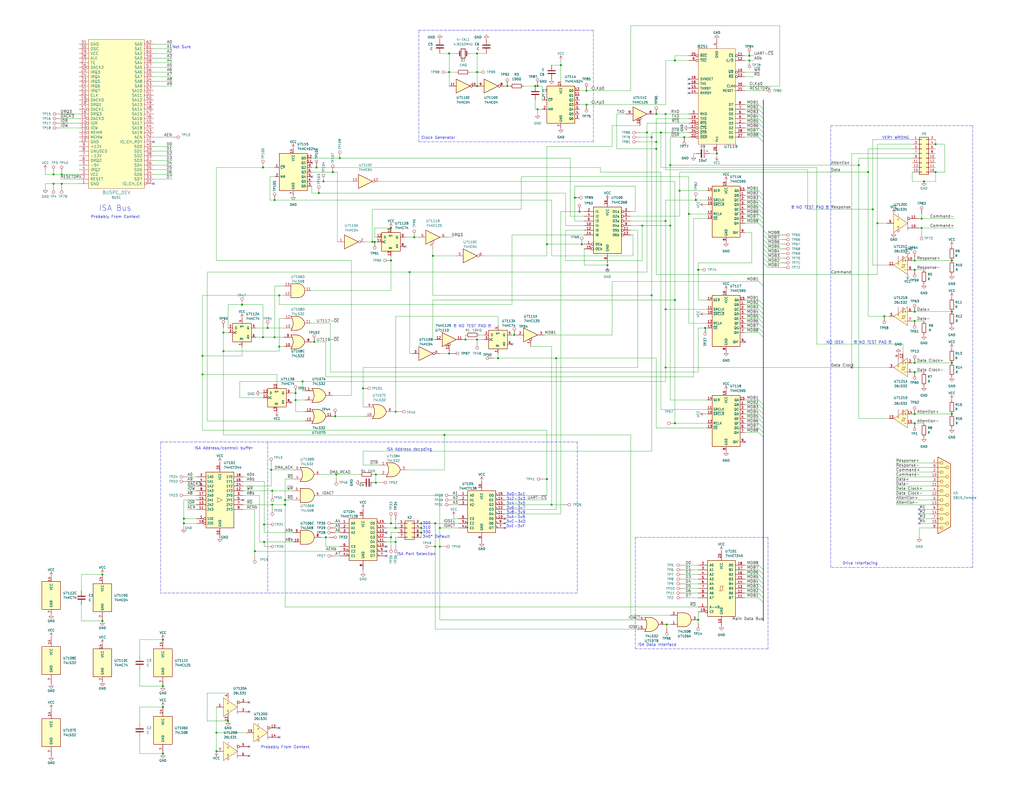
<source format=kicad_sch>
(kicad_sch (version 20211123) (generator eeschema)
  (paper "C")
  (title_block (title "Philips CM-153 LMSI Reproduction Card") (date "2022-08-22") (rev "alpha") (company "Shelby Jueden (Tech Tangents)") (comment 1 "Source Repository and Reference Material: https://github.com/AkBKukU/CM153-Repro") (comment 2 "Licensed under CERN-OHL-S: https://cern-ohl.web.cern.ch"))
  (lib_symbols
    (symbol "26LS31_1" (pin_names (offset 0.0254) hide)
      (property "Reference" "U?" (at 2.7687 10.16 0))
      (property "Value" "26LS31_1" (at 2.7687 7.62 0))
      (symbol "26LS31_1_0_0"
        (text "E" (at 0 2.032 0) (effects (font (size 0.762 0.762))))
        (text "~{E}" (at 0 -2.286 0) (effects (font (size 0.762 0.762))))
      )
      (symbol "26LS31_1_1_1"
        (pin input line (at -6.35 0 0) (length 3.81) (name "~") (number "1"))
        (pin input line (at 0 -7.62 90) (length 2.54) (name "~") (number "12"))
        (pin power_in line (at -2.54 5.08 270) (length 0) hide (name "VCC") (number "16"))
        (pin tri_state line (at 11.43 -2.54 180) (length 6.35) (name "~") (number "2"))
        (pin tri_state inverted (at 11.43 2.54 180) (length 6.35) (name "~") (number "3"))
        (pin input line (at 0 7.62 270) (length 2.54) (name "~") (number "4"))
        (pin power_in line (at -2.54 -5.08 90) (length 0) hide (name "GND") (number "8"))
      )
      (symbol "26LS31_1_1_2"
        (pin input line (at -6.35 0 0) (length 3.81) (name "~") (number "1"))
        (pin input line (at 0 -7.62 90) (length 2.54) (name "~") (number "12"))
        (pin power_in line (at -2.54 5.08 270) (length 0) hide (name "VCC") (number "16"))
        (pin tri_state line (at 11.43 2.54 180) (length 6.35) (name "~") (number "2"))
        (pin tri_state inverted (at 11.43 -2.54 180) (length 6.35) (name "~") (number "3"))
        (pin input line (at 0 7.62 270) (length 2.54) (name "~") (number "4"))
        (pin power_in line (at -2.54 -5.08 90) (length 0) hide (name "GND") (number "8"))
      )
      (symbol "26LS31_1_2_1"
        (pin power_in line (at -2.54 5.08 270) (length 0) hide (name "VCC") (number "16"))
        (pin tri_state inverted (at 11.43 2.54 180) (length 6.35) (name "~") (number "5"))
        (pin tri_state line (at 11.43 -2.54 180) (length 6.35) (name "~") (number "6"))
        (pin input line (at -6.35 0 0) (length 3.81) (name "~") (number "7"))
        (pin power_in line (at -2.54 -5.08 90) (length 0) hide (name "GND") (number "8"))
      )
      (symbol "26LS31_1_2_2"
        (pin power_in line (at -2.54 5.08 270) (length 0) hide (name "VCC") (number "16"))
        (pin tri_state inverted (at 11.43 -2.54 180) (length 6.35) (name "~") (number "5"))
        (pin tri_state line (at 11.43 2.54 180) (length 6.35) (name "~") (number "6"))
        (pin input line (at -6.35 0 0) (length 3.81) (name "~") (number "7"))
        (pin power_in line (at -2.54 -5.08 90) (length 0) hide (name "GND") (number "8"))
      )
      (symbol "26LS31_1_3_1"
        (pin tri_state line (at 11.43 -2.54 180) (length 6.35) (name "~") (number "10"))
        (pin tri_state inverted (at 11.43 2.54 180) (length 6.35) (name "~") (number "11"))
        (pin power_in line (at -2.54 5.08 270) (length 0) hide (name "VCC") (number "16"))
        (pin power_in line (at -2.54 -5.08 90) (length 0) hide (name "GND") (number "8"))
        (pin input line (at -6.35 0 0) (length 3.81) (name "~") (number "9"))
      )
      (symbol "26LS31_1_3_2"
        (pin tri_state line (at 11.43 2.54 180) (length 6.35) (name "~") (number "10"))
        (pin tri_state inverted (at 11.43 -2.54 180) (length 6.35) (name "~") (number "11"))
        (pin power_in line (at -2.54 5.08 270) (length 0) hide (name "VCC") (number "16"))
        (pin power_in line (at -2.54 -5.08 90) (length 0) hide (name "GND") (number "8"))
        (pin input line (at -6.35 0 0) (length 3.81) (name "~") (number "9"))
      )
      (symbol "26LS31_1_4_1"
        (pin tri_state inverted (at 11.43 2.54 180) (length 6.35) (name "~") (number "13"))
        (pin tri_state line (at 11.43 -2.54 180) (length 6.35) (name "~") (number "14"))
        (pin input line (at -6.35 0 0) (length 3.81) (name "~") (number "15"))
        (pin power_in line (at -2.54 5.08 270) (length 0) hide (name "VCC") (number "16"))
        (pin power_in line (at -2.54 -5.08 90) (length 0) hide (name "GND") (number "8"))
      )
      (symbol "26LS31_1_4_2"
        (pin tri_state inverted (at 11.43 -2.54 180) (length 6.35) (name "~") (number "13"))
        (pin tri_state line (at 11.43 2.54 180) (length 6.35) (name "~") (number "14"))
        (pin input line (at -6.35 0 0) (length 3.81) (name "~") (number "15"))
        (pin power_in line (at -2.54 5.08 270) (length 0) hide (name "VCC") (number "16"))
        (pin power_in line (at -2.54 -5.08 90) (length 0) hide (name "GND") (number "8"))
      )
    )
    (symbol "26LS31_2" (pin_names (offset 0.0254) hide)
      (property "Reference" "U?" (at 1.27 10.16 0))
      (property "Value" "26LS31_2" (at 1.27 7.62 0))
      (symbol "26LS31_2_0_0"
        (text "E" (at 0 2.032 0) (effects (font (size 0.762 0.762))))
        (text "~{E}" (at 0 -2.286 0) (effects (font (size 0.762 0.762))))
      )
      (symbol "26LS31_2_1_1"
        (pin input line (at -6.35 0 0) (length 3.81) (name "~") (number "1"))
        (pin input line (at 0 -7.62 90) (length 2.54) (name "~") (number "12"))
        (pin power_in line (at -2.54 5.08 270) (length 0) hide (name "VCC") (number "16"))
        (pin tri_state line (at 11.43 -2.54 180) (length 6.35) (name "~") (number "2"))
        (pin tri_state inverted (at 11.43 2.54 180) (length 6.35) (name "~") (number "3"))
        (pin input line (at 0 7.62 270) (length 2.54) (name "~") (number "4"))
        (pin power_in line (at -2.54 -5.08 90) (length 0) hide (name "GND") (number "8"))
      )
      (symbol "26LS31_2_1_2"
        (pin input line (at -6.35 0 0) (length 3.81) (name "~") (number "1"))
        (pin input line (at 0 -7.62 90) (length 2.54) (name "~") (number "12"))
        (pin power_in line (at -2.54 5.08 270) (length 0) hide (name "VCC") (number "16"))
        (pin tri_state line (at 11.43 2.54 180) (length 6.35) (name "~") (number "2"))
        (pin tri_state inverted (at 11.43 -2.54 180) (length 6.35) (name "~") (number "3"))
        (pin input line (at 0 7.62 270) (length 2.54) (name "~") (number "4"))
        (pin power_in line (at -2.54 -5.08 90) (length 0) hide (name "GND") (number "8"))
      )
      (symbol "26LS31_2_2_1"
        (pin power_in line (at -2.54 5.08 270) (length 0) hide (name "VCC") (number "16"))
        (pin tri_state inverted (at 11.43 2.54 180) (length 6.35) (name "~") (number "5"))
        (pin tri_state line (at 11.43 -2.54 180) (length 6.35) (name "~") (number "6"))
        (pin input line (at -6.35 0 0) (length 3.81) (name "~") (number "7"))
        (pin power_in line (at -2.54 -5.08 90) (length 0) hide (name "GND") (number "8"))
      )
      (symbol "26LS31_2_2_2"
        (pin power_in line (at -2.54 5.08 270) (length 0) hide (name "VCC") (number "16"))
        (pin tri_state inverted (at 11.43 -2.54 180) (length 6.35) (name "~") (number "5"))
        (pin tri_state line (at 11.43 2.54 180) (length 6.35) (name "~") (number "6"))
        (pin input line (at -6.35 0 0) (length 3.81) (name "~") (number "7"))
        (pin power_in line (at -2.54 -5.08 90) (length 0) hide (name "GND") (number "8"))
      )
      (symbol "26LS31_2_3_1"
        (pin tri_state line (at 11.43 -2.54 180) (length 6.35) (name "~") (number "10"))
        (pin tri_state inverted (at 11.43 2.54 180) (length 6.35) (name "~") (number "11"))
        (pin power_in line (at -2.54 5.08 270) (length 0) hide (name "VCC") (number "16"))
        (pin power_in line (at -2.54 -5.08 90) (length 0) hide (name "GND") (number "8"))
        (pin input line (at -6.35 0 0) (length 3.81) (name "~") (number "9"))
      )
      (symbol "26LS31_2_3_2"
        (pin tri_state line (at 11.43 2.54 180) (length 6.35) (name "~") (number "10"))
        (pin tri_state inverted (at 11.43 -2.54 180) (length 6.35) (name "~") (number "11"))
        (pin power_in line (at -2.54 5.08 270) (length 0) hide (name "VCC") (number "16"))
        (pin power_in line (at -2.54 -5.08 90) (length 0) hide (name "GND") (number "8"))
        (pin input line (at -6.35 0 0) (length 3.81) (name "~") (number "9"))
      )
      (symbol "26LS31_2_4_1"
        (pin tri_state inverted (at 11.43 2.54 180) (length 6.35) (name "~") (number "13"))
        (pin tri_state line (at 11.43 -2.54 180) (length 6.35) (name "~") (number "14"))
        (pin input line (at -6.35 0 0) (length 3.81) (name "~") (number "15"))
        (pin power_in line (at -2.54 5.08 270) (length 0) hide (name "VCC") (number "16"))
        (pin power_in line (at -2.54 -5.08 90) (length 0) hide (name "GND") (number "8"))
      )
      (symbol "26LS31_2_4_2"
        (pin tri_state inverted (at 11.43 -2.54 180) (length 6.35) (name "~") (number "13"))
        (pin tri_state line (at 11.43 2.54 180) (length 6.35) (name "~") (number "14"))
        (pin input line (at -6.35 0 0) (length 3.81) (name "~") (number "15"))
        (pin power_in line (at -2.54 5.08 270) (length 0) hide (name "VCC") (number "16"))
        (pin power_in line (at -2.54 -5.08 90) (length 0) hide (name "GND") (number "8"))
      )
    )
    (symbol "26LS31_3" (pin_names (offset 0.0254) hide)
      (property "Reference" "U?" (at 1.27 10.16 0))
      (property "Value" "26LS31_3" (at 1.27 7.62 0))
      (symbol "26LS31_3_0_0"
        (text "E" (at 0 2.032 0) (effects (font (size 0.762 0.762))))
        (text "~{E}" (at 0 -2.286 0) (effects (font (size 0.762 0.762))))
      )
      (symbol "26LS31_3_1_1"
        (pin input line (at -6.35 0 0) (length 3.81) (name "~") (number "1"))
        (pin input line (at 0 -7.62 90) (length 2.54) (name "~") (number "12"))
        (pin power_in line (at -2.54 5.08 270) (length 0) hide (name "VCC") (number "16"))
        (pin tri_state line (at 11.43 -2.54 180) (length 6.35) (name "~") (number "2"))
        (pin tri_state inverted (at 11.43 2.54 180) (length 6.35) (name "~") (number "3"))
        (pin input line (at 0 7.62 270) (length 2.54) (name "~") (number "4"))
        (pin power_in line (at -2.54 -5.08 90) (length 0) hide (name "GND") (number "8"))
      )
      (symbol "26LS31_3_1_2"
        (pin input line (at -6.35 0 0) (length 3.81) (name "~") (number "1"))
        (pin input line (at 0 -7.62 90) (length 2.54) (name "~") (number "12"))
        (pin power_in line (at -2.54 5.08 270) (length 0) hide (name "VCC") (number "16"))
        (pin tri_state line (at 11.43 2.54 180) (length 6.35) (name "~") (number "2"))
        (pin tri_state inverted (at 11.43 -2.54 180) (length 6.35) (name "~") (number "3"))
        (pin input line (at 0 7.62 270) (length 2.54) (name "~") (number "4"))
        (pin power_in line (at -2.54 -5.08 90) (length 0) hide (name "GND") (number "8"))
      )
      (symbol "26LS31_3_2_1"
        (pin power_in line (at -2.54 5.08 270) (length 0) hide (name "VCC") (number "16"))
        (pin tri_state inverted (at 11.43 2.54 180) (length 6.35) (name "~") (number "5"))
        (pin tri_state line (at 11.43 -2.54 180) (length 6.35) (name "~") (number "6"))
        (pin input line (at -6.35 0 0) (length 3.81) (name "~") (number "7"))
        (pin power_in line (at -2.54 -5.08 90) (length 0) hide (name "GND") (number "8"))
      )
      (symbol "26LS31_3_2_2"
        (pin power_in line (at -2.54 5.08 270) (length 0) hide (name "VCC") (number "16"))
        (pin tri_state inverted (at 11.43 -2.54 180) (length 6.35) (name "~") (number "5"))
        (pin tri_state line (at 11.43 2.54 180) (length 6.35) (name "~") (number "6"))
        (pin input line (at -6.35 0 0) (length 3.81) (name "~") (number "7"))
        (pin power_in line (at -2.54 -5.08 90) (length 0) hide (name "GND") (number "8"))
      )
      (symbol "26LS31_3_3_1"
        (pin tri_state line (at 11.43 -2.54 180) (length 6.35) (name "~") (number "10"))
        (pin tri_state inverted (at 11.43 2.54 180) (length 6.35) (name "~") (number "11"))
        (pin power_in line (at -2.54 5.08 270) (length 0) hide (name "VCC") (number "16"))
        (pin power_in line (at -2.54 -5.08 90) (length 0) hide (name "GND") (number "8"))
        (pin input line (at -6.35 0 0) (length 3.81) (name "~") (number "9"))
      )
      (symbol "26LS31_3_3_2"
        (pin tri_state line (at 11.43 2.54 180) (length 6.35) (name "~") (number "10"))
        (pin tri_state inverted (at 11.43 -2.54 180) (length 6.35) (name "~") (number "11"))
        (pin power_in line (at -2.54 5.08 270) (length 0) hide (name "VCC") (number "16"))
        (pin power_in line (at -2.54 -5.08 90) (length 0) hide (name "GND") (number "8"))
        (pin input line (at -6.35 0 0) (length 3.81) (name "~") (number "9"))
      )
      (symbol "26LS31_3_4_1"
        (pin tri_state inverted (at 11.43 2.54 180) (length 6.35) (name "~") (number "13"))
        (pin tri_state line (at 11.43 -2.54 180) (length 6.35) (name "~") (number "14"))
        (pin input line (at -6.35 0 0) (length 3.81) (name "~") (number "15"))
        (pin power_in line (at -2.54 5.08 270) (length 0) hide (name "VCC") (number "16"))
        (pin power_in line (at -2.54 -5.08 90) (length 0) hide (name "GND") (number "8"))
      )
      (symbol "26LS31_3_4_2"
        (pin tri_state inverted (at 11.43 -2.54 180) (length 6.35) (name "~") (number "13"))
        (pin tri_state line (at 11.43 2.54 180) (length 6.35) (name "~") (number "14"))
        (pin input line (at -6.35 0 0) (length 3.81) (name "~") (number "15"))
        (pin power_in line (at -2.54 5.08 270) (length 0) hide (name "VCC") (number "16"))
        (pin power_in line (at -2.54 -5.08 90) (length 0) hide (name "GND") (number "8"))
      )
    )
    (symbol "26LS32_1" (pin_names (offset 0.0254) hide)
      (property "Reference" "U7121" (at 1.27 10.16 0))
      (property "Value" "26LS32_1" (at 1.27 7.62 0))
      (symbol "26LS32_1_0_0"
        (text "E" (at 2.54 -0.762 0) (effects (font (size 0.762 0.762))))
        (text "~{E}" (at 0 -2.286 0) (effects (font (size 0.762 0.762))))
      )
      (symbol "26LS32_1_1_1"
        (pin input line (at -5.08 2.54 0) (length 2.54) (name "~") (number "1"))
        (pin input line (at 0 -7.62 90) (length 2.54) (name "~") (number "12"))
        (pin power_in line (at -2.54 5.08 270) (length 0) hide (name "VCC") (number "16"))
        (pin input line (at -5.08 -2.54 0) (length 2.54) (name "~") (number "2"))
        (pin output line (at 7.62 0 180) (length 2.54) (name "~") (number "3"))
        (pin input line (at 2.54 -7.62 90) (length 2.54) (name "~") (number "4"))
        (pin power_in line (at -2.54 -5.08 90) (length 0) hide (name "GND") (number "8"))
      )
      (symbol "26LS32_1_1_2"
        (pin input line (at -5.08 -2.54 0) (length 2.54) (name "~") (number "1"))
        (pin input line (at 0 -7.62 90) (length 2.54) (name "~") (number "12"))
        (pin power_in line (at -2.54 5.08 270) (length 0) hide (name "VCC") (number "16"))
        (pin input line (at -5.08 2.54 0) (length 2.54) (name "~") (number "2"))
        (pin output line (at 7.62 0 180) (length 2.54) (name "~") (number "3"))
        (pin input line (at 2.54 -7.62 90) (length 2.54) (name "~") (number "4"))
        (pin power_in line (at -2.54 -5.08 90) (length 0) hide (name "GND") (number "8"))
      )
      (symbol "26LS32_1_2_1"
        (pin power_in line (at -2.54 5.08 270) (length 0) hide (name "VCC") (number "16"))
        (pin output line (at 7.62 0 180) (length 2.54) (name "~") (number "5"))
        (pin input line (at -5.08 -2.54 0) (length 2.54) (name "~") (number "6"))
        (pin input line (at -5.08 2.54 0) (length 2.54) (name "~") (number "7"))
        (pin power_in line (at -2.54 -5.08 90) (length 0) hide (name "GND") (number "8"))
      )
      (symbol "26LS32_1_2_2"
        (pin power_in line (at -2.54 5.08 270) (length 0) hide (name "VCC") (number "16"))
        (pin output line (at 7.62 0 180) (length 2.54) (name "~") (number "5"))
        (pin input line (at -5.08 2.54 0) (length 2.54) (name "~") (number "6"))
        (pin input line (at -5.08 -2.54 0) (length 2.54) (name "~") (number "7"))
        (pin power_in line (at -2.54 -5.08 90) (length 0) hide (name "GND") (number "8"))
      )
      (symbol "26LS32_1_3_1"
        (pin input line (at -5.08 -2.54 0) (length 2.54) (name "~") (number "10"))
        (pin output line (at 7.62 0 180) (length 2.54) (name "~") (number "11"))
        (pin power_in line (at -2.54 5.08 270) (length 0) hide (name "VCC") (number "16"))
        (pin power_in line (at -2.54 -5.08 90) (length 0) hide (name "GND") (number "8"))
        (pin input line (at -5.08 2.54 0) (length 2.54) (name "~") (number "9"))
      )
      (symbol "26LS32_1_3_2"
        (pin input line (at -5.08 2.54 0) (length 2.54) (name "~") (number "10"))
        (pin output line (at 7.62 0 180) (length 2.54) (name "~") (number "11"))
        (pin power_in line (at -2.54 5.08 270) (length 0) hide (name "VCC") (number "16"))
        (pin power_in line (at -2.54 -5.08 90) (length 0) hide (name "GND") (number "8"))
        (pin input line (at -5.08 -2.54 0) (length 2.54) (name "~") (number "9"))
      )
      (symbol "26LS32_1_4_1"
        (pin output line (at 7.62 0 180) (length 2.54) (name "~") (number "13"))
        (pin input line (at -5.08 -2.54 0) (length 2.54) (name "~") (number "14"))
        (pin input line (at -5.08 2.54 0) (length 2.54) (name "~") (number "15"))
        (pin power_in line (at -2.54 5.08 270) (length 0) hide (name "VCC") (number "16"))
        (pin power_in line (at -2.54 -5.08 90) (length 0) hide (name "GND") (number "8"))
      )
      (symbol "26LS32_1_4_2"
        (pin output line (at 7.62 0 180) (length 2.54) (name "~") (number "13"))
        (pin input line (at -5.08 2.54 0) (length 2.54) (name "~") (number "14"))
        (pin input line (at -5.08 -2.54 0) (length 2.54) (name "~") (number "15"))
        (pin power_in line (at -2.54 5.08 270) (length 0) hide (name "VCC") (number "16"))
        (pin power_in line (at -2.54 -5.08 90) (length 0) hide (name "GND") (number "8"))
      )
    )
    (symbol "26LS32_2" (pin_names (offset 0.0254) hide)
      (property "Reference" "U7121" (at 1.27 10.16 0))
      (property "Value" "26LS32_2" (at 1.27 7.62 0))
      (symbol "26LS32_2_0_0"
        (text "E" (at 2.54 -0.762 0) (effects (font (size 0.762 0.762))))
        (text "~{E}" (at 0 -2.286 0) (effects (font (size 0.762 0.762))))
      )
      (symbol "26LS32_2_1_1"
        (pin input line (at -5.08 2.54 0) (length 2.54) (name "~") (number "1"))
        (pin input line (at 0 -7.62 90) (length 2.54) (name "~") (number "12"))
        (pin power_in line (at -2.54 5.08 270) (length 0) hide (name "VCC") (number "16"))
        (pin input line (at -5.08 -2.54 0) (length 2.54) (name "~") (number "2"))
        (pin output line (at 7.62 0 180) (length 2.54) (name "~") (number "3"))
        (pin input line (at 2.54 -7.62 90) (length 2.54) (name "~") (number "4"))
        (pin power_in line (at -2.54 -5.08 90) (length 0) hide (name "GND") (number "8"))
      )
      (symbol "26LS32_2_1_2"
        (pin input line (at -5.08 -2.54 0) (length 2.54) (name "~") (number "1"))
        (pin input line (at 0 -7.62 90) (length 2.54) (name "~") (number "12"))
        (pin power_in line (at -2.54 5.08 270) (length 0) hide (name "VCC") (number "16"))
        (pin input line (at -5.08 2.54 0) (length 2.54) (name "~") (number "2"))
        (pin output line (at 7.62 0 180) (length 2.54) (name "~") (number "3"))
        (pin input line (at 2.54 -7.62 90) (length 2.54) (name "~") (number "4"))
        (pin power_in line (at -2.54 -5.08 90) (length 0) hide (name "GND") (number "8"))
      )
      (symbol "26LS32_2_2_1"
        (pin power_in line (at -2.54 5.08 270) (length 0) hide (name "VCC") (number "16"))
        (pin output line (at 7.62 0 180) (length 2.54) (name "~") (number "5"))
        (pin input line (at -5.08 -2.54 0) (length 2.54) (name "~") (number "6"))
        (pin input line (at -5.08 2.54 0) (length 2.54) (name "~") (number "7"))
        (pin power_in line (at -2.54 -5.08 90) (length 0) hide (name "GND") (number "8"))
      )
      (symbol "26LS32_2_2_2"
        (pin power_in line (at -2.54 5.08 270) (length 0) hide (name "VCC") (number "16"))
        (pin output line (at 7.62 0 180) (length 2.54) (name "~") (number "5"))
        (pin input line (at -5.08 2.54 0) (length 2.54) (name "~") (number "6"))
        (pin input line (at -5.08 -2.54 0) (length 2.54) (name "~") (number "7"))
        (pin power_in line (at -2.54 -5.08 90) (length 0) hide (name "GND") (number "8"))
      )
      (symbol "26LS32_2_3_1"
        (pin input line (at -5.08 -2.54 0) (length 2.54) (name "~") (number "10"))
        (pin output line (at 7.62 0 180) (length 2.54) (name "~") (number "11"))
        (pin power_in line (at -2.54 5.08 270) (length 0) hide (name "VCC") (number "16"))
        (pin power_in line (at -2.54 -5.08 90) (length 0) hide (name "GND") (number "8"))
        (pin input line (at -5.08 2.54 0) (length 2.54) (name "~") (number "9"))
      )
      (symbol "26LS32_2_3_2"
        (pin input line (at -5.08 2.54 0) (length 2.54) (name "~") (number "10"))
        (pin output line (at 7.62 0 180) (length 2.54) (name "~") (number "11"))
        (pin power_in line (at -2.54 5.08 270) (length 0) hide (name "VCC") (number "16"))
        (pin power_in line (at -2.54 -5.08 90) (length 0) hide (name "GND") (number "8"))
        (pin input line (at -5.08 -2.54 0) (length 2.54) (name "~") (number "9"))
      )
      (symbol "26LS32_2_4_1"
        (pin output line (at 7.62 0 180) (length 2.54) (name "~") (number "13"))
        (pin input line (at -5.08 -2.54 0) (length 2.54) (name "~") (number "14"))
        (pin input line (at -5.08 2.54 0) (length 2.54) (name "~") (number "15"))
        (pin power_in line (at -2.54 5.08 270) (length 0) hide (name "VCC") (number "16"))
        (pin power_in line (at -2.54 -5.08 90) (length 0) hide (name "GND") (number "8"))
      )
      (symbol "26LS32_2_4_2"
        (pin output line (at 7.62 0 180) (length 2.54) (name "~") (number "13"))
        (pin input line (at -5.08 2.54 0) (length 2.54) (name "~") (number "14"))
        (pin input line (at -5.08 -2.54 0) (length 2.54) (name "~") (number "15"))
        (pin power_in line (at -2.54 5.08 270) (length 0) hide (name "VCC") (number "16"))
        (pin power_in line (at -2.54 -5.08 90) (length 0) hide (name "GND") (number "8"))
      )
    )
    (symbol "26LS32_3" (pin_names (offset 0.0254) hide)
      (property "Reference" "U7121" (at 1.27 10.16 0))
      (property "Value" "26LS32_3" (at 1.27 7.62 0))
      (symbol "26LS32_3_0_0"
        (text "E" (at 2.54 -0.762 0) (effects (font (size 0.762 0.762))))
        (text "~{E}" (at 0 -2.286 0) (effects (font (size 0.762 0.762))))
      )
      (symbol "26LS32_3_1_1"
        (pin input line (at -5.08 2.54 0) (length 2.54) (name "~") (number "1"))
        (pin input line (at 0 -7.62 90) (length 2.54) (name "~") (number "12"))
        (pin power_in line (at -2.54 5.08 270) (length 0) hide (name "VCC") (number "16"))
        (pin input line (at -5.08 -2.54 0) (length 2.54) (name "~") (number "2"))
        (pin output line (at 7.62 0 180) (length 2.54) (name "~") (number "3"))
        (pin input line (at 2.54 -7.62 90) (length 2.54) (name "~") (number "4"))
        (pin power_in line (at -2.54 -5.08 90) (length 0) hide (name "GND") (number "8"))
      )
      (symbol "26LS32_3_1_2"
        (pin input line (at -5.08 -2.54 0) (length 2.54) (name "~") (number "1"))
        (pin input line (at 0 -7.62 90) (length 2.54) (name "~") (number "12"))
        (pin power_in line (at -2.54 5.08 270) (length 0) hide (name "VCC") (number "16"))
        (pin input line (at -5.08 2.54 0) (length 2.54) (name "~") (number "2"))
        (pin output line (at 7.62 0 180) (length 2.54) (name "~") (number "3"))
        (pin input line (at 2.54 -7.62 90) (length 2.54) (name "~") (number "4"))
        (pin power_in line (at -2.54 -5.08 90) (length 0) hide (name "GND") (number "8"))
      )
      (symbol "26LS32_3_2_1"
        (pin power_in line (at -2.54 5.08 270) (length 0) hide (name "VCC") (number "16"))
        (pin output line (at 7.62 0 180) (length 2.54) (name "~") (number "5"))
        (pin input line (at -5.08 -2.54 0) (length 2.54) (name "~") (number "6"))
        (pin input line (at -5.08 2.54 0) (length 2.54) (name "~") (number "7"))
        (pin power_in line (at -2.54 -5.08 90) (length 0) hide (name "GND") (number "8"))
      )
      (symbol "26LS32_3_2_2"
        (pin power_in line (at -2.54 5.08 270) (length 0) hide (name "VCC") (number "16"))
        (pin output line (at 7.62 0 180) (length 2.54) (name "~") (number "5"))
        (pin input line (at -5.08 2.54 0) (length 2.54) (name "~") (number "6"))
        (pin input line (at -5.08 -2.54 0) (length 2.54) (name "~") (number "7"))
        (pin power_in line (at -2.54 -5.08 90) (length 0) hide (name "GND") (number "8"))
      )
      (symbol "26LS32_3_3_1"
        (pin input line (at -5.08 -2.54 0) (length 2.54) (name "~") (number "10"))
        (pin output line (at 7.62 0 180) (length 2.54) (name "~") (number "11"))
        (pin power_in line (at -2.54 5.08 270) (length 0) hide (name "VCC") (number "16"))
        (pin power_in line (at -2.54 -5.08 90) (length 0) hide (name "GND") (number "8"))
        (pin input line (at -5.08 2.54 0) (length 2.54) (name "~") (number "9"))
      )
      (symbol "26LS32_3_3_2"
        (pin input line (at -5.08 2.54 0) (length 2.54) (name "~") (number "10"))
        (pin output line (at 7.62 0 180) (length 2.54) (name "~") (number "11"))
        (pin power_in line (at -2.54 5.08 270) (length 0) hide (name "VCC") (number "16"))
        (pin power_in line (at -2.54 -5.08 90) (length 0) hide (name "GND") (number "8"))
        (pin input line (at -5.08 -2.54 0) (length 2.54) (name "~") (number "9"))
      )
      (symbol "26LS32_3_4_1"
        (pin output line (at 7.62 0 180) (length 2.54) (name "~") (number "13"))
        (pin input line (at -5.08 -2.54 0) (length 2.54) (name "~") (number "14"))
        (pin input line (at -5.08 2.54 0) (length 2.54) (name "~") (number "15"))
        (pin power_in line (at -2.54 5.08 270) (length 0) hide (name "VCC") (number "16"))
        (pin power_in line (at -2.54 -5.08 90) (length 0) hide (name "GND") (number "8"))
      )
      (symbol "26LS32_3_4_2"
        (pin output line (at 7.62 0 180) (length 2.54) (name "~") (number "13"))
        (pin input line (at -5.08 2.54 0) (length 2.54) (name "~") (number "14"))
        (pin input line (at -5.08 -2.54 0) (length 2.54) (name "~") (number "15"))
        (pin power_in line (at -2.54 5.08 270) (length 0) hide (name "VCC") (number "16"))
        (pin power_in line (at -2.54 -5.08 90) (length 0) hide (name "GND") (number "8"))
      )
    )
    (symbol "74xx:74AHC595"
      (property "Reference" "U" (at -7.62 13.97 0))
      (property "Value" "74AHC595" (at -7.62 -16.51 0))
      (symbol "74AHC595_1_0"
        (pin tri_state line (at 10.16 7.62 180) (length 2.54) (name "QB") (number "1"))
        (pin input line (at -10.16 2.54 0) (length 2.54) (name "~{SRCLR}") (number "10"))
        (pin input line (at -10.16 5.08 0) (length 2.54) (name "SRCLK") (number "11"))
        (pin input line (at -10.16 -2.54 0) (length 2.54) (name "RCLK") (number "12"))
        (pin input line (at -10.16 -5.08 0) (length 2.54) (name "~{OE}") (number "13"))
        (pin input line (at -10.16 10.16 0) (length 2.54) (name "SER") (number "14"))
        (pin tri_state line (at 10.16 10.16 180) (length 2.54) (name "QA") (number "15"))
        (pin power_in line (at 0 15.24 270) (length 2.54) (name "VCC") (number "16"))
        (pin tri_state line (at 10.16 5.08 180) (length 2.54) (name "QC") (number "2"))
        (pin tri_state line (at 10.16 2.54 180) (length 2.54) (name "QD") (number "3"))
        (pin tri_state line (at 10.16 0 180) (length 2.54) (name "QE") (number "4"))
        (pin tri_state line (at 10.16 -2.54 180) (length 2.54) (name "QF") (number "5"))
        (pin tri_state line (at 10.16 -5.08 180) (length 2.54) (name "QG") (number "6"))
        (pin tri_state line (at 10.16 -7.62 180) (length 2.54) (name "QH") (number "7"))
        (pin power_in line (at 0 -17.78 90) (length 2.54) (name "GND") (number "8"))
        (pin output line (at 10.16 -12.7 180) (length 2.54) (name "QH'") (number "9"))
      )
    )
    (symbol "74xx:74HC04"
      (property "Reference" "U" (at 0 1.27 0))
      (property "Value" "74HC04" (at 0 -1.27 0))
      (symbol "74HC04_1_0"
        (pin input line (at -7.62 0 0) (length 3.81) (name "~") (number "1"))
        (pin output inverted (at 7.62 0 180) (length 3.81) (name "~") (number "2"))
      )
      (symbol "74HC04_2_0"
        (pin input line (at -7.62 0 0) (length 3.81) (name "~") (number "3"))
        (pin output inverted (at 7.62 0 180) (length 3.81) (name "~") (number "4"))
      )
      (symbol "74HC04_3_0"
        (pin input line (at -7.62 0 0) (length 3.81) (name "~") (number "5"))
        (pin output inverted (at 7.62 0 180) (length 3.81) (name "~") (number "6"))
      )
      (symbol "74HC04_4_0"
        (pin output inverted (at 7.62 0 180) (length 3.81) (name "~") (number "8"))
        (pin input line (at -7.62 0 0) (length 3.81) (name "~") (number "9"))
      )
      (symbol "74HC04_5_0"
        (pin output inverted (at 7.62 0 180) (length 3.81) (name "~") (number "10"))
        (pin input line (at -7.62 0 0) (length 3.81) (name "~") (number "11"))
      )
      (symbol "74HC04_6_0"
        (pin output inverted (at 7.62 0 180) (length 3.81) (name "~") (number "12"))
        (pin input line (at -7.62 0 0) (length 3.81) (name "~") (number "13"))
      )
      (symbol "74HC04_7_0"
        (pin power_in line (at 0 12.7 270) (length 5.08) (name "VCC") (number "14"))
        (pin power_in line (at 0 -12.7 90) (length 5.08) (name "GND") (number "7"))
      )
    )
    (symbol "74xx:74HC245" (pin_names (offset 1.016))
      (property "Reference" "U" (at -7.62 16.51 0))
      (property "Value" "74HC245" (at -7.62 -16.51 0))
      (symbol "74HC245_1_0"
        (pin input line (at -12.7 -10.16 0) (length 5.08) (name "A->B") (number "1"))
        (pin power_in line (at 0 -20.32 90) (length 5.08) (name "GND") (number "10"))
        (pin tri_state line (at 12.7 -5.08 180) (length 5.08) (name "B7") (number "11"))
        (pin tri_state line (at 12.7 -2.54 180) (length 5.08) (name "B6") (number "12"))
        (pin tri_state line (at 12.7 0 180) (length 5.08) (name "B5") (number "13"))
        (pin tri_state line (at 12.7 2.54 180) (length 5.08) (name "B4") (number "14"))
        (pin tri_state line (at 12.7 5.08 180) (length 5.08) (name "B3") (number "15"))
        (pin tri_state line (at 12.7 7.62 180) (length 5.08) (name "B2") (number "16"))
        (pin tri_state line (at 12.7 10.16 180) (length 5.08) (name "B1") (number "17"))
        (pin tri_state line (at 12.7 12.7 180) (length 5.08) (name "B0") (number "18"))
        (pin input inverted (at -12.7 -12.7 0) (length 5.08) (name "CE") (number "19"))
        (pin tri_state line (at -12.7 12.7 0) (length 5.08) (name "A0") (number "2"))
        (pin power_in line (at 0 20.32 270) (length 5.08) (name "VCC") (number "20"))
        (pin tri_state line (at -12.7 10.16 0) (length 5.08) (name "A1") (number "3"))
        (pin tri_state line (at -12.7 7.62 0) (length 5.08) (name "A2") (number "4"))
        (pin tri_state line (at -12.7 5.08 0) (length 5.08) (name "A3") (number "5"))
        (pin tri_state line (at -12.7 2.54 0) (length 5.08) (name "A4") (number "6"))
        (pin tri_state line (at -12.7 0 0) (length 5.08) (name "A5") (number "7"))
        (pin tri_state line (at -12.7 -2.54 0) (length 5.08) (name "A6") (number "8"))
        (pin tri_state line (at -12.7 -5.08 0) (length 5.08) (name "A7") (number "9"))
      )
    )
    (symbol "74xx:74HC4024"
      (property "Reference" "U" (at -6.35 11.43 0))
      (property "Value" "74HC4024" (at 6.35 11.43 0))
      (symbol "74HC4024_1_0"
        (pin input line (at -10.16 2.54 0) (length 2.54) (name "~{CP}") (number "1"))
        (pin no_connect line (at -7.62 5.08 0) (length 2.54) hide (name "~") (number "10"))
        (pin output line (at 10.16 5.08 180) (length 2.54) (name "Q1") (number "11"))
        (pin output line (at 10.16 7.62 180) (length 2.54) (name "Q0") (number "12"))
        (pin no_connect line (at -7.62 -5.08 0) (length 2.54) hide (name "~") (number "13"))
        (pin power_in line (at 0 12.7 270) (length 2.54) (name "VCC") (number "14"))
        (pin input line (at -10.16 -2.54 0) (length 2.54) (name "MR") (number "2"))
        (pin output line (at 10.16 -7.62 180) (length 2.54) (name "Q6") (number "3"))
        (pin output line (at 10.16 -5.08 180) (length 2.54) (name "Q5") (number "4"))
        (pin output line (at 10.16 -2.54 180) (length 2.54) (name "Q4") (number "5"))
        (pin output line (at 10.16 0 180) (length 2.54) (name "Q3") (number "6"))
        (pin power_in line (at 0 -12.7 90) (length 2.54) (name "GND") (number "7"))
        (pin no_connect line (at -7.62 7.62 0) (length 2.54) hide (name "~") (number "8"))
        (pin output line (at 10.16 2.54 180) (length 2.54) (name "Q2") (number "9"))
      )
    )
    (symbol "74xx:74HC74" (pin_names (offset 1.016))
      (property "Reference" "U" (at -7.62 8.89 0))
      (property "Value" "74HC74" (at -7.62 -8.89 0))
      (symbol "74HC74_1_0"
        (pin input line (at 0 -7.62 90) (length 2.54) (name "~{R}") (number "1"))
        (pin input line (at -7.62 2.54 0) (length 2.54) (name "D") (number "2"))
        (pin input clock (at -7.62 0 0) (length 2.54) (name "C") (number "3"))
        (pin input line (at 0 7.62 270) (length 2.54) (name "~{S}") (number "4"))
        (pin output line (at 7.62 2.54 180) (length 2.54) (name "Q") (number "5"))
        (pin output line (at 7.62 -2.54 180) (length 2.54) (name "~{Q}") (number "6"))
      )
      (symbol "74HC74_2_0"
        (pin input line (at 0 7.62 270) (length 2.54) (name "~{S}") (number "10"))
        (pin input clock (at -7.62 0 0) (length 2.54) (name "C") (number "11"))
        (pin input line (at -7.62 2.54 0) (length 2.54) (name "D") (number "12"))
        (pin input line (at 0 -7.62 90) (length 2.54) (name "~{R}") (number "13"))
        (pin output line (at 7.62 -2.54 180) (length 2.54) (name "~{Q}") (number "8"))
        (pin output line (at 7.62 2.54 180) (length 2.54) (name "Q") (number "9"))
      )
      (symbol "74HC74_3_0"
        (pin power_in line (at 0 10.16 270) (length 2.54) (name "VCC") (number "14"))
        (pin power_in line (at 0 -10.16 90) (length 2.54) (name "GND") (number "7"))
      )
    )
    (symbol "74xx:74HCT244"
      (property "Reference" "U" (at -7.62 16.51 0))
      (property "Value" "74HCT244" (at -7.62 -16.51 0))
      (symbol "74HCT244_1_0"
        (pin input inverted (at -12.7 -10.16 0) (length 5.08) (name "1OE") (number "1"))
        (pin power_in line (at 0 -20.32 90) (length 5.08) (name "GND") (number "10"))
        (pin input line (at -12.7 -5.08 0) (length 5.08) (name "2A3") (number "11"))
        (pin tri_state line (at 12.7 5.08 180) (length 5.08) (name "1Y3") (number "12"))
        (pin input line (at -12.7 -2.54 0) (length 5.08) (name "2A2") (number "13"))
        (pin tri_state line (at 12.7 7.62 180) (length 5.08) (name "1Y2") (number "14"))
        (pin input line (at -12.7 0 0) (length 5.08) (name "2A1") (number "15"))
        (pin tri_state line (at 12.7 10.16 180) (length 5.08) (name "1Y1") (number "16"))
        (pin input line (at -12.7 2.54 0) (length 5.08) (name "2A0") (number "17"))
        (pin tri_state line (at 12.7 12.7 180) (length 5.08) (name "1Y0") (number "18"))
        (pin input inverted (at -12.7 -12.7 0) (length 5.08) (name "2OE") (number "19"))
        (pin input line (at -12.7 12.7 0) (length 5.08) (name "1A0") (number "2"))
        (pin power_in line (at 0 20.32 270) (length 5.08) (name "VCC") (number "20"))
        (pin tri_state line (at 12.7 2.54 180) (length 5.08) (name "2Y0") (number "3"))
        (pin input line (at -12.7 10.16 0) (length 5.08) (name "1A1") (number "4"))
        (pin tri_state line (at 12.7 0 180) (length 5.08) (name "2Y1") (number "5"))
        (pin input line (at -12.7 7.62 0) (length 5.08) (name "1A2") (number "6"))
        (pin tri_state line (at 12.7 -2.54 180) (length 5.08) (name "2Y2") (number "7"))
        (pin input line (at -12.7 5.08 0) (length 5.08) (name "1A3") (number "8"))
        (pin tri_state line (at 12.7 -5.08 180) (length 5.08) (name "2Y3") (number "9"))
      )
    )
    (symbol "74xx:74LS08" (pin_names (offset 1.016))
      (property "Reference" "U" (at 0 1.27 0))
      (property "Value" "74LS08" (at 0 -1.27 0))
      (symbol "74LS08_1_1"
        (pin input line (at -7.62 2.54 0) (length 3.81) (name "~") (number "1"))
        (pin input line (at -7.62 -2.54 0) (length 3.81) (name "~") (number "2"))
        (pin output line (at 7.62 0 180) (length 3.81) (name "~") (number "3"))
      )
      (symbol "74LS08_1_2"
        (pin input inverted (at -7.62 2.54 0) (length 4.318) (name "~") (number "1"))
        (pin input inverted (at -7.62 -2.54 0) (length 4.318) (name "~") (number "2"))
        (pin output inverted (at 7.62 0 180) (length 3.81) (name "~") (number "3"))
      )
      (symbol "74LS08_2_1"
        (pin input line (at -7.62 2.54 0) (length 3.81) (name "~") (number "4"))
        (pin input line (at -7.62 -2.54 0) (length 3.81) (name "~") (number "5"))
        (pin output line (at 7.62 0 180) (length 3.81) (name "~") (number "6"))
      )
      (symbol "74LS08_2_2"
        (pin input inverted (at -7.62 2.54 0) (length 4.318) (name "~") (number "4"))
        (pin input inverted (at -7.62 -2.54 0) (length 4.318) (name "~") (number "5"))
        (pin output inverted (at 7.62 0 180) (length 3.81) (name "~") (number "6"))
      )
      (symbol "74LS08_3_1"
        (pin input line (at -7.62 -2.54 0) (length 3.81) (name "~") (number "10"))
        (pin output line (at 7.62 0 180) (length 3.81) (name "~") (number "8"))
        (pin input line (at -7.62 2.54 0) (length 3.81) (name "~") (number "9"))
      )
      (symbol "74LS08_3_2"
        (pin input inverted (at -7.62 -2.54 0) (length 4.318) (name "~") (number "10"))
        (pin output inverted (at 7.62 0 180) (length 3.81) (name "~") (number "8"))
        (pin input inverted (at -7.62 2.54 0) (length 4.318) (name "~") (number "9"))
      )
      (symbol "74LS08_4_1"
        (pin output line (at 7.62 0 180) (length 3.81) (name "~") (number "11"))
        (pin input line (at -7.62 2.54 0) (length 3.81) (name "~") (number "12"))
        (pin input line (at -7.62 -2.54 0) (length 3.81) (name "~") (number "13"))
      )
      (symbol "74LS08_4_2"
        (pin output inverted (at 7.62 0 180) (length 3.81) (name "~") (number "11"))
        (pin input inverted (at -7.62 2.54 0) (length 4.318) (name "~") (number "12"))
        (pin input inverted (at -7.62 -2.54 0) (length 4.318) (name "~") (number "13"))
      )
      (symbol "74LS08_5_0"
        (pin power_in line (at 0 12.7 270) (length 5.08) (name "VCC") (number "14"))
        (pin power_in line (at 0 -12.7 90) (length 5.08) (name "GND") (number "7"))
      )
    )
    (symbol "74xx:74LS125" (pin_names (offset 1.016))
      (property "Reference" "U" (at 0 1.27 0))
      (property "Value" "74LS125" (at 0 -1.27 0))
      (symbol "74LS125_1_0"
        (pin input inverted (at 0 -6.35 90) (length 4.445) (name "~") (number "1"))
        (pin input line (at -7.62 0 0) (length 3.81) (name "~") (number "2"))
        (pin tri_state line (at 7.62 0 180) (length 3.81) (name "~") (number "3"))
      )
      (symbol "74LS125_2_0"
        (pin input inverted (at 0 -6.35 90) (length 4.445) (name "~") (number "4"))
        (pin input line (at -7.62 0 0) (length 3.81) (name "~") (number "5"))
        (pin tri_state line (at 7.62 0 180) (length 3.81) (name "~") (number "6"))
      )
      (symbol "74LS125_3_0"
        (pin input inverted (at 0 -6.35 90) (length 4.445) (name "~") (number "10"))
        (pin tri_state line (at 7.62 0 180) (length 3.81) (name "~") (number "8"))
        (pin input line (at -7.62 0 0) (length 3.81) (name "~") (number "9"))
      )
      (symbol "74LS125_4_0"
        (pin tri_state line (at 7.62 0 180) (length 3.81) (name "~") (number "11"))
        (pin input line (at -7.62 0 0) (length 3.81) (name "~") (number "12"))
        (pin input inverted (at 0 -6.35 90) (length 4.445) (name "~") (number "13"))
      )
      (symbol "74LS125_5_0"
        (pin power_in line (at 0 12.7 270) (length 5.08) (name "VCC") (number "14"))
        (pin power_in line (at 0 -12.7 90) (length 5.08) (name "GND") (number "7"))
      )
    )
    (symbol "74xx:74LS138" (pin_names (offset 1.016))
      (property "Reference" "U" (at -7.62 11.43 0))
      (property "Value" "74LS138" (at -7.62 -13.97 0))
      (symbol "74LS138_1_0"
        (pin input line (at -12.7 7.62 0) (length 5.08) (name "A0") (number "1"))
        (pin output output_low (at 12.7 -5.08 180) (length 5.08) (name "O5") (number "10"))
        (pin output output_low (at 12.7 -2.54 180) (length 5.08) (name "O4") (number "11"))
        (pin output output_low (at 12.7 0 180) (length 5.08) (name "O3") (number "12"))
        (pin output output_low (at 12.7 2.54 180) (length 5.08) (name "O2") (number "13"))
        (pin output output_low (at 12.7 5.08 180) (length 5.08) (name "O1") (number "14"))
        (pin output output_low (at 12.7 7.62 180) (length 5.08) (name "O0") (number "15"))
        (pin power_in line (at 0 15.24 270) (length 5.08) (name "VCC") (number "16"))
        (pin input line (at -12.7 5.08 0) (length 5.08) (name "A1") (number "2"))
        (pin input line (at -12.7 2.54 0) (length 5.08) (name "A2") (number "3"))
        (pin input input_low (at -12.7 -10.16 0) (length 5.08) (name "E1") (number "4"))
        (pin input input_low (at -12.7 -7.62 0) (length 5.08) (name "E2") (number "5"))
        (pin input line (at -12.7 -5.08 0) (length 5.08) (name "E3") (number "6"))
        (pin output output_low (at 12.7 -10.16 180) (length 5.08) (name "O7") (number "7"))
        (pin power_in line (at 0 -17.78 90) (length 5.08) (name "GND") (number "8"))
        (pin output output_low (at 12.7 -7.62 180) (length 5.08) (name "O6") (number "9"))
      )
    )
    (symbol "74xx:74LS32" (pin_names (offset 1.016))
      (property "Reference" "U" (at 0 1.27 0))
      (property "Value" "74LS32" (at 0 -1.27 0))
      (symbol "74LS32_1_1"
        (pin input line (at -7.62 2.54 0) (length 4.318) (name "~") (number "1"))
        (pin input line (at -7.62 -2.54 0) (length 4.318) (name "~") (number "2"))
        (pin output line (at 7.62 0 180) (length 3.81) (name "~") (number "3"))
      )
      (symbol "74LS32_1_2"
        (pin input inverted (at -7.62 2.54 0) (length 3.81) (name "~") (number "1"))
        (pin input inverted (at -7.62 -2.54 0) (length 3.81) (name "~") (number "2"))
        (pin output inverted (at 7.62 0 180) (length 3.81) (name "~") (number "3"))
      )
      (symbol "74LS32_2_1"
        (pin input line (at -7.62 2.54 0) (length 4.318) (name "~") (number "4"))
        (pin input line (at -7.62 -2.54 0) (length 4.318) (name "~") (number "5"))
        (pin output line (at 7.62 0 180) (length 3.81) (name "~") (number "6"))
      )
      (symbol "74LS32_2_2"
        (pin input inverted (at -7.62 2.54 0) (length 3.81) (name "~") (number "4"))
        (pin input inverted (at -7.62 -2.54 0) (length 3.81) (name "~") (number "5"))
        (pin output inverted (at 7.62 0 180) (length 3.81) (name "~") (number "6"))
      )
      (symbol "74LS32_3_1"
        (pin input line (at -7.62 -2.54 0) (length 4.318) (name "~") (number "10"))
        (pin output line (at 7.62 0 180) (length 3.81) (name "~") (number "8"))
        (pin input line (at -7.62 2.54 0) (length 4.318) (name "~") (number "9"))
      )
      (symbol "74LS32_3_2"
        (pin input inverted (at -7.62 -2.54 0) (length 3.81) (name "~") (number "10"))
        (pin output inverted (at 7.62 0 180) (length 3.81) (name "~") (number "8"))
        (pin input inverted (at -7.62 2.54 0) (length 3.81) (name "~") (number "9"))
      )
      (symbol "74LS32_4_1"
        (pin output line (at 7.62 0 180) (length 3.81) (name "~") (number "11"))
        (pin input line (at -7.62 2.54 0) (length 4.318) (name "~") (number "12"))
        (pin input line (at -7.62 -2.54 0) (length 4.318) (name "~") (number "13"))
      )
      (symbol "74LS32_4_2"
        (pin output inverted (at 7.62 0 180) (length 3.81) (name "~") (number "11"))
        (pin input inverted (at -7.62 2.54 0) (length 3.81) (name "~") (number "12"))
        (pin input inverted (at -7.62 -2.54 0) (length 3.81) (name "~") (number "13"))
      )
      (symbol "74LS32_5_0"
        (pin power_in line (at 0 12.7 270) (length 5.08) (name "VCC") (number "14"))
        (pin power_in line (at 0 -12.7 90) (length 5.08) (name "GND") (number "7"))
      )
    )
    (symbol "74xx:74LS368" (pin_names (offset 1.016))
      (property "Reference" "U" (at -7.62 13.97 0))
      (property "Value" "74LS368" (at -7.62 -13.97 0))
      (symbol "74LS368_1_0"
        (pin input inverted (at -12.7 -7.62 0) (length 5.08) (name "OEa") (number "1"))
        (pin input line (at -12.7 2.54 0) (length 5.08) (name "I4") (number "10"))
        (pin tri_state inverted (at 12.7 0 180) (length 5.08) (name "O5b") (number "11"))
        (pin input line (at -12.7 0 0) (length 5.08) (name "I5") (number "12"))
        (pin tri_state inverted (at 12.7 -2.54 180) (length 5.08) (name "O6b") (number "13"))
        (pin input line (at -12.7 -2.54 0) (length 5.08) (name "I6") (number "14"))
        (pin input inverted (at -12.7 -10.16 0) (length 5.08) (name "OEb") (number "15"))
        (pin power_in line (at 0 17.78 270) (length 5.08) (name "VCC") (number "16"))
        (pin input line (at -12.7 10.16 0) (length 5.08) (name "I1") (number "2"))
        (pin tri_state inverted (at 12.7 10.16 180) (length 5.08) (name "O1a") (number "3"))
        (pin input line (at -12.7 7.62 0) (length 5.08) (name "I2") (number "4"))
        (pin tri_state inverted (at 12.7 7.62 180) (length 5.08) (name "O2a") (number "5"))
        (pin input line (at -12.7 5.08 0) (length 5.08) (name "I3") (number "6"))
        (pin tri_state inverted (at 12.7 5.08 180) (length 5.08) (name "O3a") (number "7"))
        (pin power_in line (at 0 -17.78 90) (length 5.08) (name "GND") (number "8"))
        (pin tri_state inverted (at 12.7 2.54 180) (length 5.08) (name "O4a") (number "9"))
      )
    )
    (symbol "Comm:26LS31" (pin_names (offset 0.0254) hide)
      (property "Reference" "U?" (at 1.27 10.16 0))
      (property "Value" "26LS31" (at 1.27 7.62 0))
      (symbol "26LS31_0_0"
        (text "E" (at 0 2.032 0) (effects (font (size 0.762 0.762))))
        (text "~{E}" (at 0 -2.286 0) (effects (font (size 0.762 0.762))))
      )
      (symbol "26LS31_1_1"
        (pin input line (at -6.35 0 0) (length 3.81) (name "~") (number "1"))
        (pin input line (at 0 -7.62 90) (length 2.54) (name "~") (number "12"))
        (pin power_in line (at -2.54 5.08 270) (length 0) hide (name "VCC") (number "16"))
        (pin tri_state line (at 11.43 -2.54 180) (length 6.35) (name "~") (number "2"))
        (pin tri_state inverted (at 11.43 2.54 180) (length 6.35) (name "~") (number "3"))
        (pin input line (at 0 7.62 270) (length 2.54) (name "~") (number "4"))
        (pin power_in line (at -2.54 -5.08 90) (length 0) hide (name "GND") (number "8"))
      )
      (symbol "26LS31_1_2"
        (pin input line (at -6.35 0 0) (length 3.81) (name "~") (number "1"))
        (pin input line (at 0 -7.62 90) (length 2.54) (name "~") (number "12"))
        (pin power_in line (at -2.54 5.08 270) (length 0) hide (name "VCC") (number "16"))
        (pin tri_state line (at 11.43 2.54 180) (length 6.35) (name "~") (number "2"))
        (pin tri_state inverted (at 11.43 -2.54 180) (length 6.35) (name "~") (number "3"))
        (pin input line (at 0 7.62 270) (length 2.54) (name "~") (number "4"))
        (pin power_in line (at -2.54 -5.08 90) (length 0) hide (name "GND") (number "8"))
      )
      (symbol "26LS31_2_1"
        (pin power_in line (at -2.54 5.08 270) (length 0) hide (name "VCC") (number "16"))
        (pin tri_state inverted (at 11.43 2.54 180) (length 6.35) (name "~") (number "5"))
        (pin tri_state line (at 11.43 -2.54 180) (length 6.35) (name "~") (number "6"))
        (pin input line (at -6.35 0 0) (length 3.81) (name "~") (number "7"))
        (pin power_in line (at -2.54 -5.08 90) (length 0) hide (name "GND") (number "8"))
      )
      (symbol "26LS31_2_2"
        (pin power_in line (at -2.54 5.08 270) (length 0) hide (name "VCC") (number "16"))
        (pin tri_state inverted (at 11.43 -2.54 180) (length 6.35) (name "~") (number "5"))
        (pin tri_state line (at 11.43 2.54 180) (length 6.35) (name "~") (number "6"))
        (pin input line (at -6.35 0 0) (length 3.81) (name "~") (number "7"))
        (pin power_in line (at -2.54 -5.08 90) (length 0) hide (name "GND") (number "8"))
      )
      (symbol "26LS31_3_1"
        (pin tri_state line (at 11.43 -2.54 180) (length 6.35) (name "~") (number "10"))
        (pin tri_state inverted (at 11.43 2.54 180) (length 6.35) (name "~") (number "11"))
        (pin power_in line (at -2.54 5.08 270) (length 0) hide (name "VCC") (number "16"))
        (pin power_in line (at -2.54 -5.08 90) (length 0) hide (name "GND") (number "8"))
        (pin input line (at -6.35 0 0) (length 3.81) (name "~") (number "9"))
      )
      (symbol "26LS31_3_2"
        (pin tri_state line (at 11.43 2.54 180) (length 6.35) (name "~") (number "10"))
        (pin tri_state inverted (at 11.43 -2.54 180) (length 6.35) (name "~") (number "11"))
        (pin power_in line (at -2.54 5.08 270) (length 0) hide (name "VCC") (number "16"))
        (pin power_in line (at -2.54 -5.08 90) (length 0) hide (name "GND") (number "8"))
        (pin input line (at -6.35 0 0) (length 3.81) (name "~") (number "9"))
      )
      (symbol "26LS31_4_1"
        (pin tri_state inverted (at 11.43 2.54 180) (length 6.35) (name "~") (number "13"))
        (pin tri_state line (at 11.43 -2.54 180) (length 6.35) (name "~") (number "14"))
        (pin input line (at -6.35 0 0) (length 3.81) (name "~") (number "15"))
        (pin power_in line (at -2.54 5.08 270) (length 0) hide (name "VCC") (number "16"))
        (pin power_in line (at -2.54 -5.08 90) (length 0) hide (name "GND") (number "8"))
      )
      (symbol "26LS31_4_2"
        (pin tri_state inverted (at 11.43 -2.54 180) (length 6.35) (name "~") (number "13"))
        (pin tri_state line (at 11.43 2.54 180) (length 6.35) (name "~") (number "14"))
        (pin input line (at -6.35 0 0) (length 3.81) (name "~") (number "15"))
        (pin power_in line (at -2.54 5.08 270) (length 0) hide (name "VCC") (number "16"))
        (pin power_in line (at -2.54 -5.08 90) (length 0) hide (name "GND") (number "8"))
      )
    )
    (symbol "Comm:26LS32" (pin_names (offset 0.0254) hide)
      (property "Reference" "U7121" (at 1.27 10.16 0))
      (property "Value" "26LS32" (at 1.27 7.62 0))
      (symbol "26LS32_0_0"
        (text "E" (at 2.54 -0.762 0) (effects (font (size 0.762 0.762))))
        (text "~{E}" (at 0 -2.286 0) (effects (font (size 0.762 0.762))))
      )
      (symbol "26LS32_1_1"
        (pin input line (at -5.08 2.54 0) (length 2.54) (name "~") (number "1"))
        (pin input line (at 0 -7.62 90) (length 2.54) (name "~") (number "12"))
        (pin power_in line (at -2.54 5.08 270) (length 0) hide (name "VCC") (number "16"))
        (pin input line (at -5.08 -2.54 0) (length 2.54) (name "~") (number "2"))
        (pin output line (at 7.62 0 180) (length 2.54) (name "~") (number "3"))
        (pin input line (at 2.54 -7.62 90) (length 2.54) (name "~") (number "4"))
        (pin power_in line (at -2.54 -5.08 90) (length 0) hide (name "GND") (number "8"))
      )
      (symbol "26LS32_1_2"
        (pin input line (at -5.08 -2.54 0) (length 2.54) (name "~") (number "1"))
        (pin input line (at 0 -7.62 90) (length 2.54) (name "~") (number "12"))
        (pin power_in line (at -2.54 5.08 270) (length 0) hide (name "VCC") (number "16"))
        (pin input line (at -5.08 2.54 0) (length 2.54) (name "~") (number "2"))
        (pin output line (at 7.62 0 180) (length 2.54) (name "~") (number "3"))
        (pin input line (at 2.54 -7.62 90) (length 2.54) (name "~") (number "4"))
        (pin power_in line (at -2.54 -5.08 90) (length 0) hide (name "GND") (number "8"))
      )
      (symbol "26LS32_2_1"
        (pin power_in line (at -2.54 5.08 270) (length 0) hide (name "VCC") (number "16"))
        (pin output line (at 7.62 0 180) (length 2.54) (name "~") (number "5"))
        (pin input line (at -5.08 -2.54 0) (length 2.54) (name "~") (number "6"))
        (pin input line (at -5.08 2.54 0) (length 2.54) (name "~") (number "7"))
        (pin power_in line (at -2.54 -5.08 90) (length 0) hide (name "GND") (number "8"))
      )
      (symbol "26LS32_2_2"
        (pin power_in line (at -2.54 5.08 270) (length 0) hide (name "VCC") (number "16"))
        (pin output line (at 7.62 0 180) (length 2.54) (name "~") (number "5"))
        (pin input line (at -5.08 2.54 0) (length 2.54) (name "~") (number "6"))
        (pin input line (at -5.08 -2.54 0) (length 2.54) (name "~") (number "7"))
        (pin power_in line (at -2.54 -5.08 90) (length 0) hide (name "GND") (number "8"))
      )
      (symbol "26LS32_3_1"
        (pin input line (at -5.08 -2.54 0) (length 2.54) (name "~") (number "10"))
        (pin output line (at 7.62 0 180) (length 2.54) (name "~") (number "11"))
        (pin power_in line (at -2.54 5.08 270) (length 0) hide (name "VCC") (number "16"))
        (pin power_in line (at -2.54 -5.08 90) (length 0) hide (name "GND") (number "8"))
        (pin input line (at -5.08 2.54 0) (length 2.54) (name "~") (number "9"))
      )
      (symbol "26LS32_3_2"
        (pin input line (at -5.08 2.54 0) (length 2.54) (name "~") (number "10"))
        (pin output line (at 7.62 0 180) (length 2.54) (name "~") (number "11"))
        (pin power_in line (at -2.54 5.08 270) (length 0) hide (name "VCC") (number "16"))
        (pin power_in line (at -2.54 -5.08 90) (length 0) hide (name "GND") (number "8"))
        (pin input line (at -5.08 -2.54 0) (length 2.54) (name "~") (number "9"))
      )
      (symbol "26LS32_4_1"
        (pin output line (at 7.62 0 180) (length 2.54) (name "~") (number "13"))
        (pin input line (at -5.08 -2.54 0) (length 2.54) (name "~") (number "14"))
        (pin input line (at -5.08 2.54 0) (length 2.54) (name "~") (number "15"))
        (pin power_in line (at -2.54 5.08 270) (length 0) hide (name "VCC") (number "16"))
        (pin power_in line (at -2.54 -5.08 90) (length 0) hide (name "GND") (number "8"))
      )
      (symbol "26LS32_4_2"
        (pin output line (at 7.62 0 180) (length 2.54) (name "~") (number "13"))
        (pin input line (at -5.08 2.54 0) (length 2.54) (name "~") (number "14"))
        (pin input line (at -5.08 -2.54 0) (length 2.54) (name "~") (number "15"))
        (pin power_in line (at -2.54 5.08 270) (length 0) hide (name "VCC") (number "16"))
        (pin power_in line (at -2.54 -5.08 90) (length 0) hide (name "GND") (number "8"))
      )
    )
    (symbol "Connector:DB15_Female" (pin_names (offset 1.016) hide)
      (property "Reference" "J" (at 0.508 21.59 0))
      (property "Value" "DB15_Female" (at 0 -22.225 0))
      (symbol "DB15_Female_1_1"
        (pin passive line (at -7.62 17.78 0) (length 3.81) (name "1") (number "1"))
        (pin passive line (at -7.62 10.16 0) (length 3.81) (name "P10") (number "10"))
        (pin passive line (at -7.62 5.08 0) (length 3.81) (name "P111") (number "11"))
        (pin passive line (at -7.62 0 0) (length 3.81) (name "P12") (number "12"))
        (pin passive line (at -7.62 -5.08 0) (length 3.81) (name "P13") (number "13"))
        (pin passive line (at -7.62 -10.16 0) (length 3.81) (name "P14") (number "14"))
        (pin passive line (at -7.62 -15.24 0) (length 3.81) (name "P15") (number "15"))
        (pin passive line (at -7.62 12.7 0) (length 3.81) (name "2") (number "2"))
        (pin passive line (at -7.62 7.62 0) (length 3.81) (name "3") (number "3"))
        (pin passive line (at -7.62 2.54 0) (length 3.81) (name "4") (number "4"))
        (pin passive line (at -7.62 -2.54 0) (length 3.81) (name "5") (number "5"))
        (pin passive line (at -7.62 -7.62 0) (length 3.81) (name "6") (number "6"))
        (pin passive line (at -7.62 -12.7 0) (length 3.81) (name "7") (number "7"))
        (pin passive line (at -7.62 -17.78 0) (length 3.81) (name "8") (number "8"))
        (pin passive line (at -7.62 15.24 0) (length 3.81) (name "P9") (number "9"))
      )
    )
    (symbol "Connector:TestPoint" (pin_numbers hide) (pin_names (offset 0.762) hide)
      (property "Reference" "TP" (at 0 6.858 0))
      (property "Value" "TestPoint" (at 0 5.08 0))
      (symbol "TestPoint_1_1"
        (pin passive line (at 0 0 90) (length 2.54) (name "1") (number "1"))
      )
    )
    (symbol "Connector_Generic:Conn_02x04_Odd_Even" (pin_names (offset 1.016) hide)
      (property "Reference" "J" (at 1.27 5.08 0))
      (property "Value" "Conn_02x04_Odd_Even" (at 1.27 -7.62 0))
      (symbol "Conn_02x04_Odd_Even_1_1"
        (pin passive line (at -5.08 2.54 0) (length 3.81) (name "Pin_1") (number "1"))
        (pin passive line (at 7.62 2.54 180) (length 3.81) (name "Pin_2") (number "2"))
        (pin passive line (at -5.08 0 0) (length 3.81) (name "Pin_3") (number "3"))
        (pin passive line (at 7.62 0 180) (length 3.81) (name "Pin_4") (number "4"))
        (pin passive line (at -5.08 -2.54 0) (length 3.81) (name "Pin_5") (number "5"))
        (pin passive line (at 7.62 -2.54 180) (length 3.81) (name "Pin_6") (number "6"))
        (pin passive line (at -5.08 -5.08 0) (length 3.81) (name "Pin_7") (number "7"))
        (pin passive line (at 7.62 -5.08 180) (length 3.81) (name "Pin_8") (number "8"))
      )
    )
    (symbol "Connector_Generic:Conn_02x08_Odd_Even" (pin_names (offset 1.016) hide)
      (property "Reference" "J" (at 1.27 10.16 0))
      (property "Value" "Conn_02x08_Odd_Even" (at 1.27 -12.7 0))
      (symbol "Conn_02x08_Odd_Even_1_1"
        (pin passive line (at -5.08 7.62 0) (length 3.81) (name "Pin_1") (number "1"))
        (pin passive line (at 7.62 -2.54 180) (length 3.81) (name "Pin_10") (number "10"))
        (pin passive line (at -5.08 -5.08 0) (length 3.81) (name "Pin_11") (number "11"))
        (pin passive line (at 7.62 -5.08 180) (length 3.81) (name "Pin_12") (number "12"))
        (pin passive line (at -5.08 -7.62 0) (length 3.81) (name "Pin_13") (number "13"))
        (pin passive line (at 7.62 -7.62 180) (length 3.81) (name "Pin_14") (number "14"))
        (pin passive line (at -5.08 -10.16 0) (length 3.81) (name "Pin_15") (number "15"))
        (pin passive line (at 7.62 -10.16 180) (length 3.81) (name "Pin_16") (number "16"))
        (pin passive line (at 7.62 7.62 180) (length 3.81) (name "Pin_2") (number "2"))
        (pin passive line (at -5.08 5.08 0) (length 3.81) (name "Pin_3") (number "3"))
        (pin passive line (at 7.62 5.08 180) (length 3.81) (name "Pin_4") (number "4"))
        (pin passive line (at -5.08 2.54 0) (length 3.81) (name "Pin_5") (number "5"))
        (pin passive line (at 7.62 2.54 180) (length 3.81) (name "Pin_6") (number "6"))
        (pin passive line (at -5.08 0 0) (length 3.81) (name "Pin_7") (number "7"))
        (pin passive line (at 7.62 0 180) (length 3.81) (name "Pin_8") (number "8"))
        (pin passive line (at -5.08 -2.54 0) (length 3.81) (name "Pin_9") (number "9"))
      )
    )
    (symbol "Device:C" (pin_numbers hide) (pin_names (offset 0.254))
      (property "Reference" "C" (at 0.635 2.54 0))
      (property "Value" "C" (at 0.635 -2.54 0))
      (symbol "C_1_1"
        (pin passive line (at 0 3.81 270) (length 2.794) (name "~") (number "1"))
        (pin passive line (at 0 -3.81 90) (length 2.794) (name "~") (number "2"))
      )
    )
    (symbol "Device:C_Polarized" (pin_numbers hide) (pin_names (offset 0.254))
      (property "Reference" "C" (at 0.635 2.54 0))
      (property "Value" "C_Polarized" (at 0.635 -2.54 0))
      (symbol "C_Polarized_1_1"
        (pin passive line (at 0 3.81 270) (length 2.794) (name "~") (number "1"))
        (pin passive line (at 0 -3.81 90) (length 2.794) (name "~") (number "2"))
      )
    )
    (symbol "Device:Crystal" (pin_numbers hide) (pin_names (offset 1.016) hide)
      (property "Reference" "Y" (at 0 3.81 0))
      (property "Value" "Crystal" (at 0 -3.81 0))
      (symbol "Crystal_1_1"
        (pin passive line (at -3.81 0 0) (length 1.27) (name "1") (number "1"))
        (pin passive line (at 3.81 0 180) (length 1.27) (name "2") (number "2"))
      )
    )
    (symbol "Device:R" (pin_numbers hide) (pin_names (offset 0))
      (property "Reference" "R" (at 2.032 0 90))
      (property "Value" "R" (at 0 0 90))
      (symbol "R_1_1"
        (pin passive line (at 0 3.81 270) (length 1.27) (name "~") (number "1"))
        (pin passive line (at 0 -3.81 90) (length 1.27) (name "~") (number "2"))
      )
    )
    (symbol "Z80-8251-PPI-rescue:8251" (pin_names (offset 1.016))
      (property "Reference" "U?" (at -7.62 33.02 0))
      (property "Value" "8251" (at 7.62 -21.59 0))
      (symbol "8251_1_1"
        (pin bidirectional line (at -15.24 22.86 0) (length 5.08) (name "D2") (number "1"))
        (pin input inverted (at -15.24 -7.62 0) (length 5.08) (name "~{WR}") (number "10"))
        (pin input inverted (at -15.24 -16.51 0) (length 5.08) (name "~{CS}") (number "11"))
        (pin input line (at -15.24 -13.97 0) (length 5.08) (name "C/~{D}") (number "12"))
        (pin input inverted (at -15.24 -5.08 0) (length 5.08) (name "~{RD}") (number "13"))
        (pin output line (at 15.24 3.81 180) (length 5.08) (name "RXRDY") (number "14"))
        (pin output line (at 15.24 1.27 180) (length 5.08) (name "TXRDY") (number "15"))
        (pin output line (at 15.24 -3.81 180) (length 5.08) (name "SYNDET") (number "16"))
        (pin passive inverted (at 15.24 22.86 180) (length 5.08) (name "~{CTS}") (number "17"))
        (pin output line (at 15.24 -1.27 180) (length 5.08) (name "TXE") (number "18"))
        (pin passive line (at 15.24 17.78 180) (length 5.08) (name "TXD") (number "19"))
        (pin bidirectional line (at -15.24 20.32 0) (length 5.08) (name "D3") (number "2"))
        (pin input clock (at -15.24 0 0) (length 5.08) (name "CLK") (number "20"))
        (pin input line (at -15.24 2.54 0) (length 5.08) (name "RESET") (number "21"))
        (pin passive inverted (at 15.24 27.94 180) (length 5.08) (name "~{DSR}") (number "22"))
        (pin output inverted (at 15.24 20.32 180) (length 5.08) (name "~{RTS}") (number "23"))
        (pin passive inverted (at 15.24 25.4 180) (length 5.08) (name "~{DTR}") (number "24"))
        (pin input inverted (at 15.24 -16.51 180) (length 5.08) (name "~{RXC}") (number "25"))
        (pin power_in line (at 0 36.83 270) (length 5.08) (name "Vcc") (number "26"))
        (pin input line (at -15.24 27.94 0) (length 5.08) (name "D0") (number "27"))
        (pin bidirectional line (at -15.24 25.4 0) (length 5.08) (name "D1") (number "28"))
        (pin passive line (at 15.24 15.24 180) (length 5.08) (name "RXD") (number "3"))
        (pin power_in line (at 0 -25.4 90) (length 5.08) (name "GND") (number "4"))
        (pin bidirectional line (at -15.24 17.78 0) (length 5.08) (name "D4") (number "5"))
        (pin bidirectional line (at -15.24 15.24 0) (length 5.08) (name "D5") (number "6"))
        (pin bidirectional line (at -15.24 12.7 0) (length 5.08) (name "D6") (number "7"))
        (pin bidirectional line (at -15.24 10.16 0) (length 5.08) (name "D7") (number "8"))
        (pin input inverted (at 15.24 -13.97 180) (length 5.08) (name "~{TXC}") (number "9"))
      )
    )
    (symbol "my_components:BUSPC_DEV" (pin_names (offset 1.016))
      (property "Reference" "BUS" (at -15.24 41.91 0))
      (property "Value" "my_components_BUSPC_DEV" (at -15.24 -41.91 0))
      (symbol "BUSPC_DEV_1_1"
        (pin power_out line (at -20.32 38.1 0) (length 5.08) (name "GND") (number "1"))
        (pin power_in line (at -20.32 15.24 0) (length 5.08) (name "GND") (number "10"))
        (pin output inverted (at -20.32 12.7 0) (length 5.08) (name "MEMW") (number "11"))
        (pin output inverted (at -20.32 10.16 0) (length 5.08) (name "MEMR") (number "12"))
        (pin output inverted (at -20.32 7.62 0) (length 5.08) (name "IOW") (number "13"))
        (pin output inverted (at -20.32 5.08 0) (length 5.08) (name "IOR") (number "14"))
        (pin output inverted (at -20.32 2.54 0) (length 5.08) (name "DACK3") (number "15"))
        (pin input line (at -20.32 0 0) (length 5.08) (name "DRQ3") (number "16"))
        (pin output inverted (at -20.32 -2.54 0) (length 5.08) (name "DACK1") (number "17"))
        (pin input line (at -20.32 -5.08 0) (length 5.08) (name "DRQ1") (number "18"))
        (pin output inverted (at -20.32 -7.62 0) (length 5.08) (name "DACK0") (number "19"))
        (pin output line (at -20.32 35.56 0) (length 5.08) (name "RESET") (number "2"))
        (pin output line (at -20.32 -10.16 0) (length 5.08) (name "CLK") (number "20"))
        (pin input line (at -20.32 -12.7 0) (length 5.08) (name "IRQ7") (number "21"))
        (pin input line (at -20.32 -15.24 0) (length 5.08) (name "IRQ6") (number "22"))
        (pin input line (at -20.32 -17.78 0) (length 5.08) (name "IRQ5") (number "23"))
        (pin input line (at -20.32 -20.32 0) (length 5.08) (name "IRQ4") (number "24"))
        (pin input line (at -20.32 -22.86 0) (length 5.08) (name "IRQ3") (number "25"))
        (pin output inverted (at -20.32 -25.4 0) (length 5.08) (name "DACK2") (number "26"))
        (pin output line (at -20.32 -27.94 0) (length 5.08) (name "TC") (number "27"))
        (pin output line (at -20.32 -30.48 0) (length 5.08) (name "ALE") (number "28"))
        (pin power_in line (at -20.32 -33.02 0) (length 5.08) (name "VCC") (number "29"))
        (pin power_out line (at -20.32 33.02 0) (length 5.08) (name "VCC") (number "3"))
        (pin output line (at -20.32 -35.56 0) (length 5.08) (name "OSC") (number "30"))
        (pin power_in line (at -20.32 -38.1 0) (length 5.08) (name "GND") (number "31"))
        (pin input inverted (at 20.32 38.1 180) (length 5.08) (name "IO_CH_CK") (number "32"))
        (pin bidirectional line (at 20.32 35.56 180) (length 5.08) (name "SD7") (number "33"))
        (pin bidirectional line (at 20.32 33.02 180) (length 5.08) (name "SD6") (number "34"))
        (pin bidirectional line (at 20.32 30.48 180) (length 5.08) (name "SD5") (number "35"))
        (pin bidirectional line (at 20.32 27.94 180) (length 5.08) (name "SD4") (number "36"))
        (pin bidirectional line (at 20.32 25.4 180) (length 5.08) (name "SD3") (number "37"))
        (pin bidirectional line (at 20.32 22.86 180) (length 5.08) (name "SD2") (number "38"))
        (pin bidirectional line (at 20.32 20.32 180) (length 5.08) (name "SD1") (number "39"))
        (pin input line (at -20.32 30.48 0) (length 5.08) (name "IRQ2") (number "4"))
        (pin bidirectional line (at 20.32 17.78 180) (length 5.08) (name "SD0") (number "40"))
        (pin input line (at 20.32 15.24 180) (length 5.08) (name "IO_CH_RDY") (number "41"))
        (pin output line (at 20.32 12.7 180) (length 5.08) (name "AEN") (number "42"))
        (pin output line (at 20.32 10.16 180) (length 5.08) (name "SA19") (number "43"))
        (pin output line (at 20.32 7.62 180) (length 5.08) (name "SA18") (number "44"))
        (pin output line (at 20.32 5.08 180) (length 5.08) (name "SA17") (number "45"))
        (pin output line (at 20.32 2.54 180) (length 5.08) (name "SA16") (number "46"))
        (pin output line (at 20.32 0 180) (length 5.08) (name "SA15") (number "47"))
        (pin output line (at 20.32 -2.54 180) (length 5.08) (name "SA14") (number "48"))
        (pin output line (at 20.32 -5.08 180) (length 5.08) (name "SA13") (number "49"))
        (pin power_out line (at -20.32 27.94 0) (length 5.08) (name "-5V") (number "5"))
        (pin output line (at 20.32 -7.62 180) (length 5.08) (name "SA12") (number "50"))
        (pin output line (at 20.32 -10.16 180) (length 5.08) (name "SA11") (number "51"))
        (pin output line (at 20.32 -12.7 180) (length 5.08) (name "SA10") (number "52"))
        (pin output line (at 20.32 -15.24 180) (length 5.08) (name "SA9") (number "53"))
        (pin output line (at 20.32 -17.78 180) (length 5.08) (name "SA8") (number "54"))
        (pin output line (at 20.32 -20.32 180) (length 5.08) (name "SA7") (number "55"))
        (pin output line (at 20.32 -22.86 180) (length 5.08) (name "SA6") (number "56"))
        (pin output line (at 20.32 -25.4 180) (length 5.08) (name "SA5") (number "57"))
        (pin output line (at 20.32 -27.94 180) (length 5.08) (name "SA4") (number "58"))
        (pin output line (at 20.32 -30.48 180) (length 5.08) (name "SA3") (number "59"))
        (pin input line (at -20.32 25.4 0) (length 5.08) (name "DRQ2") (number "6"))
        (pin output line (at 20.32 -33.02 180) (length 5.08) (name "SA2") (number "60"))
        (pin output line (at 20.32 -35.56 180) (length 5.08) (name "SA1") (number "61"))
        (pin output line (at 20.32 -38.1 180) (length 5.08) (name "SA0") (number "62"))
        (pin power_out line (at -20.32 22.86 0) (length 5.08) (name "-12V") (number "7"))
        (pin passive line (at -20.32 20.32 0) (length 5.08) (name "UNUSED") (number "8"))
        (pin power_out line (at -20.32 17.78 0) (length 5.08) (name "+12V") (number "9"))
      )
    )
    (symbol "power:GND" (power) (pin_names (offset 0))
      (property "Value" "GND" (at 0 -3.81 0))
      (symbol "GND_1_1"
        (pin power_in line (at 0 0 270) (length 0) hide (name "GND") (number "1"))
      )
    )
    (symbol "power:VCC" (power) (pin_names (offset 0))
      (property "Value" "VCC" (at 0 3.81 0))
      (symbol "VCC_1_1"
        (pin power_in line (at 0 0 90) (length 0) hide (name "VCC") (number "1"))
      )
    )
  )
  (junction (at 149.86 109.22))
  (junction (at 363.22 62.23))
  (junction (at 365.76 90.17))
  (junction (at 215.9 288.29))
  (junction (at 177.8 293.37))
  (junction (at 33.655 100.33))
  (junction (at 260.35 46.99))
  (junction (at 121.92 181.61))
  (junction (at 502.92 124.46))
  (junction (at 29.21 100.33))
  (junction (at 358.14 62.23))
  (junction (at 368.3 231.14))
  (junction (at 124.46 393.7))
  (junction (at 355.6 161.29))
  (junction (at 276.86 46.99))
  (junction (at 499.11 198.12))
  (junction (at 237.49 285.75))
  (junction (at 204.47 132.08))
  (junction (at 226.06 129.54))
  (junction (at 499.11 175.26))
  (junction (at 161.29 214.63))
  (junction (at 205.105 259.08))
  (junction (at 519.43 198.12))
  (junction (at 499.11 142.24))
  (junction (at 300.99 275.59))
  (junction (at 55.88 339.09))
  (junction (at 271.78 195.58))
  (junction (at 143.51 184.15))
  (junction (at 408.94 30.48))
  (junction (at 172.72 91.44))
  (junction (at 317.5 133.35))
  (junction (at 229.87 290.83))
  (junction (at 100.33 285.75))
  (junction (at 203.2 132.08))
  (junction (at 363.22 200.66))
  (junction (at 368.3 33.02))
  (junction (at 182.88 227.33))
  (junction (at 229.87 285.75))
  (junction (at 236.22 139.7))
  (junction (at 213.36 293.37))
  (junction (at 245.11 193.04))
  (junction (at 144.145 286.385))
  (junction (at 468.63 90.17))
  (junction (at 29.21 95.25))
  (junction (at 223.52 148.59))
  (junction (at 478.79 121.92))
  (junction (at 237.49 298.45))
  (junction (at 161.29 218.44))
  (junction (at 173.99 105.41))
  (junction (at 331.47 144.78))
  (junction (at 139.065 300.99))
  (junction (at 118.11 410.21))
  (junction (at 499.11 203.2))
  (junction (at 165.1 208.28))
  (junction (at 181.61 93.98))
  (junction (at 147.955 256.54))
  (junction (at 303.53 195.58))
  (junction (at 298.45 261.62))
  (junction (at 510.54 93.98))
  (junction (at 358.14 77.47))
  (junction (at 391.16 83.82))
  (junction (at 368.3 163.83))
  (junction (at 100.33 283.21))
  (junction (at 499.11 226.06))
  (junction (at 381 338.455))
  (junction (at 504.19 99.06))
  (junction (at 176.53 99.06))
  (junction (at 240.03 288.29))
  (junction (at 33.655 95.25))
  (junction (at 350.52 123.19))
  (junction (at 365.76 123.19))
  (junction (at 213.36 285.75))
  (junction (at 316.23 115.57))
  (junction (at 213.36 124.46))
  (junction (at 245.11 39.37))
  (junction (at 88.9 349.25))
  (junction (at 146.05 179.07))
  (junction (at 260.35 39.37))
  (junction (at 313.69 107.95))
  (junction (at 198.12 212.09))
  (junction (at 363.22 168.91))
  (junction (at 298.45 133.35))
  (junction (at 121.92 191.77))
  (junction (at 242.57 237.49))
  (junction (at 155.575 275.59))
  (junction (at 379.73 109.22))
  (junction (at 464.82 200.66))
  (junction (at 370.84 104.14))
  (junction (at 229.87 288.29))
  (junction (at 502.92 119.38))
  (junction (at 143.51 91.44))
  (junction (at 254 185.42))
  (junction (at 88.9 411.48))
  (junction (at 360.68 72.39))
  (junction (at 185.42 86.36))
  (junction (at 293.37 46.99))
  (junction (at 408.94 33.02))
  (junction (at 110.49 204.47))
  (junction (at 171.45 186.69))
  (junction (at 306.07 35.56))
  (junction (at 148.59 267.97))
  (junction (at 132.08 166.37))
  (junction (at 118.11 400.05))
  (junction (at 358.14 81.28))
  (junction (at 381 147.32))
  (junction (at 499.11 231.14))
  (junction (at 363.855 340.995))
  (junction (at 155.575 273.05))
  (junction (at 375.92 116.84))
  (junction (at 213.36 142.24))
  (junction (at 215.9 224.79))
  (junction (at 510.54 78.74))
  (junction (at 293.37 59.69))
  (junction (at 55.88 313.69))
  (junction (at 476.25 114.3))
  (junction (at 482.6 172.72))
  (junction (at 88.9 386.08))
  (junction (at 152.4 189.23))
  (junction (at 149.86 184.15))
  (junction (at 384.81 179.07))
  (junction (at 320.04 49.53))
  (junction (at 363.22 120.65))
  (junction (at 473.71 93.98))
  (junction (at 355.6 74.93))
  (junction (at 88.9 374.65))
  (junction (at 519.43 142.24))
  (junction (at 110.49 194.31))
  (junction (at 519.43 170.18))
  (junction (at 280.67 182.88))
  (junction (at 373.38 74.93))
  (junction (at 260.35 185.42))
  (junction (at 499.11 170.18))
  (junction (at 353.06 72.39))
  (junction (at 215.9 295.91))
  (junction (at 292.1 46.99))
  (junction (at 260.35 29.21))
  (junction (at 240.03 298.45))
  (junction (at 183.515 259.08))
  (junction (at 152.4 161.29))
  (junction (at 320.04 57.15))
  (junction (at 499.11 147.32))
  (junction (at 144.145 295.91))
  (junction (at 519.43 226.06))
  (junction (at 148.59 275.59))
  (junction (at 245.11 29.21))
  (junction (at 205.105 263.525))
  (no_connect (at 210.82 303.53))
  (no_connect (at 170.18 96.52))
  (no_connect (at 152.4 397.51))
  (no_connect (at 83.82 77.47))
  (no_connect (at 135.89 383.54))
  (no_connect (at 210.82 300.99))
  (no_connect (at 375.92 45.72))
  (no_connect (at 501.65 280.67))
  (no_connect (at 210.82 290.83))
  (no_connect (at 375.92 43.18))
  (no_connect (at 501.65 285.75))
  (no_connect (at 375.92 50.8))
  (no_connect (at 170.18 88.9))
  (no_connect (at 275.59 288.29))
  (no_connect (at 135.89 412.75))
  (no_connect (at 275.59 285.75))
  (no_connect (at 501.65 283.21))
  (no_connect (at 135.89 407.67))
  (no_connect (at 135.89 388.62))
  (no_connect (at 331.47 147.32))
  (no_connect (at 279.4 187.96))
  (no_connect (at 210.82 298.45))
  (no_connect (at 275.59 283.21))
  (no_connect (at 375.92 48.26))
  (no_connect (at 83.82 100.33))
  (no_connect (at 132.715 273.05))
  (no_connect (at 152.4 402.59))
  (no_connect (at 158.75 219.71))
  (no_connect (at 220.98 134.62))
  (no_connect (at 406.4 186.69))
  (no_connect (at 501.65 278.13))
  (no_connect (at 406.4 241.3))
  (bus_entry (at 419.1 138.43) (size -2.54 -2.54))
  (bus_entry (at 419.1 130.81) (size -2.54 -2.54))
  (bus_entry (at 414.02 116.84) (size 2.54 2.54))
  (bus_entry (at 414.02 326.39) (size 2.54 2.54))
  (bus_entry (at 414.02 121.92) (size 2.54 2.54))
  (bus_entry (at 414.02 228.6) (size 2.54 2.54))
  (bus_entry (at 414.02 114.3) (size 2.54 2.54))
  (bus_entry (at 419.1 143.51) (size -2.54 -2.54))
  (bus_entry (at 419.1 128.27) (size -2.54 -2.54))
  (bus_entry (at 414.02 72.39) (size 2.54 2.54))
  (bus_entry (at 414.02 69.85) (size 2.54 2.54))
  (bus_entry (at 414.02 223.52) (size 2.54 2.54))
  (bus_entry (at 414.02 181.61) (size 2.54 2.54))
  (bus_entry (at 414.02 67.31) (size 2.54 2.54))
  (bus_entry (at 414.02 168.91) (size 2.54 2.54))
  (bus_entry (at 419.1 146.05) (size -2.54 -2.54))
  (bus_entry (at 414.02 74.93) (size 2.54 2.54))
  (bus_entry (at 414.02 163.83) (size 2.54 2.54))
  (bus_entry (at 414.02 218.44) (size 2.54 2.54))
  (bus_entry (at 414.02 119.38) (size 2.54 2.54))
  (bus_entry (at 414.02 179.07) (size 2.54 2.54))
  (bus_entry (at 414.02 109.22) (size 2.54 2.54))
  (bus_entry (at 414.02 111.76) (size 2.54 2.54))
  (bus_entry (at 414.02 236.22) (size 2.54 2.54))
  (bus_entry (at 414.02 64.77) (size 2.54 2.54))
  (bus_entry (at 414.02 59.69) (size 2.54 2.54))
  (bus_entry (at 414.02 176.53) (size 2.54 2.54))
  (bus_entry (at 414.02 171.45) (size 2.54 2.54))
  (bus_entry (at 414.02 153.67) (size 2.54 2.54))
  (bus_entry (at 414.02 220.98) (size 2.54 2.54))
  (bus_entry (at 419.1 133.35) (size -2.54 -2.54))
  (bus_entry (at 419.1 140.97) (size -2.54 -2.54))
  (bus_entry (at 414.02 104.14) (size 2.54 2.54))
  (bus_entry (at 414.02 231.14) (size 2.54 2.54))
  (bus_entry (at 414.02 166.37) (size 2.54 2.54))
  (bus_entry (at 414.02 62.23) (size 2.54 2.54))
  (bus_entry (at 414.02 57.15) (size 2.54 2.54))
  (bus_entry (at 414.02 233.68) (size 2.54 2.54))
  (bus_entry (at 414.02 318.77) (size 2.54 2.54))
  (bus_entry (at 414.02 321.31) (size 2.54 2.54))
  (bus_entry (at 414.02 323.85) (size 2.54 2.54))
  (bus_entry (at 414.02 316.23) (size 2.54 2.54))
  (bus_entry (at 414.02 311.15) (size 2.54 2.54))
  (bus_entry (at 414.02 313.69) (size 2.54 2.54))
  (bus_entry (at 414.02 308.61) (size 2.54 2.54))
  (bus_entry (at 414.02 106.68) (size 2.54 2.54))
  (bus_entry (at 414.02 173.99) (size 2.54 2.54))
  (bus_entry (at 414.02 226.06) (size 2.54 2.54))
  (bus_entry (at 419.1 135.89) (size -2.54 -2.54))
  (wire (pts (xy 83.82 24.13) (xy 93.98 24.13)))
  (wire (pts (xy 44.45 313.69) (xy 55.88 313.69)))
  (wire (pts (xy 373.38 318.77) (xy 381 318.77)))
  (wire (pts (xy 83.82 29.21) (xy 93.98 29.21)))
  (wire (pts (xy 406.4 116.84) (xy 414.02 116.84)))
  (wire (pts (xy 177.8 186.69) (xy 171.45 186.69)))
  (wire (pts (xy 161.29 218.44) (xy 166.37 218.44)))
  (wire (pts (xy 297.18 182.88) (xy 334.01 182.88)))
  (wire (pts (xy 344.17 13.97) (xy 344.17 49.53)))
  (wire (pts (xy 229.87 290.83) (xy 229.87 293.37)))
  (wire (pts (xy 355.6 74.93) (xy 355.6 161.29)))
  (bus (pts (xy 416.56 166.37) (xy 416.56 168.91)))
  (bus (pts (xy 416.56 323.85) (xy 416.56 326.39)))
  (wire (pts (xy 147.32 96.52) (xy 149.86 96.52)))
  (wire (pts (xy 406.4 72.39) (xy 414.02 72.39)))
  (wire (pts (xy 488.95 262.89) (xy 508 262.89)))
  (wire (pts (xy 488.95 260.35) (xy 508 260.35)))
  (wire (pts (xy 499.11 170.18) (xy 519.43 170.18)))
  (wire (pts (xy 501.65 278.13) (xy 508 278.13)))
  (wire (pts (xy 316.23 49.53) (xy 320.04 49.53)))
  (bus (pts (xy 416.56 133.35) (xy 416.56 135.89)))
  (wire (pts (xy 406.4 218.44) (xy 414.02 218.44)))
  (wire (pts (xy 205.105 259.08) (xy 205.105 263.525)))
  (wire (pts (xy 144.145 290.83) (xy 144.145 286.385)))
  (wire (pts (xy 355.6 72.39) (xy 360.68 72.39)))
  (bus (pts (xy 416.56 318.77) (xy 416.56 321.31)))
  (wire (pts (xy 353.06 72.39) (xy 353.06 148.59)))
  (wire (pts (xy 331.47 144.78) (xy 318.77 144.78)))
  (wire (pts (xy 83.82 85.09) (xy 93.98 85.09)))
  (wire (pts (xy 358.14 81.28) (xy 358.14 149.86)))
  (wire (pts (xy 24.765 100.33) (xy 24.765 102.87)))
  (wire (pts (xy 182.88 290.83) (xy 185.42 290.83)))
  (bus (pts (xy 416.56 128.27) (xy 416.56 130.81)))
  (wire (pts (xy 344.17 118.11) (xy 370.84 118.11)))
  (wire (pts (xy 346.71 115.57) (xy 346.71 101.6)))
  (wire (pts (xy 252.73 185.42) (xy 254 185.42)))
  (wire (pts (xy 464.82 83.82) (xy 464.82 200.66)))
  (wire (pts (xy 213.36 290.83) (xy 213.36 293.37)))
  (wire (pts (xy 152.4 161.29) (xy 154.94 161.29)))
  (wire (pts (xy 223.52 148.59) (xy 223.52 193.04)))
  (wire (pts (xy 143.51 166.37) (xy 132.08 166.37)))
  (wire (pts (xy 275.59 278.13) (xy 303.53 278.13)))
  (wire (pts (xy 406.4 106.68) (xy 414.02 106.68)))
  (wire (pts (xy 83.82 97.79) (xy 93.98 97.79)))
  (wire (pts (xy 478.79 121.92) (xy 478.79 78.74)))
  (wire (pts (xy 426.72 130.81) (xy 419.1 130.81)))
  (wire (pts (xy 139.065 278.13) (xy 139.065 300.99)))
  (polyline (pts (xy 323.85 77.47) (xy 323.85 16.51)))
  (wire (pts (xy 102.235 278.13) (xy 107.315 278.13)))
  (wire (pts (xy 203.2 114.3) (xy 284.48 114.3)))
  (wire (pts (xy 497.84 99.06) (xy 504.19 99.06)))
  (wire (pts (xy 473.71 81.28) (xy 473.71 93.98)))
  (wire (pts (xy 229.87 288.29) (xy 229.87 290.83)))
  (wire (pts (xy 198.12 311.15) (xy 198.12 312.42)))
  (wire (pts (xy 180.34 203.2) (xy 381 203.2)))
  (wire (pts (xy 260.35 39.37) (xy 260.35 46.99)))
  (wire (pts (xy 515.62 93.98) (xy 515.62 78.74)))
  (wire (pts (xy 308.61 123.19) (xy 318.77 123.19)))
  (wire (pts (xy 141.605 270.51) (xy 141.605 295.91)))
  (wire (pts (xy 83.82 87.63) (xy 93.98 87.63)))
  (wire (pts (xy 245.11 29.21) (xy 245.11 39.37)))
  (wire (pts (xy 297.18 261.62) (xy 298.45 261.62)))
  (wire (pts (xy 373.38 323.85) (xy 381 323.85)))
  (wire (pts (xy 83.82 31.75) (xy 93.98 31.75)))
  (wire (pts (xy 365.76 218.44) (xy 365.76 123.19)))
  (wire (pts (xy 379.73 83.82) (xy 378.46 83.82)))
  (wire (pts (xy 406.4 321.31) (xy 414.02 321.31)))
  (wire (pts (xy 497.84 93.98) (xy 497.84 99.06)))
  (wire (pts (xy 205.105 259.08) (xy 207.01 259.08)))
  (wire (pts (xy 248.92 29.21) (xy 245.11 29.21)))
  (wire (pts (xy 318.77 144.78) (xy 318.77 135.89)))
  (wire (pts (xy 144.145 286.385) (xy 144.145 262.89)))
  (wire (pts (xy 205.105 259.08) (xy 203.835 259.08)))
  (wire (pts (xy 358.14 77.47) (xy 358.14 81.28)))
  (wire (pts (xy 29.21 94.615) (xy 29.21 95.25)))
  (wire (pts (xy 497.84 198.12) (xy 499.11 198.12)))
  (wire (pts (xy 43.18 100.33) (xy 33.655 100.33)))
  (wire (pts (xy 204.47 129.54) (xy 205.74 129.54)))
  (wire (pts (xy 406.4 181.61) (xy 414.02 181.61)))
  (wire (pts (xy 83.82 39.37) (xy 93.98 39.37)))
  (wire (pts (xy 406.4 323.85) (xy 414.02 323.85)))
  (wire (pts (xy 358.14 233.68) (xy 386.08 233.68)))
  (polyline (pts (xy 346.71 293.37) (xy 346.71 354.33)))
  (wire (pts (xy 353.06 67.31) (xy 375.92 67.31)))
  (polyline (pts (xy 228.6 77.47) (xy 323.85 77.47)))
  (wire (pts (xy 134.62 260.35) (xy 132.715 260.35)))
  (wire (pts (xy 121.92 181.61) (xy 121.92 191.77)))
  (bus (pts (xy 416.56 106.68) (xy 416.56 109.22)))
  (wire (pts (xy 132.715 267.97) (xy 148.59 267.97)))
  (wire (pts (xy 300.99 275.59) (xy 307.34 275.59)))
  (wire (pts (xy 406.4 233.68) (xy 414.02 233.68)))
  (wire (pts (xy 300.99 189.23) (xy 289.56 189.23)))
  (wire (pts (xy 426.72 140.97) (xy 419.1 140.97)))
  (wire (pts (xy 344.17 125.73) (xy 347.98 125.73)))
  (wire (pts (xy 426.72 135.89) (xy 419.1 135.89)))
  (wire (pts (xy 177.8 205.74) (xy 378.46 205.74)))
  (wire (pts (xy 381 203.2) (xy 381 179.07)))
  (wire (pts (xy 236.22 161.29) (xy 236.22 139.7)))
  (wire (pts (xy 497.84 203.2) (xy 499.11 203.2)))
  (wire (pts (xy 504.19 99.06) (xy 510.54 99.06)))
  (wire (pts (xy 406.4 166.37) (xy 414.02 166.37)))
  (wire (pts (xy 406.4 223.52) (xy 414.02 223.52)))
  (wire (pts (xy 83.82 26.67) (xy 93.98 26.67)))
  (wire (pts (xy 223.52 148.59) (xy 353.06 148.59)))
  (wire (pts (xy 198.12 246.38) (xy 198.12 254)))
  (wire (pts (xy 113.03 393.7) (xy 124.46 393.7)))
  (polyline (pts (xy 453.39 68.58) (xy 530.86 68.58)))
  (wire (pts (xy 236.22 161.29) (xy 355.6 161.29)))
  (wire (pts (xy 110.49 194.31) (xy 110.49 204.47)))
  (wire (pts (xy 205.74 132.08) (xy 204.47 132.08)))
  (wire (pts (xy 411.48 41.91) (xy 406.4 41.91)))
  (wire (pts (xy 520.7 124.46) (xy 502.92 124.46)))
  (wire (pts (xy 411.48 39.37) (xy 406.4 39.37)))
  (wire (pts (xy 350.52 142.24) (xy 350.52 123.19)))
  (wire (pts (xy 33.655 100.33) (xy 29.21 100.33)))
  (wire (pts (xy 360.68 72.39) (xy 375.92 72.39)))
  (wire (pts (xy 100.33 285.75) (xy 100.33 288.29)))
  (wire (pts (xy 344.17 237.49) (xy 344.17 335.915)))
  (wire (pts (xy 381 334.01) (xy 381 338.455)))
  (wire (pts (xy 406.4 30.48) (xy 408.94 30.48)))
  (wire (pts (xy 501.65 283.21) (xy 508 283.21)))
  (wire (pts (xy 247.015 275.59) (xy 250.19 275.59)))
  (wire (pts (xy 308.61 125.73) (xy 308.61 142.24)))
  (wire (pts (xy 177.8 186.69) (xy 177.8 205.74)))
  (wire (pts (xy 152.4 166.37) (xy 279.4 166.37)))
  (wire (pts (xy 152.4 173.99) (xy 152.4 189.23)))
  (bus (pts (xy 416.56 226.06) (xy 416.56 228.6)))
  (wire (pts (xy 102.235 260.35) (xy 107.315 260.35)))
  (wire (pts (xy 497.84 142.24) (xy 499.11 142.24)))
  (wire (pts (xy 292.1 46.99) (xy 293.37 46.99)))
  (wire (pts (xy 375.92 116.84) (xy 375.92 176.53)))
  (wire (pts (xy 132.715 270.51) (xy 141.605 270.51)))
  (wire (pts (xy 488.95 265.43) (xy 508 265.43)))
  (wire (pts (xy 292.1 54.61) (xy 292.1 59.69)))
  (wire (pts (xy 182.88 285.75) (xy 185.42 285.75)))
  (wire (pts (xy 102.235 275.59) (xy 107.315 275.59)))
  (wire (pts (xy 147.32 109.22) (xy 147.32 96.52)))
  (wire (pts (xy 161.29 218.44) (xy 161.29 214.63)))
  (wire (pts (xy 320.04 57.15) (xy 363.22 57.15)))
  (wire (pts (xy 139.065 300.99) (xy 185.42 300.99)))
  (wire (pts (xy 151.13 204.47) (xy 151.13 209.55)))
  (wire (pts (xy 183.515 259.08) (xy 196.215 259.08)))
  (wire (pts (xy 240.03 298.45) (xy 241.3 298.45)))
  (wire (pts (xy 363.22 168.91) (xy 386.08 168.91)))
  (wire (pts (xy 368.3 231.14) (xy 386.08 231.14)))
  (wire (pts (xy 161.29 218.44) (xy 161.29 224.79)))
  (polyline (pts (xy 419.1 354.33) (xy 346.71 354.33)))
  (wire (pts (xy 384.81 226.06) (xy 386.08 226.06)))
  (wire (pts (xy 275.59 275.59) (xy 300.99 275.59)))
  (wire (pts (xy 275.59 273.05) (xy 298.45 273.05)))
  (wire (pts (xy 375.92 96.52) (xy 284.48 96.52)))
  (wire (pts (xy 236.22 163.83) (xy 368.3 163.83)))
  (wire (pts (xy 173.99 105.41) (xy 170.18 105.41)))
  (wire (pts (xy 499.11 140.97) (xy 499.11 142.24)))
  (polyline (pts (xy 314.96 323.85) (xy 87.63 323.85)))
  (wire (pts (xy 499.11 198.12) (xy 519.43 198.12)))
  (wire (pts (xy 426.72 146.05) (xy 419.1 146.05)))
  (wire (pts (xy 261.62 182.88) (xy 264.16 182.88)))
  (wire (pts (xy 198.12 222.25) (xy 199.39 222.25)))
  (wire (pts (xy 149.86 109.22) (xy 300.99 109.22)))
  (bus (pts (xy 416.56 184.15) (xy 416.56 220.98)))
  (wire (pts (xy 378.46 83.82) (xy 378.46 85.09)))
  (wire (pts (xy 363.855 340.995) (xy 365.76 340.995)))
  (wire (pts (xy 146.05 179.07) (xy 139.7 179.07)))
  (wire (pts (xy 360.68 93.98) (xy 360.68 223.52)))
  (wire (pts (xy 349.25 77.47) (xy 358.14 77.47)))
  (bus (pts (xy 416.56 125.73) (xy 416.56 128.27)))
  (wire (pts (xy 373.38 308.61) (xy 381 308.61)))
  (wire (pts (xy 468.63 90.17) (xy 468.63 228.6)))
  (wire (pts (xy 360.68 91.44) (xy 445.77 91.44)))
  (wire (pts (xy 406.4 231.14) (xy 414.02 231.14)))
  (wire (pts (xy 213.36 283.845) (xy 213.36 285.75)))
  (wire (pts (xy 406.4 313.69) (xy 414.02 313.69)))
  (wire (pts (xy 365.76 123.19) (xy 350.52 123.19)))
  (wire (pts (xy 363.22 340.995) (xy 363.855 340.995)))
  (wire (pts (xy 175.26 259.08) (xy 183.515 259.08)))
  (wire (pts (xy 300.99 139.7) (xy 345.44 139.7)))
  (wire (pts (xy 411.48 30.48) (xy 408.94 30.48)))
  (wire (pts (xy 198.12 200.66) (xy 347.98 200.66)))
  (wire (pts (xy 499.11 147.32) (xy 504.19 147.32)))
  (wire (pts (xy 406.4 316.23) (xy 414.02 316.23)))
  (wire (pts (xy 406.4 308.61) (xy 414.02 308.61)))
  (bus (pts (xy 416.56 116.84) (xy 416.56 119.38)))
  (wire (pts (xy 148.59 267.97) (xy 148.59 269.875)))
  (wire (pts (xy 155.575 331.47) (xy 155.575 275.59)))
  (wire (pts (xy 226.06 129.54) (xy 228.6 129.54)))
  (wire (pts (xy 110.49 161.29) (xy 110.49 194.31)))
  (wire (pts (xy 358.14 149.86) (xy 478.79 149.86)))
  (wire (pts (xy 375.92 116.84) (xy 375.92 96.52)))
  (wire (pts (xy 440.69 92.71) (xy 440.69 114.3)))
  (wire (pts (xy 43.18 69.85) (xy 33.02 69.85)))
  (wire (pts (xy 100.33 273.05) (xy 107.315 273.05)))
  (wire (pts (xy 468.63 90.17) (xy 468.63 86.36)))
  (bus (pts (xy 416.56 59.69) (xy 416.56 62.23)))
  (wire (pts (xy 198.12 212.09) (xy 198.12 200.66)))
  (wire (pts (xy 358.14 77.47) (xy 358.14 64.77)))
  (bus (pts (xy 416.56 140.97) (xy 416.56 143.51)))
  (wire (pts (xy 240.03 288.29) (xy 250.19 288.29)))
  (wire (pts (xy 497.84 170.18) (xy 499.11 170.18)))
  (wire (pts (xy 247.65 281.94) (xy 247.65 283.21)))
  (wire (pts (xy 229.87 285.75) (xy 229.87 288.29)))
  (wire (pts (xy 210.82 295.91) (xy 215.9 295.91)))
  (wire (pts (xy 121.92 181.61) (xy 124.46 181.61)))
  (wire (pts (xy 215.9 297.815) (xy 215.9 295.91)))
  (wire (pts (xy 242.57 237.49) (xy 242.57 256.54)))
  (wire (pts (xy 406.4 67.31) (xy 414.02 67.31)))
  (wire (pts (xy 292.1 59.69) (xy 293.37 59.69)))
  (wire (pts (xy 215.9 172.72) (xy 271.78 172.72)))
  (wire (pts (xy 492.76 193.04) (xy 492.76 187.96)))
  (wire (pts (xy 298.45 80.01) (xy 298.45 133.35)))
  (wire (pts (xy 502.92 124.46) (xy 501.65 124.46)))
  (wire (pts (xy 275.59 270.51) (xy 298.45 270.51)))
  (wire (pts (xy 426.72 143.51) (xy 419.1 143.51)))
  (wire (pts (xy 76.2 358.14) (xy 76.2 349.25)))
  (polyline (pts (xy 346.71 293.37) (xy 419.1 293.37)))
  (wire (pts (xy 213.36 293.37) (xy 210.82 293.37)))
  (wire (pts (xy 478.79 78.74) (xy 497.84 78.74)))
  (wire (pts (xy 502.92 119.38) (xy 501.65 119.38)))
  (wire (pts (xy 247.015 273.05) (xy 250.19 273.05)))
  (wire (pts (xy 213.36 297.815) (xy 213.36 293.37)))
  (wire (pts (xy 152.4 161.29) (xy 152.4 166.37)))
  (wire (pts (xy 336.55 62.23) (xy 341.63 62.23)))
  (wire (pts (xy 293.37 62.23) (xy 293.37 59.69)))
  (wire (pts (xy 248.92 39.37) (xy 245.11 39.37)))
  (wire (pts (xy 260.35 39.37) (xy 256.54 39.37)))
  (wire (pts (xy 280.67 182.88) (xy 281.94 182.88)))
  (wire (pts (xy 381 338.455) (xy 381 340.36)))
  (wire (pts (xy 331.47 107.95) (xy 331.47 109.22)))
  (wire (pts (xy 508 288.29) (xy 501.65 288.29)))
  (wire (pts (xy 165.1 208.28) (xy 363.22 208.28)))
  (wire (pts (xy 363.22 62.23) (xy 375.92 62.23)))
  (wire (pts (xy 177.8 293.37) (xy 175.26 293.37)))
  (wire (pts (xy 406.4 114.3) (xy 414.02 114.3)))
  (bus (pts (xy 416.56 228.6) (xy 416.56 231.14)))
  (polyline (pts (xy 314.96 241.3) (xy 314.96 323.85)))
  (wire (pts (xy 406.4 62.23) (xy 414.02 62.23)))
  (wire (pts (xy 497.84 147.32) (xy 499.11 147.32)))
  (wire (pts (xy 240.03 270.51) (xy 240.03 288.29)))
  (wire (pts (xy 313.69 107.95) (xy 313.69 120.65)))
  (wire (pts (xy 271.78 195.58) (xy 303.53 195.58)))
  (wire (pts (xy 406.4 111.76) (xy 414.02 111.76)))
  (wire (pts (xy 100.33 283.21) (xy 100.33 285.75)))
  (wire (pts (xy 353.06 72.39) (xy 353.06 67.31)))
  (wire (pts (xy 363.22 208.28) (xy 363.22 200.66)))
  (wire (pts (xy 113.03 378.46) (xy 113.03 393.7)))
  (wire (pts (xy 215.9 283.845) (xy 215.9 288.29)))
  (wire (pts (xy 478.79 121.92) (xy 478.79 149.86)))
  (wire (pts (xy 182.88 227.33) (xy 199.39 227.33)))
  (wire (pts (xy 144.145 295.91) (xy 160.02 295.91)))
  (wire (pts (xy 110.49 234.95) (xy 298.45 234.95)))
  (wire (pts (xy 83.82 41.91) (xy 93.98 41.91)))
  (wire (pts (xy 148.59 275.59) (xy 155.575 275.59)))
  (wire (pts (xy 236.22 135.89) (xy 236.22 139.7)))
  (wire (pts (xy 118.11 91.44) (xy 143.51 91.44)))
  (wire (pts (xy 24.765 92.71) (xy 24.765 95.25)))
  (wire (pts (xy 387.35 83.82) (xy 391.16 83.82)))
  (wire (pts (xy 365.76 123.19) (xy 365.76 90.17)))
  (wire (pts (xy 121.92 191.77) (xy 152.4 191.77)))
  (wire (pts (xy 245.11 193.04) (xy 245.11 191.77)))
  (bus (pts (xy 416.56 138.43) (xy 416.56 140.97)))
  (wire (pts (xy 170.18 93.98) (xy 181.61 93.98)))
  (wire (pts (xy 378.46 205.74) (xy 378.46 119.38)))
  (wire (pts (xy 237.49 343.535) (xy 347.98 343.535)))
  (wire (pts (xy 406.4 109.22) (xy 414.02 109.22)))
  (wire (pts (xy 183.515 259.08) (xy 183.515 260.985)))
  (wire (pts (xy 499.11 203.2) (xy 504.19 203.2)))
  (wire (pts (xy 501.65 280.67) (xy 508 280.67)))
  (wire (pts (xy 260.35 29.21) (xy 260.35 39.37)))
  (wire (pts (xy 303.53 195.58) (xy 358.14 195.58)))
  (wire (pts (xy 502.92 116.84) (xy 502.92 119.38)))
  (polyline (pts (xy 453.39 309.88) (xy 453.39 68.58)))
  (wire (pts (xy 488.95 267.97) (xy 508 267.97)))
  (wire (pts (xy 406.4 59.69) (xy 414.02 59.69)))
  (wire (pts (xy 378.46 119.38) (xy 386.08 119.38)))
  (wire (pts (xy 148.59 275.59) (xy 148.59 277.495)))
  (wire (pts (xy 237.49 343.535) (xy 237.49 298.45)))
  (wire (pts (xy 215.9 288.29) (xy 217.17 288.29)))
  (wire (pts (xy 406.4 179.07) (xy 414.02 179.07)))
  (wire (pts (xy 476.25 114.3) (xy 476.25 76.2)))
  (wire (pts (xy 149.86 184.15) (xy 154.94 184.15)))
  (wire (pts (xy 391.16 85.09) (xy 391.16 83.82)))
  (wire (pts (xy 344.17 123.19) (xy 350.52 123.19)))
  (wire (pts (xy 214.63 224.79) (xy 215.9 224.79)))
  (wire (pts (xy 358.14 62.23) (xy 363.22 62.23)))
  (wire (pts (xy 172.72 91.44) (xy 170.18 91.44)))
  (wire (pts (xy 464.82 200.66) (xy 485.14 200.66)))
  (wire (pts (xy 295.91 54.61) (xy 295.91 46.99)))
  (wire (pts (xy 240.03 298.45) (xy 240.03 288.29)))
  (wire (pts (xy 198.12 254) (xy 207.01 254)))
  (wire (pts (xy 406.4 318.77) (xy 414.02 318.77)))
  (bus (pts (xy 416.56 72.39) (xy 416.56 74.93)))
  (wire (pts (xy 254 185.42) (xy 260.35 185.42)))
  (wire (pts (xy 149.86 184.15) (xy 149.86 156.21)))
  (wire (pts (xy 313.69 101.6) (xy 313.69 107.95)))
  (wire (pts (xy 510.54 76.2) (xy 510.54 78.74)))
  (wire (pts (xy 102.235 265.43) (xy 107.315 265.43)))
  (bus (pts (xy 416.56 231.14) (xy 416.56 233.68)))
  (wire (pts (xy 198.12 222.25) (xy 198.12 212.09)))
  (wire (pts (xy 144.145 298.45) (xy 144.145 295.91)))
  (wire (pts (xy 406.4 119.38) (xy 414.02 119.38)))
  (wire (pts (xy 165.1 208.28) (xy 165.1 213.36)))
  (wire (pts (xy 237.49 298.45) (xy 237.49 285.75)))
  (wire (pts (xy 488.95 257.81) (xy 508 257.81)))
  (wire (pts (xy 497.84 231.14) (xy 499.11 231.14)))
  (wire (pts (xy 478.79 121.92) (xy 483.87 121.92)))
  (wire (pts (xy 370.84 118.11) (xy 370.84 104.14)))
  (wire (pts (xy 43.18 62.23) (xy 33.02 62.23)))
  (wire (pts (xy 83.82 46.99) (xy 93.98 46.99)))
  (wire (pts (xy 124.46 166.37) (xy 132.08 166.37)))
  (wire (pts (xy 510.54 93.98) (xy 515.62 93.98)))
  (wire (pts (xy 370.84 104.14) (xy 386.08 104.14)))
  (wire (pts (xy 173.99 105.41) (xy 308.61 105.41)))
  (wire (pts (xy 293.37 46.99) (xy 295.91 46.99)))
  (wire (pts (xy 237.49 285.75) (xy 250.19 285.75)))
  (wire (pts (xy 149.86 156.21) (xy 154.94 156.21)))
  (wire (pts (xy 181.61 215.9) (xy 191.77 215.9)))
  (wire (pts (xy 406.4 326.39) (xy 414.02 326.39)))
  (wire (pts (xy 425.45 46.99) (xy 425.45 13.97)))
  (wire (pts (xy 154.94 173.99) (xy 152.4 173.99)))
  (wire (pts (xy 147.955 256.54) (xy 160.02 256.54)))
  (wire (pts (xy 139.7 184.15) (xy 143.51 184.15)))
  (wire (pts (xy 146.05 179.07) (xy 154.94 179.07)))
  (wire (pts (xy 147.955 254) (xy 147.955 256.54)))
  (wire (pts (xy 76.2 402.59) (xy 76.2 411.48)))
  (wire (pts (xy 356.87 62.23) (xy 358.14 62.23)))
  (wire (pts (xy 363.22 120.65) (xy 363.22 168.91)))
  (wire (pts (xy 510.54 99.06) (xy 510.54 93.98)))
  (wire (pts (xy 213.36 290.83) (xy 217.17 290.83)))
  (wire (pts (xy 172.72 91.44) (xy 327.66 91.44)))
  (wire (pts (xy 177.8 298.45) (xy 185.42 298.45)))
  (wire (pts (xy 410.21 127) (xy 410.21 143.51)))
  (wire (pts (xy 316.23 57.15) (xy 320.04 57.15)))
  (wire (pts (xy 425.45 13.97) (xy 344.17 13.97)))
  (wire (pts (xy 280.67 182.88) (xy 279.4 182.88)))
  (wire (pts (xy 43.18 67.31) (xy 33.02 67.31)))
  (wire (pts (xy 298.45 234.95) (xy 298.45 261.62)))
  (wire (pts (xy 124.46 378.46) (xy 113.03 378.46)))
  (wire (pts (xy 406.4 64.77) (xy 414.02 64.77)))
  (wire (pts (xy 406.4 69.85) (xy 414.02 69.85)))
  (wire (pts (xy 476.25 144.78) (xy 476.25 114.3)))
  (wire (pts (xy 223.52 193.04) (xy 224.79 193.04)))
  (wire (pts (xy 102.235 262.89) (xy 107.315 262.89)))
  (wire (pts (xy 473.71 93.98) (xy 370.84 93.98)))
  (wire (pts (xy 222.25 256.54) (xy 242.57 256.54)))
  (wire (pts (xy 142.24 214.63) (xy 143.51 214.63)))
  (wire (pts (xy 349.25 74.93) (xy 355.6 74.93)))
  (wire (pts (xy 236.22 298.45) (xy 237.49 298.45)))
  (bus (pts (xy 416.56 181.61) (xy 416.56 184.15)))
  (wire (pts (xy 110.49 161.29) (xy 152.4 161.29)))
  (bus (pts (xy 416.56 67.31) (xy 416.56 69.85)))
  (wire (pts (xy 215.9 224.79) (xy 215.9 172.72)))
  (wire (pts (xy 166.37 229.87) (xy 113.03 229.87)))
  (wire (pts (xy 497.84 226.06) (xy 499.11 226.06)))
  (bus (pts (xy 416.56 54.61) (xy 416.56 59.69)))
  (wire (pts (xy 327.66 91.44) (xy 327.66 93.98)))
  (wire (pts (xy 285.75 46.99) (xy 292.1 46.99)))
  (wire (pts (xy 141.605 295.91) (xy 144.145 295.91)))
  (polyline (pts (xy 419.1 293.37) (xy 419.1 354.33)))
  (wire (pts (xy 381 179.07) (xy 384.81 179.07)))
  (wire (pts (xy 245.11 29.21) (xy 240.03 29.21)))
  (bus (pts (xy 416.56 114.3) (xy 416.56 116.84)))
  (wire (pts (xy 118.11 400.05) (xy 134.62 400.05)))
  (wire (pts (xy 488.95 273.05) (xy 508 273.05)))
  (wire (pts (xy 445.77 91.44) (xy 445.77 187.96)))
  (wire (pts (xy 473.71 172.72) (xy 482.6 172.72)))
  (bus (pts (xy 416.56 119.38) (xy 416.56 121.92)))
  (wire (pts (xy 110.49 194.31) (xy 132.08 194.31)))
  (wire (pts (xy 185.42 86.36) (xy 311.15 86.36)))
  (wire (pts (xy 501.65 285.75) (xy 508 285.75)))
  (wire (pts (xy 344.17 115.57) (xy 346.71 115.57)))
  (wire (pts (xy 204.47 124.46) (xy 213.36 124.46)))
  (wire (pts (xy 240.03 338.455) (xy 347.98 338.455)))
  (wire (pts (xy 275.59 280.67) (xy 306.07 280.67)))
  (wire (pts (xy 381 143.51) (xy 381 147.32)))
  (wire (pts (xy 155.575 273.05) (xy 155.575 275.59)))
  (wire (pts (xy 236.22 163.83) (xy 236.22 185.42)))
  (wire (pts (xy 520.7 119.38) (xy 502.92 119.38)))
  (bus (pts (xy 416.56 130.81) (xy 416.56 133.35)))
  (wire (pts (xy 100.33 285.75) (xy 107.315 285.75)))
  (wire (pts (xy 76.2 374.65) (xy 88.9 374.65)))
  (bus (pts (xy 416.56 121.92) (xy 416.56 124.46)))
  (wire (pts (xy 334.01 68.58) (xy 349.25 68.58)))
  (wire (pts (xy 381 147.32) (xy 381 163.83)))
  (wire (pts (xy 144.145 262.89) (xy 132.715 262.89)))
  (wire (pts (xy 306.07 115.57) (xy 306.07 280.67)))
  (wire (pts (xy 213.36 142.24) (xy 213.36 158.75)))
  (wire (pts (xy 83.82 90.17) (xy 93.98 90.17)))
  (bus (pts (xy 416.56 316.23) (xy 416.56 318.77)))
  (polyline (pts (xy 530.86 309.88) (xy 453.39 309.88)))
  (wire (pts (xy 298.45 261.62) (xy 298.45 270.51)))
  (wire (pts (xy 113.03 148.59) (xy 223.52 148.59)))
  (wire (pts (xy 279.4 128.27) (xy 279.4 166.37)))
  (wire (pts (xy 386.08 109.22) (xy 379.73 109.22)))
  (bus (pts (xy 416.56 111.76) (xy 416.56 114.3)))
  (wire (pts (xy 113.03 148.59) (xy 113.03 229.87)))
  (wire (pts (xy 215.9 293.37) (xy 217.17 293.37)))
  (wire (pts (xy 161.29 224.79) (xy 166.37 224.79)))
  (bus (pts (xy 416.56 236.22) (xy 416.56 238.76)))
  (wire (pts (xy 204.47 132.08) (xy 203.2 132.08)))
  (wire (pts (xy 243.84 129.54) (xy 246.38 129.54)))
  (wire (pts (xy 373.38 74.93) (xy 375.92 74.93)))
  (wire (pts (xy 363.855 340.995) (xy 363.855 342.9)))
  (wire (pts (xy 102.235 267.97) (xy 107.315 267.97)))
  (wire (pts (xy 132.08 189.23) (xy 132.08 194.31)))
  (polyline (pts (xy 87.63 241.3) (xy 314.96 241.3)))
  (wire (pts (xy 406.4 121.92) (xy 414.02 121.92)))
  (wire (pts (xy 155.575 261.62) (xy 160.02 261.62)))
  (wire (pts (xy 170.18 105.41) (xy 170.18 101.6)))
  (wire (pts (xy 363.22 33.02) (xy 368.3 33.02)))
  (wire (pts (xy 410.21 143.51) (xy 381 143.51)))
  (wire (pts (xy 83.82 80.01) (xy 93.98 80.01)))
  (wire (pts (xy 110.49 204.47) (xy 110.49 234.95)))
  (bus (pts (xy 416.56 77.47) (xy 416.56 106.68)))
  (wire (pts (xy 143.51 184.15) (xy 143.51 166.37)))
  (wire (pts (xy 303.53 195.58) (xy 303.53 278.13)))
  (wire (pts (xy 44.45 313.69) (xy 44.45 322.58)))
  (wire (pts (xy 118.11 91.44) (xy 118.11 142.24)))
  (wire (pts (xy 102.235 270.51) (xy 107.315 270.51)))
  (bus (pts (xy 416.56 313.69) (xy 416.56 316.23)))
  (bus (pts (xy 416.56 109.22) (xy 416.56 111.76)))
  (wire (pts (xy 240.03 338.455) (xy 240.03 298.45)))
  (wire (pts (xy 83.82 82.55) (xy 93.98 82.55)))
  (wire (pts (xy 130.81 208.28) (xy 130.81 217.17)))
  (wire (pts (xy 191.77 142.24) (xy 118.11 142.24)))
  (wire (pts (xy 306.07 35.56) (xy 306.07 44.45)))
  (wire (pts (xy 368.3 33.02) (xy 375.92 33.02)))
  (wire (pts (xy 118.11 400.05) (xy 118.11 410.21)))
  (wire (pts (xy 406.4 220.98) (xy 414.02 220.98)))
  (wire (pts (xy 408.94 33.02) (xy 411.48 33.02)))
  (wire (pts (xy 355.6 246.38) (xy 198.12 246.38)))
  (wire (pts (xy 215.9 293.37) (xy 215.9 295.91)))
  (wire (pts (xy 293.37 59.69) (xy 295.91 59.69)))
  (wire (pts (xy 381 163.83) (xy 386.08 163.83)))
  (wire (pts (xy 373.38 321.31) (xy 381 321.31)))
  (wire (pts (xy 170.18 99.06) (xy 176.53 99.06)))
  (polyline (pts (xy 228.6 16.51) (xy 228.6 77.47)))
  (wire (pts (xy 213.36 285.75) (xy 210.82 285.75)))
  (wire (pts (xy 271.78 193.04) (xy 271.78 195.58)))
  (wire (pts (xy 24.765 95.25) (xy 29.21 95.25)))
  (bus (pts (xy 416.56 233.68) (xy 416.56 236.22)))
  (wire (pts (xy 144.145 286.385) (xy 145.415 286.385)))
  (wire (pts (xy 175.26 270.51) (xy 240.03 270.51)))
  (wire (pts (xy 331.47 144.78) (xy 331.47 143.51)))
  (wire (pts (xy 83.82 44.45) (xy 93.98 44.45)))
  (wire (pts (xy 499.11 226.06) (xy 519.43 226.06)))
  (wire (pts (xy 44.45 330.2) (xy 44.45 339.09)))
  (wire (pts (xy 121.92 237.49) (xy 242.57 237.49)))
  (wire (pts (xy 205.105 263.525) (xy 207.01 263.525)))
  (wire (pts (xy 170.18 186.69) (xy 171.45 186.69)))
  (wire (pts (xy 83.82 34.29) (xy 93.98 34.29)))
  (wire (pts (xy 29.21 101.6) (xy 29.21 100.33)))
  (wire (pts (xy 497.84 175.26) (xy 499.11 175.26)))
  (wire (pts (xy 360.68 72.39) (xy 360.68 91.44)))
  (wire (pts (xy 279.4 128.27) (xy 318.77 128.27)))
  (wire (pts (xy 365.76 74.93) (xy 373.38 74.93)))
  (wire (pts (xy 43.18 64.77) (xy 33.02 64.77)))
  (wire (pts (xy 265.43 29.21) (xy 260.35 29.21)))
  (wire (pts (xy 144.145 290.83) (xy 160.02 290.83)))
  (bus (pts (xy 416.56 62.23) (xy 416.56 64.77)))
  (wire (pts (xy 199.39 132.08) (xy 203.2 132.08)))
  (wire (pts (xy 139.065 300.99) (xy 139.065 303.53)))
  (wire (pts (xy 515.62 78.74) (xy 510.54 78.74)))
  (wire (pts (xy 275.59 46.99) (xy 276.86 46.99)))
  (wire (pts (xy 176.53 99.06) (xy 191.77 99.06)))
  (wire (pts (xy 426.72 133.35) (xy 419.1 133.35)))
  (wire (pts (xy 185.42 86.36) (xy 170.18 86.36)))
  (wire (pts (xy 406.4 57.15) (xy 414.02 57.15)))
  (bus (pts (xy 416.56 238.76) (xy 416.56 311.15)))
  (wire (pts (xy 130.81 208.28) (xy 165.1 208.28)))
  (wire (pts (xy 488.95 275.59) (xy 508 275.59)))
  (wire (pts (xy 145.415 298.45) (xy 144.145 298.45)))
  (wire (pts (xy 132.715 275.59) (xy 148.59 275.59)))
  (wire (pts (xy 406.4 236.22) (xy 414.02 236.22)))
  (wire (pts (xy 368.3 33.02) (xy 368.3 30.48)))
  (wire (pts (xy 406.4 226.06) (xy 414.02 226.06)))
  (wire (pts (xy 260.35 185.42) (xy 264.16 185.42)))
  (wire (pts (xy 180.34 176.53) (xy 180.34 203.2)))
  (wire (pts (xy 152.4 189.23) (xy 154.94 189.23)))
  (wire (pts (xy 440.69 114.3) (xy 476.25 114.3)))
  (bus (pts (xy 416.56 223.52) (xy 416.56 226.06)))
  (wire (pts (xy 107.315 283.21) (xy 100.33 283.21)))
  (wire (pts (xy 363.22 33.02) (xy 363.22 57.15)))
  (wire (pts (xy 370.84 93.98) (xy 370.84 104.14)))
  (wire (pts (xy 355.6 161.29) (xy 355.6 246.38)))
  (wire (pts (xy 245.11 39.37) (xy 245.11 46.99)))
  (wire (pts (xy 182.88 303.53) (xy 185.42 303.53)))
  (wire (pts (xy 182.88 288.29) (xy 185.42 288.29)))
  (wire (pts (xy 121.92 191.77) (xy 121.92 237.49)))
  (wire (pts (xy 181.61 93.98) (xy 184.15 93.98)))
  (wire (pts (xy 83.82 95.25) (xy 93.98 95.25)))
  (bus (pts (xy 416.56 171.45) (xy 416.56 173.99)))
  (wire (pts (xy 247.015 270.51) (xy 250.19 270.51)))
  (wire (pts (xy 204.47 263.525) (xy 205.105 263.525)))
  (wire (pts (xy 336.55 81.28) (xy 358.14 81.28)))
  (wire (pts (xy 365.76 90.17) (xy 365.76 74.93)))
  (wire (pts (xy 334.01 68.58) (xy 334.01 80.01)))
  (wire (pts (xy 236.22 139.7) (xy 248.92 139.7)))
  (wire (pts (xy 373.38 311.15) (xy 381 311.15)))
  (wire (pts (xy 406.4 49.53) (xy 416.56 49.53)))
  (wire (pts (xy 317.5 133.35) (xy 318.77 133.35)))
  (wire (pts (xy 488.95 252.73) (xy 508 252.73)))
  (wire (pts (xy 260.35 185.42) (xy 260.35 186.69)))
  (wire (pts (xy 318.77 125.73) (xy 308.61 125.73)))
  (wire (pts (xy 363.22 109.22) (xy 363.22 120.65)))
  (wire (pts (xy 313.69 101.6) (xy 346.71 101.6)))
  (wire (pts (xy 237.49 185.42) (xy 236.22 185.42)))
  (wire (pts (xy 410.21 127) (xy 406.4 127)))
  (wire (pts (xy 83.82 36.83) (xy 93.98 36.83)))
  (wire (pts (xy 384.81 179.07) (xy 386.08 179.07)))
  (wire (pts (xy 406.4 176.53) (xy 414.02 176.53)))
  (wire (pts (xy 118.11 386.08) (xy 118.11 400.05)))
  (wire (pts (xy 260.35 29.21) (xy 256.54 29.21)))
  (bus (pts (xy 416.56 156.21) (xy 416.56 166.37)))
  (wire (pts (xy 499.11 231.14) (xy 504.19 231.14)))
  (polyline (pts (xy 87.63 241.3) (xy 87.63 323.85)))
  (wire (pts (xy 155.575 261.62) (xy 155.575 273.05)))
  (wire (pts (xy 468.63 86.36) (xy 497.84 86.36)))
  (bus (pts (xy 416.56 326.39) (xy 416.56 328.93)))
  (wire (pts (xy 365.76 90.17) (xy 468.63 90.17)))
  (wire (pts (xy 485.14 144.78) (xy 476.25 144.78)))
  (wire (pts (xy 298.45 133.35) (xy 317.5 133.35)))
  (wire (pts (xy 215.9 224.79) (xy 217.17 224.79)))
  (wire (pts (xy 379.73 109.22) (xy 363.22 109.22)))
  (wire (pts (xy 501.65 288.29) (xy 501.65 293.37)))
  (wire (pts (xy 384.81 171.45) (xy 386.08 171.45)))
  (wire (pts (xy 177.8 293.37) (xy 179.705 293.37)))
  (wire (pts (xy 170.18 158.75) (xy 213.36 158.75)))
  (wire (pts (xy 488.95 270.51) (xy 508 270.51)))
  (wire (pts (xy 76.2 394.97) (xy 76.2 386.08)))
  (wire (pts (xy 143.51 91.44) (xy 149.86 91.44)))
  (wire (pts (xy 76.2 349.25) (xy 88.9 349.25)))
  (wire (pts (xy 345.44 128.27) (xy 344.17 128.27)))
  (wire (pts (xy 29.21 100.33) (xy 24.765 100.33)))
  (wire (pts (xy 147.955 265.43) (xy 147.955 256.54)))
  (wire (pts (xy 170.18 176.53) (xy 180.34 176.53)))
  (wire (pts (xy 365.76 335.915) (xy 344.17 335.915)))
  (wire (pts (xy 406.4 311.15) (xy 414.02 311.15)))
  (wire (pts (xy 203.2 114.3) (xy 203.2 132.08)))
  (wire (pts (xy 373.38 326.39) (xy 381 326.39)))
  (bus (pts (xy 416.56 321.31) (xy 416.56 323.85)))
  (wire (pts (xy 373.38 313.69) (xy 381 313.69)))
  (wire (pts (xy 473.71 81.28) (xy 497.84 81.28)))
  (wire (pts (xy 384.81 111.76) (xy 386.08 111.76)))
  (wire (pts (xy 306.07 115.57) (xy 316.23 115.57)))
  (bus (pts (xy 416.56 124.46) (xy 416.56 125.73)))
  (bus (pts (xy 416.56 74.93) (xy 416.56 77.47)))
  (wire (pts (xy 426.72 138.43) (xy 419.1 138.43)))
  (wire (pts (xy 386.08 176.53) (xy 375.92 176.53)))
  (wire (pts (xy 482.6 172.72) (xy 485.14 172.72)))
  (wire (pts (xy 213.36 285.75) (xy 217.17 285.75)))
  (wire (pts (xy 347.98 200.66) (xy 347.98 125.73)))
  (wire (pts (xy 271.78 172.72) (xy 271.78 177.8)))
  (wire (pts (xy 204.47 124.46) (xy 204.47 129.54)))
  (wire (pts (xy 124.46 166.37) (xy 124.46 179.07)))
  (wire (pts (xy 406.4 163.83) (xy 414.02 163.83)))
  (wire (pts (xy 76.2 411.48) (xy 88.9 411.48)))
  (wire (pts (xy 155.575 331.47) (xy 381 331.47)))
  (wire (pts (xy 375.92 64.77) (xy 358.14 64.77)))
  (wire (pts (xy 93.98 74.93) (xy 83.82 74.93)))
  (wire (pts (xy 132.715 265.43) (xy 147.955 265.43)))
  (wire (pts (xy 242.57 237.49) (xy 344.17 237.49)))
  (wire (pts (xy 182.88 227.33) (xy 181.61 227.33)))
  (bus (pts (xy 416.56 135.89) (xy 416.56 138.43)))
  (wire (pts (xy 445.77 187.96) (xy 492.76 187.96)))
  (wire (pts (xy 313.69 120.65) (xy 318.77 120.65)))
  (wire (pts (xy 130.81 217.17) (xy 143.51 217.17)))
  (wire (pts (xy 184.15 132.08) (xy 184.15 93.98)))
  (wire (pts (xy 44.45 339.09) (xy 55.88 339.09)))
  (wire (pts (xy 155.575 273.05) (xy 160.02 273.05)))
  (wire (pts (xy 300.99 35.56) (xy 306.07 35.56)))
  (bus (pts (xy 416.56 176.53) (xy 416.56 179.07)))
  (wire (pts (xy 473.71 172.72) (xy 473.71 93.98)))
  (polyline (pts (xy 323.85 16.51) (xy 228.6 16.51)))
  (bus (pts (xy 416.56 179.07) (xy 416.56 181.61)))
  (wire (pts (xy 191.77 215.9) (xy 191.77 142.24)))
  (polyline (pts (xy 530.86 68.58) (xy 530.86 309.88)))
  (wire (pts (xy 269.24 195.58) (xy 271.78 195.58)))
  (wire (pts (xy 177.8 298.45) (xy 177.8 293.37)))
  (wire (pts (xy 83.82 92.71) (xy 93.98 92.71)))
  (wire (pts (xy 476.25 76.2) (xy 497.84 76.2)))
  (wire (pts (xy 334.01 153.67) (xy 334.01 182.88)))
  (wire (pts (xy 33.655 94.615) (xy 33.655 95.25)))
  (wire (pts (xy 406.4 104.14) (xy 414.02 104.14)))
  (wire (pts (xy 33.655 101.6) (xy 33.655 100.33)))
  (wire (pts (xy 386.08 223.52) (xy 360.68 223.52)))
  (wire (pts (xy 300.99 275.59) (xy 300.99 189.23)))
  (wire (pts (xy 406.4 74.93) (xy 414.02 74.93)))
  (bus (pts (xy 416.56 311.15) (xy 416.56 313.69)))
  (wire (pts (xy 373.38 316.23) (xy 381 316.23)))
  (wire (pts (xy 365.76 218.44) (xy 386.08 218.44)))
  (wire (pts (xy 29.21 95.25) (xy 33.655 95.25)))
  (wire (pts (xy 331.47 146.05) (xy 331.47 144.78)))
  (wire (pts (xy 33.655 95.25) (xy 43.18 95.25)))
  (wire (pts (xy 148.59 267.97) (xy 160.02 267.97)))
  (wire (pts (xy 311.15 118.11) (xy 318.77 118.11)))
  (wire (pts (xy 499.11 175.26) (xy 504.19 175.26)))
  (wire (pts (xy 406.4 228.6) (xy 414.02 228.6)))
  (bus (pts (xy 416.56 220.98) (xy 416.56 223.52)))
  (wire (pts (xy 327.66 93.98) (xy 360.68 93.98)))
  (wire (pts (xy 426.72 128.27) (xy 419.1 128.27)))
  (polyline (pts (xy 146.05 241.3) (xy 146.05 323.85)))
  (wire (pts (xy 276.86 46.99) (xy 278.13 46.99)))
  (bus (pts (xy 416.56 69.85) (xy 416.56 72.39)))
  (wire (pts (xy 158.75 214.63) (xy 161.29 214.63)))
  (wire (pts (xy 306.07 33.02) (xy 306.07 35.56)))
  (wire (pts (xy 229.87 285.75) (xy 237.49 285.75)))
  (wire (pts (xy 240.03 193.04) (xy 245.11 193.04)))
  (wire (pts (xy 368.3 30.48) (xy 375.92 30.48)))
  (wire (pts (xy 406.4 173.99) (xy 414.02 173.99)))
  (wire (pts (xy 345.44 128.27) (xy 345.44 139.7)))
  (wire (pts (xy 363.22 200.66) (xy 464.82 200.66)))
  (wire (pts (xy 220.98 129.54) (xy 226.06 129.54)))
  (wire (pts (xy 308.61 142.24) (xy 350.52 142.24)))
  (wire (pts (xy 406.4 33.02) (xy 408.94 33.02)))
  (wire (pts (xy 210.82 288.29) (xy 215.9 288.29)))
  (wire (pts (xy 406.4 168.91) (xy 414.02 168.91)))
  (wire (pts (xy 363.22 62.23) (xy 363.22 92.71)))
  (wire (pts (xy 139.065 278.13) (xy 132.715 278.13)))
  (wire (pts (xy 298.45 139.7) (xy 264.16 139.7)))
  (wire (pts (xy 311.15 86.36) (xy 311.15 118.11)))
  (wire (pts (xy 502.92 127) (xy 502.92 124.46)))
  (wire (pts (xy 121.92 179.07) (xy 121.92 181.61)))
  (wire (pts (xy 245.11 193.04) (xy 246.38 193.04)))
  (wire (pts (xy 165.1 213.36) (xy 166.37 213.36)))
  (wire (pts (xy 499.11 142.24) (xy 519.43 142.24)))
  (wire (pts (xy 358.14 195.58) (xy 358.14 233.68)))
  (wire (pts (xy 213.36 139.7) (xy 213.36 142.24)))
  (wire (pts (xy 336.55 62.23) (xy 336.55 81.28)))
  (wire (pts (xy 488.95 255.27) (xy 508 255.27)))
  (wire (pts (xy 363.22 168.91) (xy 363.22 200.66)))
  (wire (pts (xy 254 182.88) (xy 254 185.42)))
  (wire (pts (xy 316.23 115.57) (xy 318.77 115.57)))
  (wire (pts (xy 149.86 109.22) (xy 147.32 109.22)))
  (wire (pts (xy 406.4 46.99) (xy 425.45 46.99)))
  (wire (pts (xy 368.3 99.06) (xy 368.3 163.83)))
  (wire (pts (xy 355.6 72.39) (xy 355.6 74.93)))
  (bus (pts (xy 416.56 173.99) (xy 416.56 176.53)))
  (wire (pts (xy 152.4 189.23) (xy 152.4 191.77)))
  (wire (pts (xy 100.33 273.05) (xy 100.33 283.21)))
  (wire (pts (xy 363.22 92.71) (xy 440.69 92.71)))
  (wire (pts (xy 464.82 83.82) (xy 497.84 83.82)))
  (wire (pts (xy 143.51 184.15) (xy 149.86 184.15)))
  (wire (pts (xy 468.63 228.6) (xy 485.14 228.6)))
  (wire (pts (xy 110.49 204.47) (xy 151.13 204.47)))
  (wire (pts (xy 334.01 153.67) (xy 414.02 153.67)))
  (wire (pts (xy 300.99 139.7) (xy 300.99 109.22)))
  (wire (pts (xy 375.92 116.84) (xy 386.08 116.84)))
  (wire (pts (xy 298.45 139.7) (xy 298.45 133.35)))
  (wire (pts (xy 308.61 123.19) (xy 308.61 105.41)))
  (bus (pts (xy 416.56 168.91) (xy 416.56 171.45)))
  (bus (pts (xy 416.56 64.77) (xy 416.56 67.31)))
  (wire (pts (xy 76.2 365.76) (xy 76.2 374.65)))
  (wire (pts (xy 284.48 96.52) (xy 284.48 114.3)))
  (wire (pts (xy 349.25 72.39) (xy 353.06 72.39)))
  (bus (pts (xy 416.56 143.51) (xy 416.56 156.21)))
  (wire (pts (xy 247.65 283.21) (xy 250.19 283.21)))
  (wire (pts (xy 368.3 163.83) (xy 368.3 231.14)))
  (wire (pts (xy 320.04 49.53) (xy 344.17 49.53)))
  (wire (pts (xy 344.17 120.65) (xy 363.22 120.65)))
  (wire (pts (xy 43.18 97.79) (xy 33.02 97.79)))
  (wire (pts (xy 76.2 386.08) (xy 88.9 386.08)))
  (wire (pts (xy 298.45 80.01) (xy 334.01 80.01)))
  (wire (pts (xy 207.01 99.06) (xy 368.3 99.06)))
  (bus (pts (xy 416.56 328.93) (xy 416.56 339.09)))
  (wire (pts (xy 406.4 171.45) (xy 414.02 171.45)))
  (text "!! NO TEST PAD !!" (at 466.09 187.96 0) (effects (font (size 1.524 1.524)) (justify left bottom)))
  (text "Probably From Context" (at 49.53 119.38 0) (effects (font (size 1.524 1.524)) (justify left bottom)))
  (text "3x0-3x1\n3x2-3x3\n3x4-3x5\n3x6-3x7\n3x8-3x9\n3xA-3xB\n3xC-3xD\n3xE-3xF" (at 276.225 288.29 0) (effects (font (size 1.55 1.55)) (justify left bottom)))
  (text "NO IDEA" (at 450.85 187.96 0) (effects (font (size 1.524 1.524)) (justify left bottom)))
  (text "VERY WRONG" (at 481.33 76.2 0) (effects (font (size 1.524 1.524)) (justify left bottom)))
  (text "Probably From Context" (at 142.24 408.94 0) (effects (font (size 1.524 1.524)) (justify left bottom)))
  (text "!! NO TEST PAD !!" (at 267.97 179.07 180) (effects (font (size 1.524 1.524)) (justify right bottom)))
  (text "ISA Address/controll buffer" (at 106.045 245.745 0) (effects (font (size 1.524 1.524)) (justify left bottom)))
  (text "Not Sure" (at 93.98 26.67 0) (effects (font (size 1.524 1.524)) (justify left bottom)))
  (text "ISA Bus" (at 53.975 115.57 0) (effects (font (size 3.048 3.048)) (justify left bottom)))
  (text "300\n310\n330\n340* Default" (at 230.505 294.005 0) (effects (font (size 1.524 1.524)) (justify left bottom)))
  (text "ISA Address decoding" (at 210.82 246.38 0) (effects (font (size 1.524 1.524)) (justify left bottom)))
  (text "!! NO TEST PAD !!" (at 431.8 114.3 0) (effects (font (size 1.524 1.524)) (justify left bottom)))
  (text "ISA Port Selection" (at 216.535 303.53 0) (effects (font (size 1.524 1.524)) (justify left bottom)))
  (text "Drive Interfacing" (at 459.74 308.61 0) (effects (font (size 1.524 1.524)) (justify left bottom)))
  (text "Clock Generator" (at 229.87 76.2 0) (effects (font (size 1.524 1.524)) (justify left bottom)))
  (text "ISA Data Interface" (at 347.98 353.06 0) (effects (font (size 1.524 1.524)) (justify left bottom)))
  (label "A3" (at 247.015 275.59 0) (effects (font (size 1.524 1.524))))
  (label "~{IOW}" (at 33.02 69.85 0) (effects (font (size 1.524 1.524))))
  (label "A4" (at 93.98 34.29 180) (effects (font (size 1.524 1.524))))
  (label "D0" (at 377.19 308.61 180) (effects (font (size 1.524 1.524))))
  (label "~{DTR}" (at 370.84 72.39 180) (effects (font (size 1.524 1.524))))
  (label "MDB3" (at 414.02 223.52 180) (effects (font (size 1.524 1.524))))
  (label "U7116-~{OE}" (at 172.72 186.69 0) (effects (font (size 1.524 1.524))))
  (label "Response-" (at 488.95 255.27 0) (effects (font (size 1.524 1.524))))
  (label "~{RTS}" (at 370.84 67.31 180) (effects (font (size 1.524 1.524))))
  (label "D6" (at 93.98 95.25 180) (effects (font (size 1.524 1.524))))
  (label "MDB8" (at 414.02 308.61 180) (effects (font (size 1.524 1.524))))
  (label "A5" (at 93.98 36.83 180) (effects (font (size 1.524 1.524))))
  (label "~{WR}" (at 160.02 267.97 180) (effects (font (size 1.524 1.524))))
  (label "MDB1" (at 414.02 163.83 180) (effects (font (size 1.524 1.524))))
  (label "Data-" (at 488.95 265.43 0) (effects (font (size 1.524 1.524))))
  (label "MDB8" (at 414.02 236.22 180) (effects (font (size 1.524 1.524))))
  (label "A2" (at 247.015 273.05 0) (effects (font (size 1.524 1.524))))
  (label "MDB8" (at 414.02 74.93 180) (effects (font (size 1.524 1.524))))
  (label "MDB7" (at 414.02 233.68 180) (effects (font (size 1.524 1.524))))
  (label "A8" (at 102.235 270.51 0) (effects (font (size 1.524 1.524))))
  (label "MDB7" (at 419.1 130.81 0) (effects (font (size 1.524 1.524))))
  (label "IOACT" (at 241.935 288.29 0) (effects (font (size 1.524 1.524))))
  (label "M3" (at 501.65 283.21 0) (effects (font (size 1.524 1.524))))
  (label "A8b" (at 160.02 295.91 180) (effects (font (size 1.524 1.524))))
  (label "D1" (at 377.19 311.15 180) (effects (font (size 1.524 1.524))))
  (label "MDB5" (at 414.02 67.31 180) (effects (font (size 1.524 1.524))))
  (label "Data Clock-" (at 488.95 270.51 0) (effects (font (size 1.524 1.524))))
  (label "A4" (at 182.88 285.75 0) (effects (font (size 1.524 1.524))))
  (label "MDB8" (at 414.02 181.61 180) (effects (font (size 1.524 1.524))))
  (label "MDB2" (at 414.02 106.68 180) (effects (font (size 1.524 1.524))))
  (label "A9" (at 102.235 262.89 0) (effects (font (size 1.524 1.524))))
  (label "M2" (at 501.65 280.67 0) (effects (font (size 1.524 1.524))))
  (label "MDB5" (at 419.1 135.89 0) (effects (font (size 1.524 1.524))))
  (label "AEN" (at 102.235 278.13 0) (effects (font (size 1.524 1.524))))
  (label "Response" (at 453.39 114.3 0) (effects (font (size 1.524 1.524))))
  (label "RESETDRV" (at 408.94 49.53 0) (effects (font (size 1.524 1.524))))
  (label "MDB8" (at 414.02 121.92 180) (effects (font (size 1.524 1.524))))
  (label "Command+" (at 520.7 124.46 180) (effects (font (size 1.524 1.524))))
  (label "Command+" (at 488.95 257.81 0) (effects (font (size 1.524 1.524))))
  (label "Data Clock+" (at 488.95 267.97 0) (effects (font (size 1.524 1.524))))
  (label "A0b" (at 411.48 33.02 0) (effects (font (size 1.524 1.524))))
  (label "D5" (at 377.19 321.31 180) (effects (font (size 1.524 1.524))))
  (label "Command-" (at 488.95 260.35 0) (effects (font (size 1.524 1.524))))
  (label "MDB6" (at 414.02 231.14 180) (effects (font (size 1.524 1.524))))
  (label "D5" (at 93.98 92.71 180) (effects (font (size 1.524 1.524))))
  (label "MDB4" (at 414.02 64.77 180) (effects (font (size 1.524 1.524))))
  (label "~{WR}" (at 134.62 267.97 0) (effects (font (size 1.524 1.524))))
  (label "MDB2" (at 414.02 166.37 180) (effects (font (size 1.524 1.524))))
  (label "~{WR}" (at 411.48 39.37 0) (effects (font (size 1.524 1.524))))
  (label "MDB3" (at 414.02 109.22 180) (effects (font (size 1.524 1.524))))
  (label "MDB1" (at 414.02 104.14 180) (effects (font (size 1.524 1.524))))
  (label "~{DACK3}" (at 102.235 265.43 0) (effects (font (size 1.524 1.524))))
  (label "Data-" (at 500.38 175.26 0) (effects (font (size 1.524 1.524))))
  (label "MDB8" (at 419.1 128.27 0) (effects (font (size 1.524 1.524))))
  (label "Command" (at 453.39 149.86 0) (effects (font (size 1.524 1.524))))
  (label "MDB4" (at 414.02 171.45 180) (effects (font (size 1.524 1.524))))
  (label "Data Clock" (at 453.39 200.66 0) (effects (font (size 1.524 1.524))))
  (label "MDB5" (at 414.02 228.6 180) (effects (font (size 1.524 1.524))))
  (label "Data+" (at 500.38 170.18 0) (effects (font (size 1.524 1.524))))
  (label "Response-" (at 500.38 147.32 0) (effects (font (size 1.524 1.524))))
  (label "MDB2" (at 419.1 143.51 0) (effects (font (size 1.524 1.524))))
  (label "~{IOR}" (at 33.02 67.31 0) (effects (font (size 1.524 1.524))))
  (label "MDB4" (at 414.02 318.77 180) (effects (font (size 1.524 1.524))))
  (label "MDB7" (at 414.02 311.15 180) (effects (font (size 1.524 1.524))))
  (label "A6" (at 93.98 39.37 180) (effects (font (size 1.524 1.524))))
  (label "D4" (at 377.19 318.77 180) (effects (font (size 1.524 1.524))))
  (label "IOSEL" (at 342.9 343.535 0) (effects (font (size 1.524 1.524))))
  (label "MDB3" (at 414.02 168.91 180) (effects (font (size 1.524 1.524))))
  (label "MDB2" (at 414.02 59.69 180) (effects (font (size 1.524 1.524))))
  (label "MDB6" (at 414.02 176.53 180) (effects (font (size 1.524 1.524))))
  (label "MDB7" (at 414.02 179.07 180) (effects (font (size 1.524 1.524))))
  (label "Data" (at 453.39 93.98 0) (effects (font (size 1.524 1.524))))
  (label "MDB1" (at 414.02 153.67 180) (effects (font (size 1.524 1.524))))
  (label "MDB4" (at 419.1 138.43 0) (effects (font (size 1.524 1.524))))
  (label "Attention-" (at 500.38 231.14 0) (effects (font (size 1.524 1.524))))
  (label "A5" (at 182.88 288.29 0) (effects (font (size 1.524 1.524))))
  (label "MDB2" (at 414.02 220.98 180) (effects (font (size 1.524 1.524))))
  (label "CLKp0" (at 322.58 49.53 0) (effects (font (size 1.524 1.524))))
  (label "RXD" (at 370.84 62.23 180) (effects (font (size 1.524 1.524))))
  (label "Response+" (at 500.38 142.24 0) (effects (font (size 1.524 1.524))))
  (label "UART-~{CS}" (at 411.48 30.48 0) (effects (font (size 1.524 1.524))))
  (label "D6" (at 377.19 323.85 180) (effects (font (size 1.524 1.524))))
  (label "Data+" (at 488.95 262.89 0) (effects (font (size 1.524 1.524))))
  (label "D7" (at 93.98 97.79 180) (effects (font (size 1.524 1.524))))
  (label "~{RD}" (at 160.02 273.05 180) (effects (font (size 1.524 1.524))))
  (label "D3" (at 377.19 316.23 180) (effects (font (size 1.524 1.524))))
  (label "AENb" (at 134.62 278.13 0) (effects (font (size 1.524 1.524))))
  (label "D3" (at 93.98 87.63 180) (effects (font (size 1.524 1.524))))
  (label "IOACT" (at 342.9 338.455 0) (effects (font (size 1.524 1.524))))
  (label "A0b" (at 134.62 260.35 0) (effects (font (size 1.524 1.524))))
  (label "D4" (at 93.98 90.17 180) (effects (font (size 1.524 1.524))))
  (label "Data Clock+" (at 500.38 198.12 0) (effects (font (size 1.524 1.524))))
  (label "D0" (at 93.98 80.01 180) (effects (font (size 1.524 1.524))))
  (label "~{RD}" (at 134.62 275.59 0) (effects (font (size 1.524 1.524))))
  (label "D1" (at 93.98 82.55 180) (effects (font (size 1.524 1.524))))
  (label "DMA_READ" (at 179.705 259.08 0) (effects (font (size 1.524 1.524))))
  (label "~{DTR}" (at 201.93 254 0) (effects (font (size 1.524 1.524))))
  (label "MDB6" (at 419.1 133.35 0) (effects (font (size 1.524 1.524))))
  (label "CLKp3" (at 322.58 57.15 0) (effects (font (size 1.524 1.524))))
  (label "Data Clock-" (at 500.38 203.2 0) (effects (font (size 1.524 1.524))))
  (label "UART-~{CS}" (at 298.45 273.05 180) (effects (font (size 1.524 1.524))))
  (label "A1" (at 93.98 26.67 180) (effects (font (size 1.524 1.524))))
  (label "A9b" (at 160.02 290.83 180) (effects (font (size 1.524 1.524))))
  (label "RESETDRV" (at 33.02 97.79 0) (effects (font (size 1.524 1.524))))
  (label "DRQ3" (at 246.38 129.54 0) (effects (font (size 1.524 1.524))))
  (label "D7" (at 377.19 326.39 180) (effects (font (size 1.524 1.524))))
  (label "TXD" (at 336.55 62.23 0) (effects (font (size 1.524 1.524))))
  (label "A3" (at 93.98 31.75 180) (effects (font (size 1.524 1.524))))
  (label "MDB4" (at 414.02 111.76 180) (effects (font (size 1.524 1.524))))
  (label "M1" (at 501.65 278.13 0) (effects (font (size 1.524 1.524))))
  (label "MDB3" (at 414.02 62.23 180) (effects (font (size 1.524 1.524))))
  (label "AEN" (at 93.98 74.93 180) (effects (font (size 1.524 1.524))))
  (label "A7" (at 182.88 303.53 0) (effects (font (size 1.524 1.524))))
  (label "~{RD}" (at 376.566 331.47 0) (effects (font (size 1.524 1.524))))
  (label "AENb" (at 177.8 300.99 0) (effects (font (size 1.524 1.524))))
  (label "A9b" (at 134.62 262.89 0) (effects (font (size 1.524 1.524))))
  (label "A8" (at 93.98 44.45 180) (effects (font (size 1.524 1.524))))
  (label "MDB6" (at 414.02 69.85 180) (effects (font (size 1.524 1.524))))
  (label "~{RD}" (at 160.02 261.62 180) (effects (font (size 1.524 1.524))))
  (label "MDB6" (at 414.02 116.84 180) (effects (font (size 1.524 1.524))))
  (label "MDB6" (at 414.02 313.69 180) (effects (font (size 1.524 1.524))))
  (label "~{RD}" (at 411.48 41.91 0) (effects (font (size 1.524 1.524))))
  (label "A7" (at 93.98 41.91 180) (effects (font (size 1.524 1.524))))
  (label "MDB7" (at 414.02 119.38 180) (effects (font (size 1.524 1.524))))
  (label "M4" (at 501.65 285.75 0) (effects (font (size 1.524 1.524))))
  (label "Attention+" (at 488.95 273.05 0) (effects (font (size 1.524 1.524))))
  (label "Attention+" (at 500.38 226.06 0) (effects (font (size 1.524 1.524))))
  (label "MDB1" (at 414.02 57.15 180) (effects (font (size 1.524 1.524))))
  (label "MDB1" (at 297.18 182.88 0) (effects (font (size 1.524 1.524))))
  (label "Main Data Bus" (at 416.56 339.09 180) (effects (font (size 1.524 1.524))))
  (label "A2" (at 93.98 29.21 180) (effects (font (size 1.524 1.524))))
  (label "DRQ3" (at 33.02 62.23 0) (effects (font (size 1.524 1.524))))
  (label "A1" (at 247.015 270.51 0) (effects (font (size 1.524 1.524))))
  (label "MDB2" (at 414.02 323.85 180) (effects (font (size 1.524 1.524))))
  (label "Command-" (at 520.7 119.38 180) (effects (font (size 1.524 1.524))))
  (label "Response+" (at 488.95 252.73 0) (effects (font (size 1.524 1.524))))
  (label "MDB1" (at 414.02 326.39 180) (effects (font (size 1.524 1.524))))
  (label "IOSEL" (at 241.935 285.75 0) (effects (font (size 1.524 1.524))))
  (label "MDB1" (at 414.02 218.44 180) (effects (font (size 1.524 1.524))))
  (label "A0" (at 93.98 24.13 180) (effects (font (size 1.524 1.524))))
  (label "DMA_ACK" (at 160.02 256.54 180) (effects (font (size 1.524 1.524))))
  (label "~{DACK3}" (at 33.02 64.77 0) (effects (font (size 1.524 1.524))))
  (label "MDB3" (at 414.02 321.31 180) (effects (font (size 1.524 1.524))))
  (label "CLKp0" (at 408.94 46.99 0) (effects (font (size 1.524 1.524))))
  (label "MDB4" (at 414.02 226.06 180) (effects (font (size 1.524 1.524))))
  (label "A9" (at 93.98 46.99 180) (effects (font (size 1.524 1.524))))
  (label "Attention" (at 453.39 90.17 0) (effects (font (size 1.524 1.524))))
  (label "TXD" (at 370.84 64.77 180) (effects (font (size 1.524 1.524))))
  (label "Attention-" (at 488.95 275.59 0) (effects (font (size 1.524 1.524))))
  (label "D2" (at 93.98 85.09 180) (effects (font (size 1.524 1.524))))
  (label "IOACT" (at 182.245 270.51 180) (effects (font (size 1.524 1.524))))
  (label "MDB5" (at 414.02 114.3 180) (effects (font (size 1.524 1.524))))
  (label "MDB1" (at 419.1 146.05 0) (effects (font (size 1.524 1.524))))
  (label "MDB5" (at 414.02 316.23 180) (effects (font (size 1.524 1.524))))
  (label "U7117-~{OE}" (at 172.72 176.53 0) (effects (font (size 1.524 1.524))))
  (label "~{DSR}" (at 370.84 74.93 180) (effects (font (size 1.524 1.524))))
  (label "A0" (at 102.235 260.35 0) (effects (font (size 1.524 1.524))))
  (label "~{IOW}" (at 102.235 267.97 0) (effects (font (size 1.524 1.524))))
  (label "MDB5" (at 414.02 173.99 180) (effects (font (size 1.524 1.524))))
  (label "A8b" (at 134.62 270.51 0) (effects (font (size 1.524 1.524))))
  (label "D2" (at 377.19 313.69 180) (effects (font (size 1.524 1.524))))
  (label "MDB3" (at 419.1 140.97 0) (effects (font (size 1.524 1.524))))
  (label "A6" (at 182.88 290.83 0) (effects (font (size 1.524 1.524))))
  (label "MDB7" (at 414.02 72.39 180) (effects (font (size 1.524 1.524))))
  (label "~{IOR}" (at 102.235 275.59 0) (effects (font (size 1.524 1.524))))
  (symbol (lib_id "74xx:74LS138") (at 198.12 293.37 0) (unit 1)
    (property "Reference" "U7104" (at 190.5 279.4 0))
    (property "Value" "74HCT138" (at 190.5 281.94 0))
    (property "Footprint" "Package_DIP:DIP-16_W7.62mm" (effects hide))
    (property "Datasheet" "http://www.ti.com/lit/gpn/sn74LS138" (effects hide))
  )
  (symbol (lib_id "74xx:74LS138") (at 262.89 278.13 0) (unit 1)
    (property "Reference" "U7105" (at 255.27 264.16 0))
    (property "Value" "74HCT138" (at 255.27 266.7 0))
    (property "Footprint" "Package_DIP:DIP-16_W7.62mm" (effects hide))
    (property "Datasheet" "http://www.ti.com/lit/gpn/sn74LS138" (effects hide))
  )
  (symbol (lib_id "my_components:BUSPC_DEV") (at 63.5 62.23 0) (mirror x) (unit 1)
    (property "Reference" "BUS1" (at 63.5 107.823 0))
    (property "Value" "BUSPC_DEV" (at 63.5 105.1306 0) (effects (font (size 1.778 1.778))))
    (property "Footprint" "My_Components:Conn_Edge_PCB_ISA8" (effects hide))
  )
  (symbol (lib_id "power:VCC") (at 24.765 92.71 0) (mirror y) (unit 1)
    (property "Reference" "#PWR0137" (effects hide))
    (property "Value" "VCC" (at 24.765 88.9 0))
  )
  (symbol (lib_id "Connector:TestPoint") (at 226.06 129.54 0) (unit 1)
    (property "Reference" "TP96" (at 226.06 121.92 90))
    (property "Value" "TestPoint" (effects hide))
    (property "Footprint" "Philips-Shapes:Test Point" (effects hide))
  )
  (symbol (lib_id "Connector:TestPoint") (at 161.29 214.63 0) (unit 1)
    (property "Reference" "TP51" (at 162.56 212.09 0) (effects (justify left)))
    (property "Value" "TestPoint" (effects hide))
    (property "Footprint" "Philips-Shapes:Test Point" (effects hide))
  )
  (symbol (lib_id "Connector_Generic:Conn_02x08_Odd_Even") (at 502.92 83.82 0) (unit 1)
    (property "Reference" "X5" (at 504.19 73.025 0))
    (property "Value" "Conn_02x08_Counter_Clockwise" (effects hide))
    (property "Footprint" "Connector_PinHeader_2.54mm:PinHeader_2x08_P2.54mm_Vertical" (effects hide))
  )
  (symbol (lib_id "power:GND") (at 55.88 339.09 0) (unit 1)
    (property "Reference" "#PWR0156" (effects hide))
    (property "Value" "GND" (at 55.88 342.9 0))
  )
  (symbol (lib_id "Device:C_Polarized") (at 383.54 83.82 270) (unit 1)
    (property "Reference" "C9" (at 383.54 80.01 90))
    (property "Value" "10uF" (at 383.54 87.63 90))
    (property "Footprint" "Capacitor_THT:CP_Radial_D10.0mm_P5.00mm" (effects hide))
  )
  (symbol (lib_id "Connector:TestPoint") (at 176.53 99.06 0) (unit 1)
    (property "Reference" "TP104" (at 176.53 91.44 90))
    (property "Value" "TestPoint" (effects hide))
    (property "Footprint" "Philips-Shapes:Test Point" (effects hide))
  )
  (symbol (lib_id "power:VCC") (at 487.68 116.84 0) (mirror y) (unit 1)
    (property "Reference" "#PWR0172" (effects hide))
    (property "Value" "VCC" (at 487.68 113.03 0))
  )
  (symbol (lib_id "Connector:TestPoint") (at 33.655 101.6 180) (unit 1)
    (property "Reference" "TP79" (at 34.29 107.315 0))
    (property "Value" "TestPoint" (effects hide))
    (property "Footprint" "Philips-Shapes:Test Point" (effects hide))
  )
  (symbol (lib_id "power:VCC") (at 27.94 314.96 0) (unit 1)
    (property "Reference" "#PWR0158" (effects hide))
    (property "Value" "VCC" (at 27.94 311.15 0))
  )
  (symbol (lib_id "Connector:TestPoint") (at 320.04 49.53 0) (unit 1)
    (property "Reference" "TP85" (at 320.04 43.18 0))
    (property "Value" "TestPoint" (effects hide))
    (property "Footprint" "Philips-Shapes:Test Point" (effects hide))
  )
  (symbol (lib_id "Connector:TestPoint") (at 33.02 69.85 90) (unit 1)
    (property "Reference" "TP18" (at 25.4 69.85 90))
    (property "Value" "TestPoint" (effects hide))
    (property "Footprint" "Philips-Shapes:Test Point" (effects hide))
  )
  (symbol (lib_name "26LS31_2") (lib_id "Comm:26LS31") (at 124.46 410.21 0) (unit 2)
    (property "Reference" "U7120" (at 125.73 400.05 0))
    (property "Value" "26LS31" (at 125.73 402.59 0))
    (property "Footprint" "Package_DIP:DIP-16_W7.62mm" (effects hide))
  )
  (symbol (lib_id "Connector:TestPoint") (at 373.38 316.23 90) (unit 1)
    (property "Reference" "TP8" (at 365.76 316.23 90))
    (property "Value" "TestPoint" (effects hide))
    (property "Footprint" "Philips-Shapes:Test Point" (effects hide))
  )
  (symbol (lib_id "74xx:74HC74") (at 132.08 181.61 0) (unit 1)
    (property "Reference" "U7112" (at 134.0994 171.45 0) (effects (justify left)))
    (property "Value" "74HC74" (at 134.0994 173.99 0) (effects (justify left)))
    (property "Footprint" "Package_DIP:DIP-14_W7.62mm" (effects hide))
    (property "Datasheet" "74xx/74hc_hct74.pdf" (effects hide))
  )
  (symbol (lib_id "Connector:TestPoint") (at 121.92 179.07 0) (unit 1)
    (property "Reference" "TP93" (at 121.92 173.99 0))
    (property "Value" "TestPoint" (effects hide))
    (property "Footprint" "Philips-Shapes:Test Point" (effects hide))
  )
  (symbol (lib_id "74xx:74LS32") (at 167.64 259.08 0) (mirror x) (unit 2)
    (property "Reference" "U7108" (at 163.83 250.825 0) (effects (justify left)))
    (property "Value" "74LS32" (at 163.83 253.365 0) (effects (justify left)))
    (property "Footprint" "Package_DIP:DIP-14_W7.62mm" (effects hide))
    (property "Datasheet" "http://www.ti.com/lit/gpn/sn74LS32" (effects hide))
  )
  (symbol (lib_id "Device:C") (at 76.2 361.95 0) (unit 1)
    (property "Reference" "C3" (at 80.01 360.6799 0) (effects (justify left)))
    (property "Value" "C" (at 80.01 363.2199 0) (effects (justify left)))
    (property "Footprint" "Capacitor_SMD:C_1206_3216Metric" (effects hide))
  )
  (symbol (lib_id "Connector:TestPoint") (at 426.72 130.81 270) (unit 1)
    (property "Reference" "TP66" (at 434.34 130.81 90))
    (property "Value" "TestPoint" (effects hide))
    (property "Footprint" "Philips-Shapes:Test Point" (effects hide))
  )
  (symbol (lib_id "power:VCC") (at 384.81 111.76 90) (mirror x) (unit 1)
    (property "Reference" "#PWR0106" (effects hide))
    (property "Value" "VCC" (at 381 111.76 0))
  )
  (symbol (lib_id "Connector:TestPoint") (at 102.235 262.89 90) (unit 1)
    (property "Reference" "TP22" (at 94.615 262.89 90))
    (property "Value" "TestPoint" (effects hide))
    (property "Footprint" "Philips-Shapes:Test Point" (effects hide))
  )
  (symbol (lib_id "74xx:74LS125") (at 88.9 361.95 0) (unit 5)
    (property "Reference" "U7111" (at 95.25 360.6799 0) (effects (justify left)))
    (property "Value" "74HC125" (at 95.25 363.2199 0) (effects (justify left)))
    (property "Footprint" "Package_DIP:DIP-14_W7.62mm" (effects hide))
    (property "Datasheet" "http://www.ti.com/lit/gpn/sn74LS125" (effects hide))
  )
  (symbol (lib_id "power:VCC") (at 88.9 386.08 0) (unit 1)
    (property "Reference" "#PWR0168" (effects hide))
    (property "Value" "VCC" (at 88.9 382.27 0))
  )
  (symbol (lib_id "power:VCC") (at 120.015 252.73 0) (mirror y) (unit 1)
    (property "Reference" "#PWR0130" (effects hide))
    (property "Value" "VCC" (at 120.015 248.92 0))
  )
  (symbol (lib_id "power:VCC") (at 495.3 149.86 0) (mirror x) (unit 1)
    (property "Reference" "#PWR0175" (effects hide))
    (property "Value" "VCC" (at 495.3 153.67 0))
  )
  (symbol (lib_id "Connector:TestPoint") (at 502.92 127 180) (unit 1)
    (property "Reference" "TP73" (at 504.19 130.175 0) (effects (justify right)))
    (property "Value" "TestPoint" (effects hide))
    (property "Footprint" "Philips-Shapes:Test Point" (effects hide))
  )
  (symbol (lib_id "74xx:74AHC595") (at 396.24 114.3 0) (unit 1)
    (property "Reference" "U7116" (at 398.2594 96.52 0) (effects (justify left)))
    (property "Value" "74HC595" (at 398.2594 99.06 0) (effects (justify left)))
    (property "Footprint" "Package_DIP:DIP-16_W7.62mm" (effects hide))
    (property "Datasheet" "https://assets.nexperia.com/documents/data-sheet/74AHC_AHCT595.pdf" (effects hide))
  )
  (symbol (lib_id "Connector:TestPoint") (at 269.24 195.58 90) (unit 1)
    (property "Reference" "TP50" (at 265.938 193.7822 90))
    (property "Value" "TestPoint" (effects hide))
    (property "Footprint" "Philips-Shapes:Test Point" (effects hide))
  )
  (symbol (lib_id "Connector:TestPoint") (at 132.08 166.37 0) (unit 1)
    (property "Reference" "TP47" (at 129.54 161.29 0) (effects (justify left)))
    (property "Value" "TestPoint" (effects hide))
    (property "Footprint" "Philips-Shapes:Test Point" (effects hide))
  )
  (symbol (lib_id "74xx:74LS08") (at 162.56 158.75 0) (mirror x) (unit 4)
    (property "Reference" "U7106" (at 162.56 151.13 0))
    (property "Value" "74LS08" (at 162.56 153.67 0))
    (property "Footprint" "Package_DIP:DIP-14_W7.62mm" (effects hide))
    (property "Datasheet" "http://www.ti.com/lit/gpn/sn74LS08" (effects hide))
  )
  (symbol (lib_id "Connector:TestPoint") (at 182.88 227.33 0) (unit 1)
    (property "Reference" "TP44" (at 180.34 223.52 0) (effects (justify right)))
    (property "Value" "TestPoint" (effects hide))
    (property "Footprint" "Philips-Shapes:Test Point" (effects hide))
  )
  (symbol (lib_id "Connector:TestPoint") (at 499.11 140.97 0) (unit 1)
    (property "Reference" "TP64" (at 501.015 135.255 0) (effects (justify right)))
    (property "Value" "TestPoint" (effects hide))
    (property "Footprint" "Philips-Shapes:Test Point" (effects hide))
  )
  (symbol (lib_id "Connector:TestPoint") (at 368.3 231.14 90) (unit 1)
    (property "Reference" "TP57" (at 364.998 224.79 90))
    (property "Value" "TestPoint" (effects hide))
    (property "Footprint" "Philips-Shapes:Test Point" (effects hide))
  )
  (symbol (lib_id "power:GND") (at 504.19 210.82 0) (unit 1)
    (property "Reference" "#PWR0121" (effects hide))
    (property "Value" "GND" (at 504.19 215.9 0))
  )
  (symbol (lib_id "power:GND") (at 396.24 132.08 0) (unit 1)
    (property "Reference" "#PWR0103" (effects hide))
    (property "Value" "GND" (at 396.24 137.16 0))
  )
  (symbol (lib_id "Connector:TestPoint") (at 215.9 297.815 180) (unit 1)
    (property "Reference" "TP36" (at 215.9 305.435 90))
    (property "Value" "TestPoint" (effects hide))
    (property "Footprint" "Philips-Shapes:Test Point" (effects hide))
  )
  (symbol (lib_name "26LS31_3") (lib_id "Comm:26LS31") (at 490.22 121.92 0) (unit 3)
    (property "Reference" "U7120" (at 491.49 111.76 0))
    (property "Value" "26LS31" (at 491.49 114.3 0))
    (property "Footprint" "Package_DIP:DIP-16_W7.62mm" (effects hide))
  )
  (symbol (lib_id "Connector:TestPoint") (at 217.17 224.79 270) (unit 1)
    (property "Reference" "TP45" (at 221.869 225.2238 90) (effects (justify left)))
    (property "Value" "TestPoint" (effects hide))
    (property "Footprint" "Philips-Shapes:Test Point" (effects hide))
  )
  (symbol (lib_id "Connector:TestPoint") (at 29.21 101.6 180) (unit 1)
    (property "Reference" "TP4" (at 27.305 107.315 0) (effects (justify right)))
    (property "Value" "TestPoint" (effects hide))
    (property "Footprint" "Philips-Shapes:Test Point" (effects hide))
  )
  (symbol (lib_id "74xx:74HC04") (at 256.54 139.7 0) (unit 3)
    (property "Reference" "U7110" (at 256.54 132.1902 0))
    (property "Value" "74HC04" (at 256.54 134.7271 0))
    (property "Footprint" "Package_DIP:DIP-14_W7.62mm" (effects hide))
    (property "Datasheet" "https://assets.nexperia.com/documents/data-sheet/74HC_HCT04.pdf" (effects hide))
  )
  (symbol (lib_id "Connector:TestPoint") (at 316.23 115.57 0) (unit 1)
    (property "Reference" "TP53" (at 318.77 110.9979 0) (effects (justify left)))
    (property "Value" "TestPoint" (effects hide))
    (property "Footprint" "Philips-Shapes:Test Point" (effects hide))
  )
  (symbol (lib_id "Connector:TestPoint") (at 172.72 91.44 0) (unit 1)
    (property "Reference" "TP106" (at 172.72 83.82 90))
    (property "Value" "TestPoint" (effects hide))
    (property "Footprint" "Philips-Shapes:Test Point" (effects hide))
  )
  (symbol (lib_id "Connector_Generic:Conn_02x04_Odd_Even") (at 222.25 288.29 0) (unit 1)
    (property "Reference" "X2" (at 223.52 282.575 0))
    (property "Value" "Conn_02x04_Counter_Clockwise" (effects hide))
    (property "Footprint" "Connector_PinHeader_2.54mm:PinHeader_2x04_P2.54mm_Vertical" (effects hide))
  )
  (symbol (lib_id "74xx:74LS368") (at 331.47 125.73 0) (unit 1)
    (property "Reference" "U7109" (at 333.4894 107.95 0) (effects (justify left)))
    (property "Value" "74HC368" (at 333.4894 110.49 0) (effects (justify left)))
    (property "Footprint" "Package_DIP:DIP-16_W7.62mm" (effects hide))
    (property "Datasheet" "http://www.ti.com/lit/gpn/sn74LS368" (effects hide))
  )
  (symbol (lib_id "74xx:74HC74") (at 27.94 325.12 0) (unit 3)
    (property "Reference" "U7112" (at 34.29 323.8499 0) (effects (justify left)))
    (property "Value" "74HC74" (at 34.29 326.3899 0) (effects (justify left)))
    (property "Footprint" "Package_DIP:DIP-14_W7.62mm" (effects hide))
    (property "Datasheet" "74xx/74hc_hct74.pdf" (effects hide))
  )
  (symbol (lib_id "power:GND") (at 198.12 312.42 0) (unit 1)
    (property "Reference" "#PWR0135" (effects hide))
    (property "Value" "GND" (at 198.12 316.23 0))
  )
  (symbol (lib_id "Connector:TestPoint") (at 313.69 107.95 270) (unit 1)
    (property "Reference" "TP89" (at 321.31 107.95 90))
    (property "Value" "TestPoint" (effects hide))
    (property "Footprint" "Philips-Shapes:Test Point" (effects hide))
  )
  (symbol (lib_id "Connector:TestPoint") (at 416.56 49.53 270) (unit 1)
    (property "Reference" "TP80" (at 424.18 49.53 90))
    (property "Value" "TestPoint" (effects hide))
    (property "Footprint" "Philips-Shapes:Test Point" (effects hide))
  )
  (symbol (lib_id "Connector:TestPoint") (at 247.015 273.05 90) (unit 1)
    (property "Reference" "TP39" (at 239.395 273.05 90))
    (property "Value" "TestPoint" (effects hide))
    (property "Footprint" "Philips-Shapes:Test Point" (effects hide))
  )
  (symbol (lib_id "Connector:TestPoint") (at 373.38 308.61 90) (unit 1)
    (property "Reference" "TP5" (at 365.76 308.61 90))
    (property "Value" "TestPoint" (effects hide))
    (property "Footprint" "Philips-Shapes:Test Point" (effects hide))
  )
  (symbol (lib_id "Connector:TestPoint") (at 381 147.32 270) (unit 1)
    (property "Reference" "TP74" (at 388.62 147.32 90))
    (property "Value" "TestPoint" (effects hide))
    (property "Footprint" "Philips-Shapes:Test Point" (effects hide))
  )
  (symbol (lib_id "Connector:TestPoint") (at 373.38 313.69 90) (unit 1)
    (property "Reference" "TP7" (at 365.76 313.69 90))
    (property "Value" "TestPoint" (effects hide))
    (property "Footprint" "Philips-Shapes:Test Point" (effects hide))
  )
  (symbol (lib_id "Connector:TestPoint") (at 145.415 298.45 270) (unit 1)
    (property "Reference" "TP25" (at 152.4 298.45 90))
    (property "Value" "TestPoint" (effects hide))
    (property "Footprint" "Philips-Shapes:Test Point" (effects hide))
  )
  (symbol (lib_id "Connector:TestPoint") (at 183.515 260.985 180) (unit 1)
    (property "Reference" "TP46" (at 184.912 263.4523 0) (effects (justify right)))
    (property "Value" "TestPoint" (effects hide))
    (property "Footprint" "Philips-Shapes:Test Point" (effects hide))
  )
  (symbol (lib_id "74xx:74HC04") (at 267.97 46.99 0) (unit 4)
    (property "Reference" "U7110" (at 271.78 53.34 0) (effects (justify right)))
    (property "Value" "74HC04" (at 271.78 55.88 0) (effects (justify right)))
    (property "Footprint" "Package_DIP:DIP-14_W7.62mm" (effects hide))
    (property "Datasheet" "https://assets.nexperia.com/documents/data-sheet/74HC_HCT04.pdf" (effects hide))
  )
  (symbol (lib_id "Connector:TestPoint") (at 499.11 170.18 0) (unit 1)
    (property "Reference" "TP63" (at 501.65 164.465 0) (effects (justify right)))
    (property "Value" "TestPoint" (effects hide))
    (property "Footprint" "Philips-Shapes:Test Point" (effects hide))
  )
  (symbol (lib_id "power:GND") (at 504.19 238.76 0) (unit 1)
    (property "Reference" "#PWR0126" (effects hide))
    (property "Value" "GND" (at 504.19 243.84 0))
  )
  (symbol (lib_id "power:GND") (at 120.015 293.37 0) (unit 1)
    (property "Reference" "#PWR0134" (effects hide))
    (property "Value" "GND" (at 122.555 293.37 0))
  )
  (symbol (lib_id "Connector:TestPoint") (at 102.235 260.35 90) (unit 1)
    (property "Reference" "TP24" (at 94.615 260.35 90))
    (property "Value" "TestPoint" (effects hide))
    (property "Footprint" "Philips-Shapes:Test Point" (effects hide))
  )
  (symbol (lib_id "power:VCC") (at 519.43 134.62 0) (mirror y) (unit 1)
    (property "Reference" "#PWR0114" (effects hide))
    (property "Value" "VCC" (at 519.43 130.81 0))
  )
  (symbol (lib_id "Connector:TestPoint") (at 499.11 231.14 180) (unit 1)
    (property "Reference" "TP1" (at 497.205 236.855 0) (effects (justify right)))
    (property "Value" "TestPoint" (effects hide))
    (property "Footprint" "Philips-Shapes:Test Point" (effects hide))
  )
  (symbol (lib_id "Connector:TestPoint") (at 482.6 172.72 180) (unit 1)
    (property "Reference" "TP58" (at 480.06 179.07 0) (effects (justify right)))
    (property "Value" "TestPoint" (effects hide))
    (property "Footprint" "Philips-Shapes:Test Point" (effects hide))
  )
  (symbol (lib_id "Connector:TestPoint") (at 145.415 286.385 270) (unit 1)
    (property "Reference" "TP21" (at 149.86 286.385 90) (effects (justify left)))
    (property "Value" "TestPoint" (effects hide))
    (property "Footprint" "Philips-Shapes:Test Point" (effects hide))
  )
  (symbol (lib_id "Connector:TestPoint") (at 247.015 275.59 90) (unit 1)
    (property "Reference" "TP31" (at 239.395 275.59 90))
    (property "Value" "TestPoint" (effects hide))
    (property "Footprint" "Philips-Shapes:Test Point" (effects hide))
  )
  (symbol (lib_id "power:GND") (at 306.07 69.85 0) (unit 1)
    (property "Reference" "#PWR0139" (effects hide))
    (property "Value" "GND" (at 306.07 74.93 0))
  )
  (symbol (lib_id "74xx:74HCT244") (at 120.015 273.05 0) (unit 1)
    (property "Reference" "U7102" (at 122.0344 252.73 0) (effects (justify left)))
    (property "Value" "74HCT244" (at 122.0344 255.27 0) (effects (justify left)))
    (property "Footprint" "Package_DIP:DIP-20_W7.62mm" (effects hide))
    (property "Datasheet" "https://assets.nexperia.com/documents/data-sheet/74HC_HCT244.pdf" (effects hide))
  )
  (symbol (lib_id "Comm:26LS32") (at 492.76 228.6 180) (unit 4)
    (property "Reference" "U7121" (at 491.49 217.17 0))
    (property "Value" "26LS32" (at 491.49 220.345 0))
    (property "Footprint" "Package_DIP:DIP-16_W7.62mm" (effects hide))
  )
  (symbol (lib_id "power:GND") (at 240.03 21.59 0) (mirror x) (unit 1)
    (property "Reference" "#PWR0151" (effects hide))
    (property "Value" "GND" (at 237.49 20.3199 0) (effects (justify right)))
  )
  (symbol (lib_id "power:VCC") (at 247.65 281.94 0) (unit 1)
    (property "Reference" "#PWR0136" (effects hide))
    (property "Value" "VCC" (at 247.65 278.13 0))
  )
  (symbol (lib_id "Connector:TestPoint") (at 260.35 39.37 270) (unit 1)
    (property "Reference" "TP99" (at 267.97 39.37 90))
    (property "Value" "TestPoint" (effects hide))
    (property "Footprint" "Philips-Shapes:Test Point" (effects hide))
  )
  (symbol (lib_id "Connector:DB15_Female") (at 515.62 270.51 0) (unit 1)
    (property "Reference" "X3" (at 520.065 269.2399 0) (effects (justify left)))
    (property "Value" "DB15_Female" (at 520.065 271.7799 0) (effects (justify left)))
    (property "Footprint" "Connector_Dsub:DSUB-15_Female_Horizontal_P2.77x2.84mm_EdgePinOffset7.70mm_Housed_MountingHolesOffset9.12mm" (effects hide))
    (property "Datasheet" " ~" (effects hide))
  )
  (symbol (lib_id "power:VCC") (at 213.36 124.46 0) (mirror y) (unit 1)
    (property "Reference" "#PWR0147" (effects hide))
    (property "Value" "VCC" (at 213.36 120.65 0))
  )
  (symbol (lib_id "Connector:TestPoint") (at 373.38 74.93 180) (unit 1)
    (property "Reference" "TP77" (at 373.38 80.01 0))
    (property "Value" "TestPoint" (effects hide))
    (property "Footprint" "Philips-Shapes:Test Point" (effects hide))
  )
  (symbol (lib_id "Connector:TestPoint") (at 149.86 109.22 0) (unit 1)
    (property "Reference" "TP105" (at 149.86 101.6 90))
    (property "Value" "TestPoint" (effects hide))
    (property "Footprint" "Philips-Shapes:Test Point" (effects hide))
  )
  (symbol (lib_id "power:GND") (at 88.9 411.48 0) (unit 1)
    (property "Reference" "#PWR0169" (effects hide))
    (property "Value" "GND" (at 88.9 415.29 0))
  )
  (symbol (lib_id "Connector:TestPoint") (at 358.14 62.23 0) (unit 1)
    (property "Reference" "TP90" (at 358.14 54.61 90))
    (property "Value" "TestPoint" (effects hide))
    (property "Footprint" "Philips-Shapes:Test Point" (effects hide))
  )
  (symbol (lib_id "Connector:TestPoint") (at 179.705 293.37 270) (unit 1)
    (property "Reference" "TP32" (at 187.325 293.37 90))
    (property "Value" "TestPoint" (effects hide))
    (property "Footprint" "Philips-Shapes:Test Point" (effects hide))
  )
  (symbol (lib_id "Device:R") (at 504.19 151.13 0) (unit 1)
    (property "Reference" "R5" (at 506.095 149.86 0) (effects (justify left)))
    (property "Value" "R" (at 506.095 152.4 0) (effects (justify left)))
    (property "Footprint" "Resistor_SMD:R_1206_3216Metric" (effects hide))
  )
  (symbol (lib_id "Connector:TestPoint") (at 349.25 77.47 90) (unit 1)
    (property "Reference" "TP81" (at 341.63 77.47 90))
    (property "Value" "TestPoint" (effects hide))
    (property "Footprint" "Philips-Shapes:Test Point" (effects hide))
  )
  (symbol (lib_id "Z80-8251-PPI-rescue:8251") (at 391.16 46.99 180) (unit 1)
    (property "Reference" "U7119" (at 398.78 80.01 0) (effects (font (size 1.524 1.524))))
    (property "Value" "8251" (at 383.54 25.4 0) (effects (font (size 1.524 1.524))))
    (property "Footprint" "Package_DIP:DIP-28_W15.24mm" (effects hide))
  )
  (symbol (lib_id "74xx:74LS08") (at 373.38 338.455 0) (mirror x) (unit 1)
    (property "Reference" "U7106" (at 373.38 347.345 0))
    (property "Value" "74LS08" (at 373.38 344.805 0))
    (property "Footprint" "Package_DIP:DIP-14_W7.62mm" (effects hide))
    (property "Datasheet" "http://www.ti.com/lit/gpn/sn74LS08" (effects hide))
  )
  (symbol (lib_id "Connector:TestPoint") (at 181.61 93.98 0) (unit 1)
    (property "Reference" "TP107" (at 181.61 86.36 90))
    (property "Value" "TestPoint" (effects hide))
    (property "Footprint" "Philips-Shapes:Test Point" (effects hide))
  )
  (symbol (lib_id "power:VCC") (at 396.24 158.75 0) (mirror y) (unit 1)
    (property "Reference" "#PWR0104" (effects hide))
    (property "Value" "VCC" (at 396.24 154.94 0))
  )
  (symbol (lib_id "Connector:TestPoint") (at 146.05 179.07 0) (unit 1)
    (property "Reference" "TP94" (at 146.05 173.99 0))
    (property "Value" "TestPoint" (effects hide))
    (property "Footprint" "Philips-Shapes:Test Point" (effects hide))
  )
  (symbol (lib_id "power:GND") (at 393.7 341.63 0) (unit 1)
    (property "Reference" "#PWR0117" (effects hide))
    (property "Value" "GND" (at 393.7 346.71 0))
  )
  (symbol (lib_id "power:VCC") (at 306.07 33.02 0) (mirror y) (unit 1)
    (property "Reference" "#PWR0152" (effects hide))
    (property "Value" "VCC" (at 306.07 29.21 0))
  )
  (symbol (lib_id "power:GND") (at 331.47 146.05 0) (unit 1)
    (property "Reference" "#PWR0141" (effects hide))
    (property "Value" "GND" (at 331.47 151.13 0))
  )
  (symbol (lib_id "power:GND") (at 519.43 177.8 0) (unit 1)
    (property "Reference" "#PWR0122" (effects hide))
    (property "Value" "GND" (at 519.43 182.88 0))
  )
  (symbol (lib_id "Connector:TestPoint") (at 373.38 311.15 90) (unit 1)
    (property "Reference" "TP6" (at 365.76 311.15 90))
    (property "Value" "TestPoint" (effects hide))
    (property "Footprint" "Philips-Shapes:Test Point" (effects hide))
  )
  (symbol (lib_id "Connector:TestPoint") (at 499.11 147.32 180) (unit 1)
    (property "Reference" "TP59" (at 496.57 153.035 0) (effects (justify right)))
    (property "Value" "TestPoint" (effects hide))
    (property "Footprint" "Philips-Shapes:Test Point" (effects hide))
  )
  (symbol (lib_id "power:VCC") (at 262.89 262.89 0) (unit 1)
    (property "Reference" "#PWR0145" (effects hide))
    (property "Value" "VCC" (at 262.89 259.08 0))
  )
  (symbol (lib_id "Connector:TestPoint") (at 293.37 46.99 0) (unit 1)
    (property "Reference" "TP87" (at 290.83 41.91 0))
    (property "Value" "TestPoint" (effects hide))
    (property "Footprint" "Philips-Shapes:Test Point" (effects hide))
  )
  (symbol (lib_id "power:VCC") (at 27.94 387.35 0) (unit 1)
    (property "Reference" "#PWR0165" (effects hide))
    (property "Value" "VCC" (at 27.94 383.54 0))
  )
  (symbol (lib_id "Connector:TestPoint") (at 260.35 186.69 180) (unit 1)
    (property "Reference" "TP48" (at 257.81 193.04 0) (effects (justify right)))
    (property "Value" "TestPoint" (effects hide))
    (property "Footprint" "Philips-Shapes:Test Point" (effects hide))
  )
  (symbol (lib_id "power:GND") (at 396.24 246.38 0) (unit 1)
    (property "Reference" "#PWR0110" (effects hide))
    (property "Value" "GND" (at 396.24 251.46 0))
  )
  (symbol (lib_id "Connector:TestPoint") (at 148.59 277.495 180) (unit 1)
    (property "Reference" "TP20" (at 149.225 278.765 0) (effects (justify right)))
    (property "Value" "TestPoint" (effects hide))
    (property "Footprint" "Philips-Shapes:Test Point" (effects hide))
  )
  (symbol (lib_id "74xx:74LS08") (at 167.64 293.37 0) (unit 3)
    (property "Reference" "U7106" (at 163.83 285.75 0) (effects (justify left)))
    (property "Value" "74LS08" (at 163.83 288.29 0) (effects (justify left)))
    (property "Footprint" "Package_DIP:DIP-14_W7.62mm" (effects hide))
    (property "Datasheet" "http://www.ti.com/lit/gpn/sn74LS08" (effects hide))
  )
  (symbol (lib_id "Device:C") (at 292.1 50.8 0) (unit 1)
    (property "Reference" "C7" (at 295.91 49.5299 0) (effects (justify left)))
    (property "Value" "C" (at 295.91 52.0699 0) (effects (justify left)))
    (property "Footprint" "Capacitor_SMD:C_1206_3216Metric" (effects hide))
  )
  (symbol (lib_id "power:GND") (at 88.9 374.65 0) (unit 1)
    (property "Reference" "#PWR0170" (effects hide))
    (property "Value" "GND" (at 88.9 378.46 0))
  )
  (symbol (lib_id "Connector:TestPoint") (at 204.47 132.08 180) (unit 1)
    (property "Reference" "TP91" (at 204.47 138.43 0))
    (property "Value" "TestPoint" (effects hide))
    (property "Footprint" "Philips-Shapes:Test Point" (effects hide))
  )
  (symbol (lib_id "power:VCC") (at 331.47 109.22 0) (mirror y) (unit 1)
    (property "Reference" "#PWR0140" (effects hide))
    (property "Value" "VCC" (at 331.47 105.41 0))
  )
  (symbol (lib_name "26LS32_2") (lib_id "Comm:26LS32") (at 492.76 172.72 180) (unit 2)
    (property "Reference" "U7121" (at 491.49 162.56 0))
    (property "Value" "26LS32" (at 491.49 165.1 0))
    (property "Footprint" "Package_DIP:DIP-16_W7.62mm" (effects hide))
  )
  (symbol (lib_id "Connector:TestPoint") (at 33.02 67.31 90) (unit 1)
    (property "Reference" "TP17" (at 25.4 67.31 90))
    (property "Value" "TestPoint" (effects hide))
    (property "Footprint" "Philips-Shapes:Test Point" (effects hide))
  )
  (symbol (lib_id "Connector:TestPoint") (at 213.36 142.24 90) (unit 1)
    (property "Reference" "TP95" (at 205.74 142.24 90))
    (property "Value" "TestPoint" (effects hide))
    (property "Footprint" "Philips-Shapes:Test Point" (effects hide))
  )
  (symbol (lib_id "Connector:TestPoint") (at 373.38 318.77 90) (unit 1)
    (property "Reference" "TP9" (at 365.76 318.77 90))
    (property "Value" "TestPoint" (effects hide))
    (property "Footprint" "Philips-Shapes:Test Point" (effects hide))
  )
  (symbol (lib_id "74xx:74LS32") (at 27.94 400.05 0) (unit 5)
    (property "Reference" "U7107" (at 34.29 398.7799 0) (effects (justify left)))
    (property "Value" "74LS32" (at 34.29 401.3199 0) (effects (justify left)))
    (property "Footprint" "Package_DIP:DIP-14_W7.62mm" (effects hide))
    (property "Datasheet" "http://www.ti.com/lit/gpn/sn74LS32" (effects hide))
  )
  (symbol (lib_id "Device:R") (at 519.43 201.93 0) (unit 1)
    (property "Reference" "R14" (at 521.335 200.66 0) (effects (justify left)))
    (property "Value" "R" (at 521.335 203.2 0) (effects (justify left)))
    (property "Footprint" "Resistor_SMD:R_1206_3216Metric" (effects hide))
  )
  (symbol (lib_id "74xx:74LS32") (at 173.99 227.33 0) (mirror x) (unit 4)
    (property "Reference" "U7107" (at 173.99 236.22 0))
    (property "Value" "74LS32" (at 173.99 233.68 0))
    (property "Footprint" "Package_DIP:DIP-14_W7.62mm" (effects hide))
    (property "Datasheet" "http://www.ti.com/lit/gpn/sn74LS32" (effects hide))
  )
  (symbol (lib_name "26LS32_3") (lib_id "Comm:26LS32") (at 492.76 144.78 180) (unit 3)
    (property "Reference" "U7121" (at 491.49 134.62 0))
    (property "Value" "26LS32" (at 491.49 137.16 0))
    (property "Footprint" "Package_DIP:DIP-16_W7.62mm" (effects hide))
  )
  (symbol (lib_id "Connector:TestPoint") (at 502.92 116.84 0) (unit 1)
    (property "Reference" "TP83" (at 502.92 111.125 0))
    (property "Value" "TestPoint" (effects hide))
    (property "Footprint" "Philips-Shapes:Test Point" (effects hide))
  )
  (symbol (lib_id "74xx:74HC04") (at 232.41 193.04 0) (unit 2)
    (property "Reference" "U7110" (at 236.22 185.42 0) (effects (justify right)))
    (property "Value" "74HC04" (at 236.22 187.96 0) (effects (justify right)))
    (property "Footprint" "Package_DIP:DIP-14_W7.62mm" (effects hide))
    (property "Datasheet" "https://assets.nexperia.com/documents/data-sheet/74HC_HCT04.pdf" (effects hide))
  )
  (symbol (lib_id "74xx:74HC245") (at 393.7 321.31 0) (unit 1)
    (property "Reference" "U7101" (at 395.7194 300.99 0) (effects (justify left)))
    (property "Value" "74HCT245" (at 395.7194 303.53 0) (effects (justify left)))
    (property "Footprint" "Package_DIP:DIP-20_W7.62mm" (effects hide))
    (property "Datasheet" "http://www.ti.com/lit/gpn/sn74HC245" (effects hide))
  )
  (symbol (lib_id "Connector:TestPoint") (at 349.25 72.39 90) (unit 1)
    (property "Reference" "TP86" (at 341.63 72.39 90))
    (property "Value" "TestPoint" (effects hide))
    (property "Footprint" "Philips-Shapes:Test Point" (effects hide))
  )
  (symbol (lib_id "power:GND") (at 501.65 293.37 0) (unit 1)
    (property "Reference" "#PWR0129" (effects hide))
    (property "Value" "GND" (at 501.65 298.45 0))
  )
  (symbol (lib_id "74xx:74LS125") (at 236.22 129.54 0) (unit 2)
    (property "Reference" "U7111" (at 232.41 120.65 0) (effects (justify left)))
    (property "Value" "74HC125" (at 232.41 123.19 0) (effects (justify left)))
    (property "Footprint" "Package_DIP:DIP-14_W7.62mm" (effects hide))
    (property "Datasheet" "http://www.ti.com/lit/gpn/sn74LS125" (effects hide))
  )
  (symbol (lib_id "74xx:74LS32") (at 207.01 224.79 0) (unit 3)
    (property "Reference" "U7107" (at 207.01 215.9 0))
    (property "Value" "74LS32" (at 207.01 218.44 0))
    (property "Footprint" "Package_DIP:DIP-14_W7.62mm" (effects hide))
    (property "Datasheet" "http://www.ti.com/lit/gpn/sn74LS32" (effects hide))
  )
  (symbol (lib_id "74xx:74LS125") (at 289.56 182.88 0) (unit 1)
    (property "Reference" "U7111" (at 285.75 172.72 0) (effects (justify left)))
    (property "Value" "74HC125" (at 285.75 175.26 0) (effects (justify left)))
    (property "Footprint" "Package_DIP:DIP-14_W7.62mm" (effects hide))
    (property "Datasheet" "http://www.ti.com/lit/gpn/sn74LS125" (effects hide))
  )
  (symbol (lib_id "Device:R") (at 504.19 179.07 0) (unit 1)
    (property "Reference" "R6" (at 506.73 177.7999 0) (effects (justify left)))
    (property "Value" "R" (at 506.73 180.3399 0) (effects (justify left)))
    (property "Footprint" "Resistor_SMD:R_1206_3216Metric" (effects hide))
  )
  (symbol (lib_id "Device:R") (at 504.19 234.95 0) (unit 1)
    (property "Reference" "R8" (at 506.095 233.68 0) (effects (justify left)))
    (property "Value" "R" (at 506.095 236.22 0) (effects (justify left)))
    (property "Footprint" "Resistor_SMD:R_1206_3216Metric" (effects hide))
  )
  (symbol (lib_id "power:VCC") (at 391.16 85.09 180) (unit 1)
    (property "Reference" "#PWR0143" (effects hide))
    (property "Value" "VCC" (at 391.16 88.9 0))
  )
  (symbol (lib_id "Device:R") (at 200.025 259.08 270) (unit 1)
    (property "Reference" "R4" (at 196.85 257.175 90) (effects (justify left)))
    (property "Value" "1KΩ" (at 200.66 257.175 90) (effects (justify left)))
    (property "Footprint" "Resistor_SMD:R_1206_3216Metric" (effects hide))
  )
  (symbol (lib_id "Connector:TestPoint") (at 373.38 326.39 90) (unit 1)
    (property "Reference" "TP2" (at 365.76 326.39 90))
    (property "Value" "TestPoint" (effects hide))
    (property "Footprint" "Philips-Shapes:Test Point" (effects hide))
  )
  (symbol (lib_id "74xx:74LS125") (at 245.11 185.42 0) (unit 4)
    (property "Reference" "U7111" (at 237.49 180.34 0) (effects (justify left)))
    (property "Value" "74HC125" (at 237.49 177.8 0) (effects (justify left)))
    (property "Footprint" "Package_DIP:DIP-14_W7.62mm" (effects hide))
    (property "Datasheet" "http://www.ti.com/lit/gpn/sn74LS125" (effects hide))
  )
  (symbol (lib_id "Connector:TestPoint") (at 241.3 298.45 270) (unit 1)
    (property "Reference" "TP40" (at 248.92 298.45 90))
    (property "Value" "TestPoint" (effects hide))
    (property "Footprint" "Philips-Shapes:Test Point" (effects hide))
  )
  (symbol (lib_id "Connector:TestPoint") (at 499.11 198.12 0) (unit 1)
    (property "Reference" "TP12" (at 501.65 191.77 0) (effects (justify right)))
    (property "Value" "TestPoint" (effects hide))
    (property "Footprint" "Philips-Shapes:Test Point" (effects hide))
  )
  (symbol (lib_id "Connector:TestPoint") (at 426.72 138.43 270) (unit 1)
    (property "Reference" "TP69" (at 434.34 138.43 90))
    (property "Value" "TestPoint" (effects hide))
    (property "Footprint" "Philips-Shapes:Test Point" (effects hide))
  )
  (symbol (lib_id "power:VCC") (at 393.7 300.99 0) (mirror y) (unit 1)
    (property "Reference" "#PWR0111" (effects hide))
    (property "Value" "VCC" (at 393.7 297.18 0))
  )
  (symbol (lib_id "74xx:74AHC595") (at 396.24 228.6 0) (unit 1)
    (property "Reference" "U7118" (at 398.2594 210.82 0) (effects (justify left)))
    (property "Value" "74HC595" (at 398.2594 213.36 0) (effects (justify left)))
    (property "Footprint" "Package_DIP:DIP-16_W7.62mm" (effects hide))
    (property "Datasheet" "https://assets.nexperia.com/documents/data-sheet/74AHC_AHCT595.pdf" (effects hide))
  )
  (symbol (lib_id "Connector:TestPoint") (at 143.51 91.44 0) (unit 1)
    (property "Reference" "TP100" (at 143.51 83.82 90))
    (property "Value" "TestPoint" (effects hide))
    (property "Footprint" "Philips-Shapes:Test Point" (effects hide))
  )
  (symbol (lib_id "Connector:TestPoint") (at 93.98 74.93 270) (unit 1)
    (property "Reference" "TP13" (at 99.06 73.6599 90) (effects (justify left)))
    (property "Value" "TestPoint" (effects hide))
    (property "Footprint" "Philips-Shapes:Test Point" (effects hide))
  )
  (symbol (lib_id "power:GND") (at 300.99 43.18 0) (unit 1)
    (property "Reference" "#PWR0153" (effects hide))
    (property "Value" "GND" (at 298.45 44.4501 0) (effects (justify right)))
  )
  (symbol (lib_id "power:VCC") (at 198.12 278.13 0) (unit 1)
    (property "Reference" "#PWR0132" (effects hide))
    (property "Value" "VCC" (at 198.12 274.32 0))
  )
  (symbol (lib_id "Connector:TestPoint") (at 426.72 146.05 270) (unit 1)
    (property "Reference" "TP72" (at 434.34 146.05 90))
    (property "Value" "TestPoint" (effects hide))
    (property "Footprint" "Philips-Shapes:Test Point" (effects hide))
  )
  (symbol (lib_id "Connector:TestPoint") (at 379.73 109.22 0) (unit 1)
    (property "Reference" "TP82" (at 379.73 101.6 90))
    (property "Value" "TestPoint" (effects hide))
    (property "Footprint" "Philips-Shapes:Test Point" (effects hide))
  )
  (symbol (lib_id "power:VCC") (at 132.08 173.99 0) (mirror y) (unit 1)
    (property "Reference" "#PWR0148" (effects hide))
    (property "Value" "VCC" (at 132.08 170.18 0))
  )
  (symbol (lib_id "Connector:TestPoint") (at 499.11 175.26 180) (unit 1)
    (property "Reference" "TP61" (at 496.57 180.975 0) (effects (justify right)))
    (property "Value" "TestPoint" (effects hide))
    (property "Footprint" "Philips-Shapes:Test Point" (effects hide))
  )
  (symbol (lib_id "74xx:74LS32") (at 162.56 186.69 0) (unit 3)
    (property "Reference" "U7108" (at 162.56 191.77 0))
    (property "Value" "74LS32" (at 162.56 194.31 0))
    (property "Footprint" "Package_DIP:DIP-14_W7.62mm" (effects hide))
    (property "Datasheet" "http://www.ti.com/lit/gpn/sn74LS32" (effects hide))
  )
  (symbol (lib_id "power:GND") (at 519.43 205.74 0) (unit 1)
    (property "Reference" "#PWR0125" (effects hide))
    (property "Value" "GND" (at 519.43 210.82 0))
  )
  (symbol (lib_id "power:GND") (at 160.02 106.68 0) (unit 1)
    (property "Reference" "#PWR0146" (effects hide))
    (property "Value" "GND" (at 160.02 111.76 0))
  )
  (symbol (lib_id "power:GND") (at 24.765 102.87 0) (unit 1)
    (property "Reference" "#PWR0116" (effects hide))
    (property "Value" "GND" (at 24.765 107.3134 0))
  )
  (symbol (lib_id "74xx:74LS125") (at 349.25 62.23 0) (unit 3)
    (property "Reference" "U7111" (at 349.25 53.34 0))
    (property "Value" "74HC125" (at 349.25 55.88 0))
    (property "Footprint" "Package_DIP:DIP-14_W7.62mm" (effects hide))
    (property "Datasheet" "http://www.ti.com/lit/gpn/sn74LS125" (effects hide))
  )
  (symbol (lib_id "Device:R") (at 519.43 194.31 180) (unit 1)
    (property "Reference" "R13" (at 525.145 193.04 0) (effects (justify left)))
    (property "Value" "R" (at 522.605 195.58 0) (effects (justify left)))
    (property "Footprint" "Resistor_SMD:R_1206_3216Metric" (effects hide))
  )
  (symbol (lib_id "Device:C") (at 300.99 39.37 180) (unit 1)
    (property "Reference" "C8" (at 297.18 40.6401 0) (effects (justify left)))
    (property "Value" "C" (at 297.18 38.1001 0) (effects (justify left)))
    (property "Footprint" "Capacitor_SMD:C_1206_3216Metric" (effects hide))
  )
  (symbol (lib_id "Connector:TestPoint") (at 182.88 290.83 90) (unit 1)
    (property "Reference" "TP28" (at 175.26 290.83 90))
    (property "Value" "TestPoint" (effects hide))
    (property "Footprint" "Philips-Shapes:Test Point" (effects hide))
  )
  (symbol (lib_id "Connector:TestPoint") (at 213.36 297.815 180) (unit 1)
    (property "Reference" "TP35" (at 213.36 305.435 90))
    (property "Value" "TestPoint" (effects hide))
    (property "Footprint" "Philips-Shapes:Test Point" (effects hide))
  )
  (symbol (lib_id "Connector:TestPoint") (at 276.86 46.99 0) (unit 1)
    (property "Reference" "TP92" (at 275.59 40.64 0))
    (property "Value" "TestPoint" (effects hide))
    (property "Footprint" "Philips-Shapes:Test Point" (effects hide))
  )
  (symbol (lib_id "Connector:TestPoint") (at 147.955 254 0) (unit 1)
    (property "Reference" "TP43" (at 149.352 249.8633 0) (effects (justify left)))
    (property "Value" "TestPoint" (effects hide))
    (property "Footprint" "Philips-Shapes:Test Point" (effects hide))
  )
  (symbol (lib_id "power:VCC") (at 88.9 349.25 0) (unit 1)
    (property "Reference" "#PWR0166" (effects hide))
    (property "Value" "VCC" (at 88.9 345.44 0))
  )
  (symbol (lib_id "Device:R") (at 519.43 166.37 180) (unit 1)
    (property "Reference" "R11" (at 525.145 165.1 0) (effects (justify left)))
    (property "Value" "R" (at 522.605 167.64 0) (effects (justify left)))
    (property "Footprint" "Resistor_SMD:R_1206_3216Metric" (effects hide))
  )
  (symbol (lib_id "Device:C") (at 44.45 326.39 0) (unit 1)
    (property "Reference" "C1" (at 48.26 325.1199 0) (effects (justify left)))
    (property "Value" "C" (at 48.26 327.6599 0) (effects (justify left)))
    (property "Footprint" "Capacitor_SMD:C_1206_3216Metric" (effects hide))
  )
  (symbol (lib_id "74xx:74LS32") (at 27.94 360.68 0) (unit 5)
    (property "Reference" "U7108" (at 34.29 359.4099 0) (effects (justify left)))
    (property "Value" "74LS32" (at 34.29 361.9499 0) (effects (justify left)))
    (property "Footprint" "Package_DIP:DIP-14_W7.62mm" (effects hide))
    (property "Datasheet" "http://www.ti.com/lit/gpn/sn74LS32" (effects hide))
  )
  (symbol (lib_id "power:VCC") (at 384.81 171.45 90) (mirror x) (unit 1)
    (property "Reference" "#PWR0112" (effects hide))
    (property "Value" "VCC" (at 381 171.45 0))
  )
  (symbol (lib_id "Connector:TestPoint") (at 307.34 275.59 270) (unit 1)
    (property "Reference" "TP26" (at 314.96 275.59 90))
    (property "Value" "TestPoint" (effects hide))
    (property "Footprint" "Philips-Shapes:Test Point" (effects hide))
  )
  (symbol (lib_id "Connector:TestPoint") (at 215.9 283.845 0) (unit 1)
    (property "Reference" "TP34" (at 215.9 276.225 90))
    (property "Value" "TestPoint" (effects hide))
    (property "Footprint" "Philips-Shapes:Test Point" (effects hide))
  )
  (symbol (lib_id "Connector:TestPoint") (at 317.5 133.35 0) (unit 1)
    (property "Reference" "TP88" (at 313.69 129.54 0))
    (property "Value" "TestPoint" (effects hide))
    (property "Footprint" "Philips-Shapes:Test Point" (effects hide))
  )
  (symbol (lib_id "Device:Crystal") (at 252.73 29.21 0) (unit 1)
    (property "Reference" "X-TAL1" (at 252.73 21.59 0))
    (property "Value" "4.9152MHz" (at 252.73 24.13 0))
    (property "Footprint" "Crystal:Crystal_HC52-U_Horizontal" (effects hide))
  )
  (symbol (lib_id "Connector:TestPoint") (at 297.18 261.62 90) (unit 1)
    (property "Reference" "TP41" (at 289.56 261.62 90))
    (property "Value" "TestPoint" (effects hide))
    (property "Footprint" "Philips-Shapes:Test Point" (effects hide))
  )
  (symbol (lib_id "Connector:TestPoint") (at 363.855 342.9 180) (unit 1)
    (property "Reference" "TP56" (at 361.315 348.615 0) (effects (justify right)))
    (property "Value" "TestPoint" (effects hide))
    (property "Footprint" "Philips-Shapes:Test Point" (effects hide))
  )
  (symbol (lib_id "power:GND") (at 519.43 149.86 0) (unit 1)
    (property "Reference" "#PWR0119" (effects hide))
    (property "Value" "GND" (at 519.43 154.94 0))
  )
  (symbol (lib_id "power:VCC") (at 118.11 410.21 180) (unit 1)
    (property "Reference" "#PWR0157" (effects hide))
    (property "Value" "VCC" (at 118.11 414.02 0))
  )
  (symbol (lib_id "74xx:74LS32") (at 214.63 256.54 0) (unit 1)
    (property "Reference" "U7108" (at 214.63 249.0302 0))
    (property "Value" "74LS32" (at 214.63 251.5671 0))
    (property "Footprint" "Package_DIP:DIP-14_W7.62mm" (effects hide))
    (property "Datasheet" "http://www.ti.com/lit/gpn/sn74LS32" (effects hide))
  )
  (symbol (lib_id "Connector:TestPoint") (at 246.38 193.04 270) (unit 1)
    (property "Reference" "TP97" (at 254 193.04 90))
    (property "Value" "TestPoint" (effects hide))
    (property "Footprint" "Philips-Shapes:Test Point" (effects hide))
  )
  (symbol (lib_id "Device:R") (at 519.43 138.43 180) (unit 1)
    (property "Reference" "R9" (at 523.875 137.16 0) (effects (justify left)))
    (property "Value" "R" (at 522.605 139.7 0) (effects (justify left)))
    (property "Footprint" "Resistor_SMD:R_1206_3216Metric" (effects hide))
  )
  (symbol (lib_id "Device:C") (at 265.43 25.4 0) (mirror y) (unit 1)
    (property "Reference" "C6" (at 261.62 24.1299 0) (effects (justify left)))
    (property "Value" "C" (at 261.62 26.6699 0) (effects (justify left)))
    (property "Footprint" "Capacitor_SMD:C_1206_3216Metric" (effects hide))
  )
  (symbol (lib_id "74xx:74LS08") (at 167.64 270.51 0) (mirror x) (unit 2)
    (property "Reference" "U7106" (at 167.64 276.225 0))
    (property "Value" "74LS08" (at 167.64 278.7619 0))
    (property "Footprint" "Package_DIP:DIP-14_W7.62mm" (effects hide))
    (property "Datasheet" "http://www.ti.com/lit/gpn/sn74LS08" (effects hide))
  )
  (symbol (lib_id "power:GND") (at 293.37 62.23 0) (unit 1)
    (property "Reference" "#PWR0138" (effects hide))
    (property "Value" "GND" (at 293.37 67.31 0))
  )
  (symbol (lib_id "Connector:TestPoint") (at 207.01 263.525 270) (unit 1)
    (property "Reference" "TP52" (at 212.09 263.525 90) (effects (justify left)))
    (property "Value" "TestPoint" (effects hide))
    (property "Footprint" "Philips-Shapes:Test Point" (effects hide))
  )
  (symbol (lib_id "power:GND") (at 27.94 412.75 0) (unit 1)
    (property "Reference" "#PWR0164" (effects hide))
    (property "Value" "GND" (at 27.94 416.56 0))
  )
  (symbol (lib_id "power:GND") (at 504.19 99.06 0) (unit 1)
    (property "Reference" "#PWR0115" (effects hide))
    (property "Value" "GND" (at 504.19 102.87 0))
  )
  (symbol (lib_id "Connector:TestPoint") (at 33.02 62.23 90) (unit 1)
    (property "Reference" "TP15" (at 25.4 62.23 90))
    (property "Value" "TestPoint" (effects hide))
    (property "Footprint" "Philips-Shapes:Test Point" (effects hide))
  )
  (symbol (lib_id "Device:R") (at 519.43 173.99 0) (unit 1)
    (property "Reference" "R12" (at 521.335 172.72 0) (effects (justify left)))
    (property "Value" "R" (at 521.335 175.26 0) (effects (justify left)))
    (property "Footprint" "Resistor_SMD:R_1206_3216Metric" (effects hide))
  )
  (symbol (lib_id "Connector:TestPoint") (at 171.45 186.69 0) (unit 1)
    (property "Reference" "TP102" (at 171.45 181.61 0))
    (property "Value" "TestPoint" (effects hide))
    (property "Footprint" "Philips-Shapes:Test Point" (effects hide))
  )
  (symbol (lib_id "power:GND") (at 124.46 393.7 0) (unit 1)
    (property "Reference" "#PWR0161" (effects hide))
    (property "Value" "GND" (at 124.46 397.51 0))
  )
  (symbol (lib_id "power:GND") (at 196.85 263.525 270) (unit 1)
    (property "Reference" "#PWR0131" (effects hide))
    (property "Value" "GND" (at 191.77 263.525 0))
  )
  (symbol (lib_id "Connector:TestPoint") (at 29.21 94.615 0) (unit 1)
    (property "Reference" "TP3" (at 27.94 88.9 0) (effects (justify left)))
    (property "Value" "TestPoint" (effects hide))
    (property "Footprint" "Philips-Shapes:Test Point" (effects hide))
  )
  (symbol (lib_id "Connector:TestPoint") (at 33.655 94.615 0) (unit 1)
    (property "Reference" "TP42" (at 32.385 88.9 0) (effects (justify left)))
    (property "Value" "TestPoint" (effects hide))
    (property "Footprint" "Philips-Shapes:Test Point" (effects hide))
  )
  (symbol (lib_id "power:VCC") (at 519.43 190.5 0) (mirror y) (unit 1)
    (property "Reference" "#PWR0124" (effects hide))
    (property "Value" "VCC" (at 519.43 186.69 0))
  )
  (symbol (lib_id "Connector:TestPoint") (at 408.94 30.48 0) (unit 1)
    (property "Reference" "TP84" (at 408.94 25.4 0))
    (property "Value" "TestPoint" (effects hide))
    (property "Footprint" "Philips-Shapes:Test Point" (effects hide))
  )
  (symbol (lib_id "74xx:74HC74") (at 213.36 132.08 0) (unit 2)
    (property "Reference" "U7112" (at 215.3794 121.92 0) (effects (justify left)))
    (property "Value" "74HC74" (at 215.3794 124.46 0) (effects (justify left)))
    (property "Footprint" "Package_DIP:DIP-14_W7.62mm" (effects hide))
    (property "Datasheet" "74xx/74hc_hct74.pdf" (effects hide))
  )
  (symbol (lib_id "power:GND") (at 265.43 21.59 0) (mirror x) (unit 1)
    (property "Reference" "#PWR0150" (effects hide))
    (property "Value" "GND" (at 262.89 20.3199 0) (effects (justify right)))
  )
  (symbol (lib_id "Connector:TestPoint") (at 426.72 143.51 270) (unit 1)
    (property "Reference" "TP71" (at 434.34 143.51 90))
    (property "Value" "TestPoint" (effects hide))
    (property "Footprint" "Philips-Shapes:Test Point" (effects hide))
  )
  (symbol (lib_id "Connector:TestPoint") (at 182.88 285.75 90) (unit 1)
    (property "Reference" "TP30" (at 175.26 285.75 90))
    (property "Value" "TestPoint" (effects hide))
    (property "Footprint" "Philips-Shapes:Test Point" (effects hide))
  )
  (symbol (lib_id "Connector:TestPoint") (at 236.22 298.45 90) (mirror x) (unit 1)
    (property "Reference" "TP49" (at 233.045 296.545 90))
    (property "Value" "TestPoint" (effects hide))
    (property "Footprint" "Philips-Shapes:Test Point" (effects hide))
  )
  (symbol (lib_id "Connector:TestPoint") (at 102.235 270.51 90) (unit 1)
    (property "Reference" "TP23" (at 94.615 270.51 90))
    (property "Value" "TestPoint" (effects hide))
    (property "Footprint" "Philips-Shapes:Test Point" (effects hide))
  )
  (symbol (lib_id "Connector:TestPoint") (at 384.81 179.07 180) (unit 1)
    (property "Reference" "TP37" (at 384.81 186.69 90))
    (property "Value" "TestPoint" (effects hide))
    (property "Footprint" "Philips-Shapes:Test Point" (effects hide))
  )
  (symbol (lib_id "power:VCC") (at 55.88 351.79 0) (unit 1)
    (property "Reference" "#PWR0155" (effects hide))
    (property "Value" "VCC" (at 55.88 347.98 0))
  )
  (symbol (lib_id "74xx:74LS08") (at 88.9 398.78 0) (unit 5)
    (property "Reference" "U7106" (at 95.25 397.5099 0) (effects (justify left)))
    (property "Value" "74LS08" (at 95.25 400.0499 0) (effects (justify left)))
    (property "Footprint" "Package_DIP:DIP-14_W7.62mm" (effects hide))
    (property "Datasheet" "http://www.ti.com/lit/gpn/sn74LS08" (effects hide))
  )
  (symbol (lib_id "Connector:TestPoint") (at 245.11 39.37 90) (unit 1)
    (property "Reference" "TP98" (at 237.49 39.37 90))
    (property "Value" "TestPoint" (effects hide))
    (property "Footprint" "Philips-Shapes:Test Point" (effects hide))
  )
  (symbol (lib_id "Connector:TestPoint") (at 33.02 64.77 90) (unit 1)
    (property "Reference" "TP16" (at 25.4 64.77 90))
    (property "Value" "TestPoint" (effects hide))
    (property "Footprint" "Philips-Shapes:Test Point" (effects hide))
  )
  (symbol (lib_id "Connector:TestPoint") (at 173.99 105.41 0) (unit 1)
    (property "Reference" "TP103" (at 173.99 97.79 90))
    (property "Value" "TestPoint" (effects hide))
    (property "Footprint" "Philips-Shapes:Test Point" (effects hide))
  )
  (symbol (lib_id "74xx:74HC04") (at 191.77 132.08 0) (mirror x) (unit 1)
    (property "Reference" "U7110" (at 191.77 123.19 0))
    (property "Value" "74HC04" (at 191.77 125.73 0))
    (property "Footprint" "Package_DIP:DIP-14_W7.62mm" (effects hide))
    (property "Datasheet" "https://assets.nexperia.com/documents/data-sheet/74HC_HCT04.pdf" (effects hide))
  )
  (symbol (lib_id "Connector:TestPoint") (at 426.72 128.27 270) (unit 1)
    (property "Reference" "TP65" (at 434.34 128.27 90))
    (property "Value" "TestPoint" (effects hide))
    (property "Footprint" "Philips-Shapes:Test Point" (effects hide))
  )
  (symbol (lib_id "Connector:TestPoint") (at 373.38 321.31 90) (unit 1)
    (property "Reference" "TP10" (at 365.76 321.31 90))
    (property "Value" "TestPoint" (effects hide))
    (property "Footprint" "Philips-Shapes:Test Point" (effects hide))
  )
  (symbol (lib_id "74xx:74HC74") (at 151.13 217.17 0) (unit 2)
    (property "Reference" "U7113" (at 153.1494 207.01 0) (effects (justify left)))
    (property "Value" "74HC74" (at 153.1494 209.55 0) (effects (justify left)))
    (property "Footprint" "Package_DIP:DIP-14_W7.62mm" (effects hide))
    (property "Datasheet" "74xx/74hc_hct74.pdf" (effects hide))
  )
  (symbol (lib_id "74xx:74LS32") (at 173.99 215.9 0) (unit 1)
    (property "Reference" "U7107" (at 173.99 207.01 0))
    (property "Value" "74LS32" (at 173.99 209.55 0))
    (property "Footprint" "Package_DIP:DIP-14_W7.62mm" (effects hide))
    (property "Datasheet" "http://www.ti.com/lit/gpn/sn74LS32" (effects hide))
  )
  (symbol (lib_id "Device:C") (at 240.03 25.4 0) (mirror y) (unit 1)
    (property "Reference" "C5" (at 236.22 24.1299 0) (effects (justify left)))
    (property "Value" "C" (at 236.22 26.6699 0) (effects (justify left)))
    (property "Footprint" "Capacitor_SMD:C_1206_3216Metric" (effects hide))
  )
  (symbol (lib_id "power:VCC") (at 55.88 313.69 0) (unit 1)
    (property "Reference" "#PWR0162" (effects hide))
    (property "Value" "VCC" (at 55.88 309.88 0))
  )
  (symbol (lib_id "power:VCC") (at 396.24 99.06 0) (mirror y) (unit 1)
    (property "Reference" "#PWR0105" (effects hide))
    (property "Value" "VCC" (at 396.24 95.25 0))
  )
  (symbol (lib_id "Device:R") (at 519.43 229.87 0) (unit 1)
    (property "Reference" "R16" (at 521.335 228.6 0) (effects (justify left)))
    (property "Value" "R" (at 521.335 231.14 0) (effects (justify left)))
    (property "Footprint" "Resistor_SMD:R_1206_3216Metric" (effects hide))
  )
  (symbol (lib_id "Connector:TestPoint") (at 139.065 303.53 180) (unit 1)
    (property "Reference" "TP19" (at 141.605 305.5619 0) (effects (justify right)))
    (property "Value" "TestPoint" (effects hide))
    (property "Footprint" "Philips-Shapes:Test Point" (effects hide))
  )
  (symbol (lib_id "power:VCC") (at 519.43 218.44 0) (mirror y) (unit 1)
    (property "Reference" "#PWR0128" (effects hide))
    (property "Value" "VCC" (at 519.43 214.63 0))
  )
  (symbol (lib_id "Device:R") (at 519.43 222.25 180) (unit 1)
    (property "Reference" "R15" (at 525.145 220.98 0) (effects (justify left)))
    (property "Value" "R" (at 522.605 223.52 0) (effects (justify left)))
    (property "Footprint" "Resistor_SMD:R_1206_3216Metric" (effects hide))
  )
  (symbol (lib_id "power:VCC") (at 396.24 213.36 0) (mirror y) (unit 1)
    (property "Reference" "#PWR0108" (effects hide))
    (property "Value" "VCC" (at 396.24 209.55 0))
  )
  (symbol (lib_id "74xx:74HC04") (at 199.39 99.06 0) (unit 6)
    (property "Reference" "U7110" (at 203.2 90.17 0) (effects (justify right)))
    (property "Value" "74HC04" (at 203.2 92.71 0) (effects (justify right)))
    (property "Footprint" "Package_DIP:DIP-14_W7.62mm" (effects hide))
    (property "Datasheet" "https://assets.nexperia.com/documents/data-sheet/74HC_HCT04.pdf" (effects hide))
  )
  (symbol (lib_id "power:GND") (at 27.94 335.28 0) (unit 1)
    (property "Reference" "#PWR0159" (effects hide))
    (property "Value" "GND" (at 27.94 339.09 0))
  )
  (symbol (lib_id "Connector:TestPoint") (at 426.72 135.89 270) (unit 1)
    (property "Reference" "TP68" (at 434.34 135.89 90))
    (property "Value" "TestPoint" (effects hide))
    (property "Footprint" "Philips-Shapes:Test Point" (effects hide))
  )
  (symbol (lib_id "Connector:TestPoint") (at 426.72 133.35 270) (unit 1)
    (property "Reference" "TP67" (at 434.34 133.35 90))
    (property "Value" "TestPoint" (effects hide))
    (property "Footprint" "Philips-Shapes:Test Point" (effects hide))
  )
  (symbol (lib_name "26LS31_1") (lib_id "Comm:26LS31") (at 124.46 386.08 0) (unit 1)
    (property "Reference" "U7120" (at 127.2287 375.92 0) (effects (justify left)))
    (property "Value" "26LS31" (at 127.2287 378.46 0) (effects (justify left)))
    (property "Footprint" "Package_DIP:DIP-16_W7.62mm" (effects hide))
  )
  (symbol (lib_id "power:GND") (at 100.33 288.29 0) (unit 1)
    (property "Reference" "#PWR0133" (effects hide))
    (property "Value" "GND" (at 102.87 288.29 0))
  )
  (symbol (lib_id "power:GND") (at 142.24 214.63 270) (unit 1)
    (property "Reference" "#PWR0144" (effects hide))
    (property "Value" "GND" (at 139.0651 215.0638 90) (effects (justify right)))
  )
  (symbol (lib_id "power:GND") (at 27.94 373.38 0) (unit 1)
    (property "Reference" "#PWR0163" (effects hide))
    (property "Value" "GND" (at 27.94 377.19 0))
  )
  (symbol (lib_id "power:VCC") (at 384.81 226.06 90) (mirror x) (unit 1)
    (property "Reference" "#PWR0109" (effects hide))
    (property "Value" "VCC" (at 381 226.06 0))
  )
  (symbol (lib_id "Connector:TestPoint") (at 373.38 323.85 90) (unit 1)
    (property "Reference" "TP11" (at 365.76 323.85 90))
    (property "Value" "TestPoint" (effects hide))
    (property "Footprint" "Philips-Shapes:Test Point" (effects hide))
  )
  (symbol (lib_id "power:GND") (at 519.43 233.68 0) (unit 1)
    (property "Reference" "#PWR0127" (effects hide))
    (property "Value" "GND" (at 519.43 238.76 0))
  )
  (symbol (lib_id "power:GND") (at 487.68 127 0) (unit 1)
    (property "Reference" "#PWR0173" (effects hide))
    (property "Value" "GND" (at 487.68 130.81 0))
  )
  (symbol (lib_id "power:GND") (at 378.46 85.09 0) (unit 1)
    (property "Reference" "#PWR0142" (effects hide))
    (property "Value" "GND" (at 375.92 86.3601 0) (effects (justify right)))
  )
  (symbol (lib_id "Connector:TestPoint") (at 320.04 57.15 180) (unit 1)
    (property "Reference" "TP75" (at 320.04 63.5 0))
    (property "Value" "TestPoint" (effects hide))
    (property "Footprint" "Philips-Shapes:Test Point" (effects hide))
  )
  (symbol (lib_id "Connector:TestPoint") (at 247.015 270.51 90) (unit 1)
    (property "Reference" "TP38" (at 239.395 270.51 90))
    (property "Value" "TestPoint" (effects hide))
    (property "Footprint" "Philips-Shapes:Test Point" (effects hide))
  )
  (symbol (lib_id "power:GND") (at 495.3 139.7 180) (unit 1)
    (property "Reference" "#PWR0174" (effects hide))
    (property "Value" "GND" (at 494.03 135.89 0) (effects (justify right)))
  )
  (symbol (lib_id "Device:R") (at 281.94 46.99 270) (unit 1)
    (property "Reference" "R3" (at 281.94 40.64 90))
    (property "Value" "100Ω" (at 281.94 43.18 90))
    (property "Footprint" "Resistor_SMD:R_1206_3216Metric" (effects hide))
  )
  (symbol (lib_id "power:GND") (at 504.19 154.94 0) (unit 1)
    (property "Reference" "#PWR0120" (effects hide))
    (property "Value" "GND" (at 504.19 160.02 0))
  )
  (symbol (lib_id "74xx:74LS32") (at 355.6 340.995 0) (unit 2)
    (property "Reference" "U7107" (at 355.6 349.885 0))
    (property "Value" "74LS32" (at 355.6 347.345 0))
    (property "Footprint" "Package_DIP:DIP-14_W7.62mm" (effects hide))
    (property "Datasheet" "http://www.ti.com/lit/gpn/sn74LS32" (effects hide))
  )
  (symbol (lib_id "power:GND") (at 262.89 295.91 0) (unit 1)
    (property "Reference" "#PWR0154" (effects hide))
    (property "Value" "GND" (at 262.89 299.72 0))
  )
  (symbol (lib_id "power:VCC") (at 160.02 81.28 0) (mirror y) (unit 1)
    (property "Reference" "#PWR0149" (effects hide))
    (property "Value" "VCC" (at 160.02 77.47 0))
  )
  (symbol (lib_id "74xx:74HC04") (at 252.73 46.99 0) (mirror x) (unit 5)
    (property "Reference" "U7110" (at 256.54 53.34 0) (effects (justify right)))
    (property "Value" "74HC04" (at 256.54 55.88 0) (effects (justify right)))
    (property "Footprint" "Package_DIP:DIP-14_W7.62mm" (effects hide))
    (property "Datasheet" "https://assets.nexperia.com/documents/data-sheet/74HC_HCT04.pdf" (effects hide))
  )
  (symbol (lib_id "Device:R") (at 252.73 39.37 270) (mirror x) (unit 1)
    (property "Reference" "R2" (at 252.73 33.02 90))
    (property "Value" "1MΩ" (at 252.73 35.56 90))
    (property "Footprint" "Resistor_SMD:R_1206_3216Metric" (effects hide))
  )
  (symbol (lib_id "Device:C") (at 200.66 263.525 90) (unit 1)
    (property "Reference" "C4" (at 198.755 264.795 90) (effects (justify left)))
    (property "Value" "C" (at 203.2 264.795 90) (effects (justify left)))
    (property "Footprint" "Capacitor_SMD:C_1206_3216Metric" (effects hide))
  )
  (symbol (lib_id "Connector:TestPoint") (at 499.11 203.2 180) (unit 1)
    (property "Reference" "TP60" (at 496.57 208.915 0) (effects (justify right)))
    (property "Value" "TestPoint" (effects hide))
    (property "Footprint" "Philips-Shapes:Test Point" (effects hide))
  )
  (symbol (lib_id "power:VCC") (at 151.13 224.79 0) (mirror x) (unit 1)
    (property "Reference" "#PWR0171" (effects hide))
    (property "Value" "VCC" (at 151.13 228.6 0))
  )
  (symbol (lib_id "power:VCC") (at 27.94 347.98 0) (unit 1)
    (property "Reference" "#PWR0160" (effects hide))
    (property "Value" "VCC" (at 27.94 344.17 0))
  )
  (symbol (lib_id "Device:R") (at 504.19 207.01 0) (unit 1)
    (property "Reference" "R7" (at 506.095 205.74 0) (effects (justify left)))
    (property "Value" "R" (at 506.095 208.28 0) (effects (justify left)))
    (property "Footprint" "Resistor_SMD:R_1206_3216Metric" (effects hide))
  )
  (symbol (lib_id "Connector:TestPoint") (at 499.11 226.06 0) (unit 1)
    (property "Reference" "TP62" (at 501.65 219.71 0) (effects (justify right)))
    (property "Value" "TestPoint" (effects hide))
    (property "Footprint" "Philips-Shapes:Test Point" (effects hide))
  )
  (symbol (lib_id "power:VCC") (at 519.43 162.56 0) (mirror y) (unit 1)
    (property "Reference" "#PWR0118" (effects hide))
    (property "Value" "VCC" (at 519.43 158.75 0))
  )
  (symbol (lib_id "Connector:TestPoint") (at 182.88 303.53 90) (unit 1)
    (property "Reference" "TP27" (at 175.26 303.53 90))
    (property "Value" "TestPoint" (effects hide))
    (property "Footprint" "Philips-Shapes:Test Point" (effects hide))
  )
  (symbol (lib_id "power:GND") (at 55.88 372.11 0) (unit 1)
    (property "Reference" "#PWR0167" (effects hide))
    (property "Value" "GND" (at 55.88 375.92 0))
  )
  (symbol (lib_id "Device:C") (at 76.2 398.78 0) (unit 1)
    (property "Reference" "C2" (at 80.01 397.5099 0) (effects (justify left)))
    (property "Value" "C" (at 80.01 400.0499 0) (effects (justify left)))
    (property "Footprint" "Capacitor_SMD:C_1206_3216Metric" (effects hide))
  )
  (symbol (lib_id "Connector:TestPoint") (at 349.25 74.93 90) (unit 1)
    (property "Reference" "TP76" (at 341.63 74.93 90))
    (property "Value" "TestPoint" (effects hide))
    (property "Footprint" "Philips-Shapes:Test Point" (effects hide))
  )
  (symbol (lib_id "74xx:74HC04") (at 55.88 326.39 0) (unit 7)
    (property "Reference" "U7110" (at 62.23 325.1199 0) (effects (justify left)))
    (property "Value" "74HC04" (at 62.23 327.6599 0) (effects (justify left)))
    (property "Footprint" "Package_DIP:DIP-14_W7.62mm" (effects hide))
    (property "Datasheet" "https://assets.nexperia.com/documents/data-sheet/74HC_HCT04.pdf" (effects hide))
  )
  (symbol (lib_id "74xx:74HC4024") (at 306.07 57.15 0) (unit 1)
    (property "Reference" "U7114" (at 308.0894 41.91 0) (effects (justify left)))
    (property "Value" "74HC4024" (at 308.0894 44.45 0) (effects (justify left)))
    (property "Footprint" "Package_DIP:DIP-14_W7.62mm" (effects hide))
    (property "Datasheet" "https://assets.nexperia.com/documents/data-sheet/74HC4024.pdf" (effects hide))
  )
  (symbol (lib_id "power:GND") (at 391.16 21.59 180) (unit 1)
    (property "Reference" "#PWR0102" (effects hide))
    (property "Value" "GND" (at 391.16 17.78 0))
  )
  (symbol (lib_name "26LS32_1") (lib_id "Comm:26LS32") (at 492.76 200.66 180) (unit 1)
    (property "Reference" "U7121" (at 491.49 208.28 0))
    (property "Value" "26LS32" (at 491.49 210.82 0))
    (property "Footprint" "Package_DIP:DIP-16_W7.62mm" (effects hide))
  )
  (symbol (lib_id "74xx:74LS32") (at 162.56 176.53 0) (unit 4)
    (property "Reference" "U7108" (at 162.56 168.91 0))
    (property "Value" "74LS32" (at 162.56 171.45 0))
    (property "Footprint" "Package_DIP:DIP-14_W7.62mm" (effects hide))
    (property "Datasheet" "http://www.ti.com/lit/gpn/sn74LS32" (effects hide))
  )
  (symbol (lib_id "74xx:74HC74") (at 55.88 361.95 0) (unit 3)
    (property "Reference" "U7113" (at 62.23 360.6799 0) (effects (justify left)))
    (property "Value" "74HC74" (at 62.23 363.2199 0) (effects (justify left)))
    (property "Footprint" "Package_DIP:DIP-14_W7.62mm" (effects hide))
    (property "Datasheet" "74xx/74hc_hct74.pdf" (effects hide))
  )
  (symbol (lib_id "Connector:TestPoint") (at 198.12 212.09 270) (unit 1)
    (property "Reference" "TP101" (at 205.74 212.09 90))
    (property "Value" "TestPoint" (effects hide))
    (property "Footprint" "Philips-Shapes:Test Point" (effects hide))
  )
  (symbol (lib_id "Device:R") (at 257.81 182.88 90) (unit 1)
    (property "Reference" "R1" (at 255.27 180.34 90))
    (property "Value" "10KΩ" (at 260.35 180.34 90))
    (property "Footprint" "Resistor_SMD:R_1206_3216Metric" (effects hide))
  )
  (symbol (lib_id "power:GND") (at 396.24 191.77 0) (unit 1)
    (property "Reference" "#PWR0107" (effects hide))
    (property "Value" "GND" (at 396.24 196.85 0))
  )
  (symbol (lib_id "Connector:TestPoint") (at 426.72 140.97 270) (unit 1)
    (property "Reference" "TP70" (at 434.34 140.97 90))
    (property "Value" "TestPoint" (effects hide))
    (property "Footprint" "Philips-Shapes:Test Point" (effects hide))
  )
  (symbol (lib_id "Connector:TestPoint") (at 185.42 86.36 0) (unit 1)
    (property "Reference" "TP108" (at 185.42 78.74 90))
    (property "Value" "TestPoint" (effects hide))
    (property "Footprint" "Philips-Shapes:Test Point" (effects hide))
  )
  (symbol (lib_id "74xx:74HC74") (at 271.78 185.42 0) (unit 1)
    (property "Reference" "U7113" (at 273.7994 175.26 0) (effects (justify left)))
    (property "Value" "74HC74" (at 273.7994 177.8 0) (effects (justify left)))
    (property "Footprint" "Package_DIP:DIP-14_W7.62mm" (effects hide))
    (property "Datasheet" "74xx/74hc_hct74.pdf" (effects hide))
  )
  (symbol (lib_id "Connector:TestPoint") (at 381 340.36 180) (unit 1)
    (property "Reference" "TP14" (at 378.46 346.075 0) (effects (justify right)))
    (property "Value" "TestPoint" (effects hide))
    (property "Footprint" "Philips-Shapes:Test Point" (effects hide))
  )
  (symbol (lib_id "Connector:TestPoint") (at 213.36 283.845 0) (unit 1)
    (property "Reference" "TP33" (at 213.36 276.225 90))
    (property "Value" "TestPoint" (effects hide))
    (property "Footprint" "Philips-Shapes:Test Point" (effects hide))
  )
  (symbol (lib_id "Connector:TestPoint") (at 182.88 288.29 90) (unit 1)
    (property "Reference" "TP29" (at 175.26 288.29 90))
    (property "Value" "TestPoint" (effects hide))
    (property "Footprint" "Philips-Shapes:Test Point" (effects hide))
  )
  (symbol (lib_id "Connector:TestPoint") (at 280.67 182.88 0) (unit 1)
    (property "Reference" "TP54" (at 283.21 178.3079 0) (effects (justify left)))
    (property "Value" "TestPoint" (effects hide))
    (property "Footprint" "Philips-Shapes:Test Point" (effects hide))
  )
  (symbol (lib_id "Connector:TestPoint") (at 408.94 33.02 180) (unit 1)
    (property "Reference" "TP78" (at 412.75 35.56 0))
    (property "Value" "TestPoint" (effects hide))
    (property "Footprint" "Philips-Shapes:Test Point" (effects hide))
  )
  (symbol (lib_id "power:GND") (at 504.19 182.88 0) (unit 1)
    (property "Reference" "#PWR0123" (effects hide))
    (property "Value" "GND" (at 504.19 187.325 0))
  )
  (symbol (lib_id "power:GND") (at 375.92 69.85 270) (unit 1)
    (property "Reference" "#PWR0101" (effects hide))
    (property "Value" "GND" (at 372.11 69.85 0))
  )
  (symbol (lib_id "Comm:26LS31") (at 140.97 400.05 0) (unit 4)
    (property "Reference" "U7120" (at 142.24 389.89 0))
    (property "Value" "26LS31" (at 142.24 392.43 0))
    (property "Footprint" "Package_DIP:DIP-16_W7.62mm" (effects hide))
  )
  (symbol (lib_id "Connector:TestPoint") (at 148.59 269.875 180) (unit 1)
    (property "Reference" "TP55" (at 149.225 271.78 0) (effects (justify right)))
    (property "Value" "TestPoint" (effects hide))
    (property "Footprint" "Philips-Shapes:Test Point" (effects hide))
  )
  (symbol (lib_id "Device:R") (at 519.43 146.05 0) (unit 1)
    (property "Reference" "R10" (at 521.335 144.78 0) (effects (justify left)))
    (property "Value" "R" (at 521.335 147.32 0) (effects (justify left)))
    (property "Footprint" "Resistor_SMD:R_1206_3216Metric" (effects hide))
  )
  (symbol (lib_id "power:GND") (at 490.22 193.04 180) (unit 1)
    (property "Reference" "#PWR0113" (effects hide))
    (property "Value" "GND" (at 490.22 187.96 0))
  )
  (symbol (lib_id "74xx:74AHC595") (at 396.24 173.99 0) (unit 1)
    (property "Reference" "U7117" (at 398.2594 156.21 0) (effects (justify left)))
    (property "Value" "74HC595" (at 398.2594 158.75 0) (effects (justify left)))
    (property "Footprint" "Package_DIP:DIP-16_W7.62mm" (effects hide))
    (property "Datasheet" "https://assets.nexperia.com/documents/data-sheet/74AHC_AHCT595.pdf" (effects hide))
  )
  (symbol (lib_id "74xx:74HC4024") (at 160.02 93.98 0) (unit 1)
    (property "Reference" "U7115" (at 162.0394 78.74 0) (effects (justify left)))
    (property "Value" "74HC4024" (at 162.0394 81.28 0) (effects (justify left)))
    (property "Footprint" "Package_DIP:DIP-14_W7.62mm" (effects hide))
    (property "Datasheet" "https://assets.nexperia.com/documents/data-sheet/74HC4024.pdf" (effects hide))
  )
)
</source>
